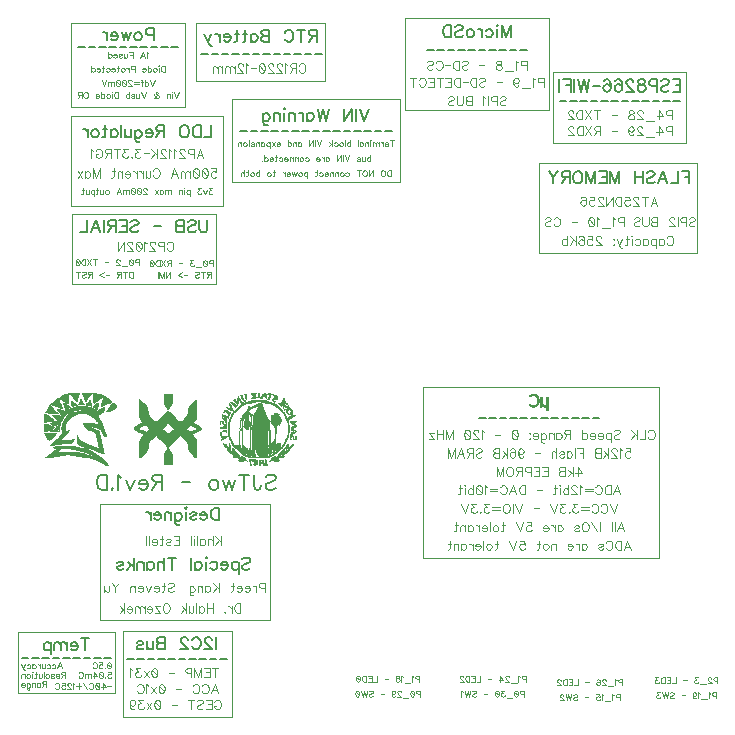
<source format=gbr>
%TF.GenerationSoftware,Novarm,DipTrace,3.2.0.1*%
%TF.CreationDate,2018-09-17T07:16:28-08:00*%
%FSLAX26Y26*%
%MOIN*%
%TF.FileFunction,Legend,Bot*%
%TF.Part,Single*%
%ADD12C,0.003*%
%ADD13C,0.002625*%
%ADD142C,0.003088*%
%ADD143C,0.006176*%
%ADD144C,0.004632*%
%ADD145C,0.00772*%
G75*
G01*
%LPD*%
X1015562Y2834324D2*
D12*
X1446715D1*
Y2643727D1*
X1015562D1*
Y2834324D1*
X599082Y2524950D2*
X1105331D1*
Y2225021D1*
X599082D1*
Y2524950D1*
X598523Y2834324D2*
X979734D1*
Y2556236D1*
X598523D1*
Y2834324D1*
X1712723Y2853080D2*
X2190798D1*
Y2546862D1*
X1712723D1*
Y2853080D1*
X2206120Y2671849D2*
X2649823D1*
Y2434374D1*
X2206120D1*
Y2671849D1*
X601040Y2200024D2*
X1081117D1*
Y1965673D1*
X601040D1*
Y2200024D1*
X2159147Y2368760D2*
X2684092D1*
Y2068672D1*
X2159147D1*
Y2368760D1*
X1771681Y1621960D2*
X2559099D1*
Y1053269D1*
X1771681D1*
Y1621960D1*
X421872Y806419D2*
X743711D1*
Y603315D1*
X421872D1*
Y806419D1*
X772003Y809347D2*
X1134370D1*
Y522049D1*
X772003D1*
Y809347D1*
X1134340Y2581181D2*
X1696840D1*
Y2306181D1*
X1134340D1*
Y2581181D1*
X693670Y1231376D2*
X1262360D1*
Y843916D1*
X693670D1*
Y1231376D1*
X2134390Y1599490D2*
D13*
X2144889D1*
X2131227Y1598177D2*
X2147413D1*
X2128565Y1596865D2*
X2149479D1*
X2127340Y1595553D2*
X2151167D1*
X2126899Y1594240D2*
X2133078D1*
X2144631D2*
X2152598D1*
X2126662Y1592928D2*
X2130453D1*
X2146705D2*
X2153765D1*
X2126516Y1591616D2*
X2127828D1*
X2148406D2*
X2154617D1*
X2149718Y1590303D2*
X2155236D1*
X2150636Y1588991D2*
X2155768D1*
X2163261D2*
X2168511D1*
X2182946D2*
X2188196D1*
X2151283Y1587679D2*
X2156203D1*
X2163261D2*
X2168511D1*
X2182946D2*
X2188196D1*
X2151825Y1586366D2*
X2156515D1*
X2163261D2*
X2168511D1*
X2182946D2*
X2188196D1*
X2152259Y1585054D2*
X2156818D1*
X2163261D2*
X2168511D1*
X2182946D2*
X2188196D1*
X2152526Y1583742D2*
X2157193D1*
X2163261D2*
X2168511D1*
X2182946D2*
X2188196D1*
X2152662Y1582429D2*
X2157554D1*
X2163261D2*
X2168511D1*
X2182946D2*
X2188196D1*
X2152723Y1581117D2*
X2157793D1*
X2163261D2*
X2168511D1*
X2182946D2*
X2188196D1*
X2152748Y1579805D2*
X2157918D1*
X2163261D2*
X2168511D1*
X2182946D2*
X2188196D1*
X2152757Y1578492D2*
X2157975D1*
X2163261D2*
X2168511D1*
X2182946D2*
X2188196D1*
X2152761Y1577180D2*
X2157993D1*
X2163261D2*
X2168511D1*
X2182946D2*
X2188196D1*
X2152762Y1575868D2*
X2157956D1*
X2163261D2*
X2168511D1*
X2182946D2*
X2188196D1*
X2152757Y1574555D2*
X2157792D1*
X2163261D2*
X2168511D1*
X2182946D2*
X2188196D1*
X2152711Y1573243D2*
X2157479D1*
X2163261D2*
X2168511D1*
X2182946D2*
X2188196D1*
X2152539Y1571931D2*
X2157137D1*
X2163261D2*
X2168511D1*
X2182946D2*
X2188196D1*
X2152179Y1570618D2*
X2156863D1*
X2163261D2*
X2168511D1*
X2182946D2*
X2188196D1*
X2151670Y1569306D2*
X2156569D1*
X2163261D2*
X2168516D1*
X2182946D2*
X2188196D1*
X2151070Y1567994D2*
X2156147D1*
X2163261D2*
X2168567D1*
X2182941D2*
X2188196D1*
X2150337Y1566681D2*
X2155574D1*
X2163261D2*
X2168786D1*
X2182890D2*
X2188196D1*
X2149451Y1565369D2*
X2154845D1*
X2163251D2*
X2169195D1*
X2182767D2*
X2188196D1*
X2126516Y1564057D2*
X2129141D1*
X2147266D2*
X2153972D1*
X2163159D2*
X2170426D1*
X2182160D2*
X2188196D1*
X2126576Y1562744D2*
X2132972D1*
X2143651D2*
X2152959D1*
X2162944D2*
X2172566D1*
X2180055D2*
X2188196D1*
X2126716Y1561432D2*
X2137899D1*
X2138226D2*
X2151681D1*
X2162236D2*
X2176032D1*
X2176669D2*
X2188196D1*
X2127421Y1560120D2*
X2150021D1*
X2161569D2*
X2188196D1*
X2129438Y1558807D2*
X2147880D1*
X2161047D2*
X2167198D1*
X2169823D2*
X2188196D1*
X2132317Y1557495D2*
X2145213D1*
X2162050D2*
X2165886D1*
X2172448D2*
X2180322D1*
X2182946D2*
X2188196D1*
X2135702Y1556183D2*
X2142264D1*
X2163261D2*
X2164574D1*
X2175072D2*
X2177697D1*
X2182946D2*
X2188196D1*
X2182946Y1554870D2*
X2188196D1*
X2182946Y1553558D2*
X2188196D1*
X2182946Y1552246D2*
X2188196D1*
X2182946Y1550933D2*
X2188196D1*
X2182946Y1549621D2*
X2188196D1*
X2182946Y1548309D2*
X2188196D1*
X2182946Y1546996D2*
X2188196D1*
X2182946Y1545684D2*
X2188196D1*
X907701Y1600201D2*
D12*
X934701D1*
X907701Y1597201D2*
X934701D1*
X907701Y1594201D2*
X934701D1*
X907701Y1591201D2*
X934701D1*
X907701Y1588201D2*
X934701D1*
X907701Y1585201D2*
X934701D1*
X826701Y1582201D2*
D3*
X907701D2*
X934701D1*
X1015701D2*
D3*
X826701Y1579201D2*
X829701D1*
X907701D2*
X934701D1*
X1012701D2*
X1015701D1*
X826701Y1576201D2*
X832701D1*
X907701D2*
X934701D1*
X1009701D2*
X1015701D1*
X826701Y1573201D2*
X835701D1*
X907713D2*
X934689D1*
X1006701D2*
X1015701D1*
X826701Y1570201D2*
X838701D1*
X907830D2*
X934572D1*
X1003701D2*
X1015701D1*
X826701Y1567201D2*
X841701D1*
X908318D2*
X934073D1*
X1000701D2*
X1015701D1*
X826701Y1564201D2*
X844689D1*
X909430D2*
X932866D1*
X997713D2*
X1015701D1*
X826701Y1561201D2*
X847572D1*
X911035D2*
X930985D1*
X994830D2*
X1015701D1*
X826701Y1558201D2*
X850073D1*
X912826D2*
X928859D1*
X992329D2*
X1015701D1*
X826701Y1555201D2*
X851855D1*
X914838D2*
X926814D1*
X990547D2*
X1015701D1*
X826701Y1552201D2*
X852867D1*
X917183D2*
X924793D1*
X989535D2*
X1015701D1*
X826701Y1549201D2*
X853357D1*
X919701D2*
X922701D1*
X989045D2*
X1015701D1*
X826701Y1546201D2*
X853568D1*
X988834D2*
X1015701D1*
X826701Y1543201D2*
X853652D1*
X919701D2*
X922701D1*
X988750D2*
X1015701D1*
X826701Y1540201D2*
X853696D1*
X916701D2*
X925701D1*
X988706D2*
X1015701D1*
X826701Y1537201D2*
X853824D1*
X913701D2*
X928701D1*
X988578D2*
X1015701D1*
X826701Y1534201D2*
X854328D1*
X910701D2*
X931701D1*
X988074D2*
X1015701D1*
X826701Y1531201D2*
X855547D1*
X907701D2*
X934701D1*
X986855D2*
X1015701D1*
X826701Y1528201D2*
X857534D1*
X904701D2*
X937701D1*
X984868D2*
X1015701D1*
X826713Y1525201D2*
X860045D1*
X901701D2*
X940701D1*
X982357D2*
X1015689D1*
X826830Y1522201D2*
X862834D1*
X898701D2*
X943701D1*
X979568D2*
X1015572D1*
X827329Y1519201D2*
X865750D1*
X895701D2*
X946701D1*
X976652D2*
X1015073D1*
X828547Y1516201D2*
X868718D1*
X892701D2*
X949701D1*
X973684D2*
X1013855D1*
X830535Y1513201D2*
X871707D1*
X889701D2*
X952701D1*
X970695D2*
X1011879D1*
X833044Y1510201D2*
X874701D1*
X886701D2*
X955701D1*
X967701D2*
X1009483D1*
X835825Y1507201D2*
X1007158D1*
X838701Y1504201D2*
X1005270D1*
X832046Y1501201D2*
X1003701D1*
X825239Y1498201D2*
X916701D1*
X925701D2*
X1012345D1*
X819049Y1495201D2*
X913701D1*
X928701D2*
X1019554D1*
X814002Y1492201D2*
X832947D1*
X850701D2*
X910701D1*
X931701D2*
X991701D1*
X1005384D2*
X1025079D1*
X809870Y1489201D2*
X827879D1*
X853701D2*
X907701D1*
X934701D2*
X988701D1*
X1011328D2*
X1029462D1*
X807935Y1486201D2*
X823931D1*
X856701D2*
X904701D1*
X937701D2*
X985701D1*
X1015685D2*
X1031444D1*
X808030Y1483201D2*
X820701D1*
X859701D2*
X901701D1*
X940701D2*
X982701D1*
X1017670D2*
X1031365D1*
X810428Y1480201D2*
X827804D1*
X856701D2*
X904701D1*
X937701D2*
X985701D1*
X1012405D2*
X1028971D1*
X814238Y1477201D2*
X835909D1*
X853701D2*
X907701D1*
X934701D2*
X988701D1*
X1006701D2*
X1025174D1*
X819716Y1474201D2*
X844701D1*
X850701D2*
X910701D1*
X931701D2*
X1019812D1*
X826600Y1471201D2*
X913701D1*
X928701D2*
X1013391D1*
X834124Y1468201D2*
X1006893D1*
X841701Y1465201D2*
X1000701D1*
X838701Y1462201D2*
X1003701D1*
X835713Y1459201D2*
X877701D1*
X883701D2*
X958701D1*
X964701D2*
X1006689D1*
X832830Y1456201D2*
X874701D1*
X886701D2*
X955701D1*
X967701D2*
X1009572D1*
X830329Y1453201D2*
X871701D1*
X889701D2*
X952701D1*
X970701D2*
X1012073D1*
X828547Y1450201D2*
X868701D1*
X892701D2*
X949701D1*
X973701D2*
X1013855D1*
X827535Y1447201D2*
X865701D1*
X895701D2*
X946701D1*
X976701D2*
X1014867D1*
X827045Y1444201D2*
X862713D1*
X898701D2*
X943701D1*
X979689D2*
X1015357D1*
X826834Y1441201D2*
X859830D1*
X901701D2*
X940701D1*
X982572D2*
X1015568D1*
X826750Y1438201D2*
X857329D1*
X904701D2*
X937701D1*
X985073D2*
X1015652D1*
X826718Y1435201D2*
X855547D1*
X907701D2*
X934701D1*
X986855D2*
X1015684D1*
X826707Y1432201D2*
X854535D1*
X910701D2*
X931701D1*
X987867D2*
X1015695D1*
X826703Y1429201D2*
X854045D1*
X913701D2*
X928701D1*
X988357D2*
X1015699D1*
X826702Y1426201D2*
X853834D1*
X916701D2*
X925701D1*
X988568D2*
X1015700D1*
X826701Y1423201D2*
X853750D1*
X919701D2*
X922701D1*
X988652D2*
X1015701D1*
X826701Y1420201D2*
X853706D1*
X988696D2*
X1015701D1*
X826701Y1417201D2*
X853578D1*
X919701D2*
X922701D1*
X988824D2*
X1015701D1*
X826701Y1414201D2*
X853074D1*
X918086D2*
X924316D1*
X989328D2*
X1015701D1*
X826701Y1411201D2*
X851855D1*
X915959D2*
X926443D1*
X990547D2*
X1015701D1*
X826701Y1408201D2*
X849868D1*
X913512D2*
X928890D1*
X992534D2*
X1015701D1*
X826701Y1405201D2*
X847357D1*
X911205D2*
X931197D1*
X995045D2*
X1015701D1*
X826701Y1402201D2*
X844568D1*
X909502D2*
X932900D1*
X997834D2*
X1015701D1*
X826701Y1399201D2*
X841652D1*
X908518D2*
X933884D1*
X1000750D2*
X1015701D1*
X826701Y1396201D2*
X838684D1*
X908040D2*
X934362D1*
X1003718D2*
X1015701D1*
X826701Y1393201D2*
X835695D1*
X907832D2*
X934570D1*
X1006707D2*
X1015701D1*
X826701Y1390201D2*
X832699D1*
X907749D2*
X934653D1*
X1009703D2*
X1015701D1*
X826701Y1387201D2*
X829701D1*
X907718D2*
X934684D1*
X1012701D2*
X1015701D1*
X907707Y1384201D2*
X934695D1*
X907703Y1381201D2*
X934699D1*
X907702Y1378201D2*
X934700D1*
X907701Y1375201D2*
X934701D1*
X907701Y1372201D2*
X934701D1*
X907701Y1369201D2*
X934701D1*
X907701Y1366201D2*
X934701D1*
X593201Y1603201D2*
X626201D1*
X635201D2*
X680201D1*
X584802Y1600201D2*
X625164D1*
X636238D2*
X665315D1*
X671201D2*
X688611D1*
X577177Y1597201D2*
X590201D1*
X596189D2*
X624165D1*
X637237D2*
X662700D1*
X671201D2*
X696354D1*
X570785Y1594201D2*
X590201D1*
X599084D2*
X623214D1*
X638199D2*
X660419D1*
X671201D2*
X703253D1*
X565968Y1591201D2*
X590201D1*
X601701D2*
X622190D1*
X639317D2*
X658200D1*
X671201D2*
X709347D1*
X562694Y1588201D2*
X590201D1*
X603983D2*
X621183D1*
X640601D2*
X655829D1*
X671201D2*
X701676D1*
X707779D2*
X714733D1*
X554201Y1585201D2*
D3*
X560201D2*
X590201D1*
X606214D2*
X620221D1*
X641898D2*
X653491D1*
X671213D2*
X696526D1*
X705919D2*
X719642D1*
X549702Y1582201D2*
X557201D1*
X565164D2*
X590201D1*
X608688D2*
X619178D1*
X629201D2*
X632201D1*
X642974D2*
X651363D1*
X671318D2*
X691696D1*
X704532D2*
X724186D1*
X545456Y1579201D2*
X558238D1*
X570165D2*
X590201D1*
X611394D2*
X618145D1*
X628164D2*
X633341D1*
X643683D2*
X649310D1*
X659201D2*
X662201D1*
X671703D2*
X687055D1*
X703314D2*
X728087D1*
X541312Y1576201D2*
X559237D1*
X575212D2*
X590201D1*
X599201D2*
X602201D1*
X614201D2*
X617201D1*
X627165D2*
X634630D1*
X644201D2*
X647201D1*
X657586D2*
X662315D1*
X672446D2*
X682575D1*
X702229D2*
X730963D1*
X537455Y1573201D2*
X560199D1*
X580174D2*
X590201D1*
X599201D2*
X605653D1*
X626212D2*
X636033D1*
X655447D2*
X662700D1*
X673339D2*
X678302D1*
X701240D2*
X733113D1*
X534236Y1570201D2*
X561317D1*
X585143D2*
X590201D1*
X599201D2*
X609283D1*
X625174D2*
X637568D1*
X652884D2*
X663419D1*
X674201D2*
D3*
X689201D2*
D3*
X700211D2*
X727397D1*
X737201D2*
X740201D1*
X531647Y1567201D2*
X562613D1*
X572201D2*
X575201D1*
X590201D2*
D3*
X599224D2*
X612604D1*
X624143D2*
X639300D1*
X650085D2*
X664188D1*
X683802D2*
X689201D1*
X699304D2*
X720547D1*
X734665D2*
X743075D1*
X529290Y1564201D2*
X564014D1*
X573598D2*
X581078D1*
X599453D2*
X615149D1*
X623201D2*
X641201D1*
X647201D2*
X664711D1*
X679162D2*
X688737D1*
X698722D2*
X713043D1*
X732408D2*
X745573D1*
X526862Y1561201D2*
X530201D1*
X539201D2*
X565467D1*
X574565D2*
X586612D1*
X599998D2*
X617201D1*
X650201D2*
X664990D1*
X675618D2*
X687994D1*
X698406D2*
X705542D1*
X730197D2*
X747637D1*
X524513Y1558201D2*
X532737D1*
X548201D2*
X566871D1*
X575395D2*
X591586D1*
X602336D2*
X605201D1*
X614201D2*
X653201D1*
X665201D2*
X665123D1*
X673133D2*
X687205D1*
X698201D2*
D3*
X727828D2*
X748479D1*
X522456Y1555201D2*
X534994D1*
X557201D2*
X568115D1*
X576412D2*
X596201D1*
X605201D2*
X665201D1*
X671201D2*
X686565D1*
X710201D2*
D3*
X725489D2*
X748103D1*
X520669Y1552201D2*
X537217D1*
X566201D2*
X569201D1*
X577630D2*
X590201D1*
X596201D2*
X671201D1*
X677201D2*
X685822D1*
X702304D2*
X710201D1*
X723335D2*
X745582D1*
X519036Y1549201D2*
X539691D1*
X551201D2*
X560201D1*
X578788D2*
X584201D1*
X590201D2*
X677201D1*
X683201D2*
X684664D1*
X695409D2*
X709061D1*
X721165D2*
X739865D1*
X517475Y1546201D2*
X542413D1*
X552804D2*
X567982D1*
X579715D2*
X623201D1*
X632201D2*
X683201D1*
X689201D2*
X707760D1*
X718754D2*
X732848D1*
X515874Y1543201D2*
X545285D1*
X554837D2*
X575201D1*
X579151D2*
X605201D1*
X617201D2*
X706238D1*
X716201D2*
X725201D1*
X514116Y1540201D2*
X548232D1*
X557019D2*
X572201D1*
X578201D2*
X596676D1*
X605201D2*
X692201D1*
X698201D2*
X704176D1*
X512201Y1537201D2*
X551212D1*
X559107D2*
X591537D1*
X599676D2*
X695201D1*
X701201D2*
X701108D1*
X530201Y1534201D2*
X554201D1*
X561252D2*
X586814D1*
X594549D2*
X697047D1*
X509201Y1531201D2*
X515201D1*
X563652D2*
X563201D1*
X569201D2*
X582557D1*
X589931D2*
X614917D1*
X656087D2*
X693506D1*
X509201Y1528201D2*
X519702D1*
X536201D2*
X560201D1*
X566201D2*
X578835D1*
X586056D2*
X607664D1*
X661679D2*
X689734D1*
X509201Y1525201D2*
X524444D1*
X539201D2*
X557201D1*
X563201D2*
X575578D1*
X583041D2*
X601878D1*
X666737D2*
X688240D1*
X509201Y1522201D2*
X529160D1*
X542213D2*
X572813D1*
X580460D2*
X597378D1*
X671086D2*
X689780D1*
X509201Y1519201D2*
X533584D1*
X545306D2*
X554201D1*
X560201D2*
X570573D1*
X577941D2*
X593689D1*
X674626D2*
X691444D1*
X509201Y1516201D2*
X537309D1*
X548577D2*
X554201D1*
X560201D2*
X568713D1*
X575644D2*
X590499D1*
X677580D2*
X693274D1*
X509201Y1513201D2*
X540041D1*
X551857D2*
X567051D1*
X573859D2*
X587778D1*
X680313D2*
X695145D1*
X509201Y1510201D2*
X542201D1*
X554724D2*
X565490D1*
X572508D2*
X585571D1*
X682810D2*
X696708D1*
X509201Y1507201D2*
X525607D1*
X548201D2*
X551201D1*
X557201D2*
X563975D1*
X571317D2*
X583813D1*
X685002D2*
X697971D1*
X509201Y1504201D2*
D3*
X537420D2*
X562574D1*
X570331D2*
X582443D1*
X687080D2*
X699227D1*
X527201Y1501201D2*
X561463D1*
X569621D2*
X581325D1*
X638201D2*
X674201D1*
X689201D2*
X700567D1*
X509201Y1498201D2*
X518201D1*
X533201D2*
X560788D1*
X568930D2*
X580243D1*
X639712D2*
X701897D1*
X509201Y1495201D2*
X527201D1*
X539201D2*
X548201D1*
X553949D2*
X560437D1*
X568073D2*
X579315D1*
X641075D2*
X703078D1*
X509201Y1492201D2*
X539201D1*
X548201D2*
D3*
X553381D2*
X560181D1*
X567247D2*
X578728D1*
X642741D2*
X657289D1*
X664062D2*
X704121D1*
X509201Y1489201D2*
X542201D1*
X550617D2*
X559737D1*
X566714D2*
X578426D1*
X645039D2*
X662583D1*
X679227D2*
X705186D1*
X509201Y1486201D2*
X537586D1*
X546584D2*
X558996D1*
X566534D2*
X578290D1*
X648139D2*
X669373D1*
X688772D2*
X706209D1*
X509201Y1483201D2*
X532447D1*
X541772D2*
X558218D1*
X566786D2*
X578234D1*
X652293D2*
X676950D1*
X695066D2*
X707175D1*
X509201Y1480201D2*
X526884D1*
X537117D2*
X551201D1*
X557201D2*
X557690D1*
X567451D2*
X578212D1*
X657671D2*
X683609D1*
X697189D2*
X708207D1*
X509201Y1477201D2*
X521085D1*
X533340D2*
X551201D1*
X557201D2*
X557395D1*
X568188D2*
X578201D1*
X587201D2*
X593201D1*
X664032D2*
X688790D1*
X698810D2*
X709217D1*
X509201Y1474201D2*
X515201D1*
X530201D2*
X557201D1*
X568586D2*
X590201D1*
X670404D2*
X690878D1*
X700069D2*
X710190D1*
X568640Y1471201D2*
X587201D1*
X675556D2*
X691707D1*
X701149D2*
X711313D1*
X509201Y1468201D2*
X548201D1*
X567340D2*
X584201D1*
X679559D2*
X692454D1*
X702431D2*
X712602D1*
X511061Y1465201D2*
X546472D1*
X565353D2*
X581201D1*
X681333D2*
X693327D1*
X704282D2*
X713926D1*
X512784Y1462201D2*
X543949D1*
X562850D2*
X578201D1*
X617201D2*
D3*
X682375D2*
X694167D1*
X706963D2*
X715135D1*
X514484Y1459201D2*
X540666D1*
X560066D2*
X575201D1*
X617201D2*
X620201D1*
X682975D2*
X694817D1*
X710201D2*
X716201D1*
X516316Y1456201D2*
X537090D1*
X557151D2*
X572201D1*
X617201D2*
X620676D1*
X683569D2*
X695485D1*
X518275Y1453201D2*
X533645D1*
X554184D2*
X569201D1*
X617201D2*
X621537D1*
X684371D2*
X696334D1*
X520198Y1450201D2*
X530396D1*
X551195D2*
X566201D1*
X605201D2*
X608201D1*
X617201D2*
X622825D1*
X685172D2*
X697156D1*
X522152Y1447201D2*
X527274D1*
X548199D2*
X563201D1*
X602201D2*
X607049D1*
X617201D2*
X624698D1*
X685718D2*
X697712D1*
X524201Y1444201D2*
D3*
X545200D2*
X605655D1*
X617213D2*
X627580D1*
X686105D2*
X698103D1*
X542201Y1441201D2*
X603877D1*
X617330D2*
X631924D1*
X686616D2*
X698615D1*
X539201Y1438201D2*
X601648D1*
X617865D2*
X637865D1*
X687387D2*
X699387D1*
X536201Y1435201D2*
X599201D1*
X618906D2*
X644916D1*
X688177D2*
X700189D1*
X533201Y1432201D2*
X554201D1*
X622662D2*
X652473D1*
X688719D2*
X700825D1*
X530201Y1429201D2*
X533201D1*
X628424D2*
X660399D1*
X689114D2*
X701488D1*
X548201Y1426201D2*
X605201D1*
X635980D2*
X668755D1*
X689706D2*
X702334D1*
X539201Y1423201D2*
X619369D1*
X644434D2*
X677417D1*
X690786D2*
X703157D1*
X542201Y1420201D2*
X631730D1*
X653154D2*
X686201D1*
X692201D2*
X703712D1*
X545201Y1417201D2*
X563665D1*
X588180D2*
X642107D1*
X661708D2*
X704103D1*
X548201Y1414201D2*
X561409D1*
X607429D2*
X650763D1*
X669870D2*
X704615D1*
X544164Y1411201D2*
X559193D1*
X622900D2*
X658143D1*
X677713D2*
X705388D1*
X540165Y1408201D2*
X556764D1*
X635003D2*
X664764D1*
X685443D2*
X706185D1*
X536203Y1405201D2*
X620201D1*
X644873D2*
X670923D1*
X693256D2*
X706761D1*
X532085Y1402201D2*
X635388D1*
X653677D2*
X676632D1*
X701201D2*
X707201D1*
X527801Y1399201D2*
X650201D1*
X662201D2*
X681834D1*
X523504Y1396201D2*
X568091D1*
X606295D2*
X662201D1*
X668201D2*
X686590D1*
X519428Y1393201D2*
X548261D1*
X625939D2*
X690959D1*
X515719Y1390201D2*
X531067D1*
X642235D2*
X695078D1*
X512201Y1387201D2*
X515201D1*
X655480D2*
X699159D1*
X666497Y1384201D2*
X703087D1*
X675950Y1381201D2*
X706674D1*
X684122Y1378201D2*
X709965D1*
X691284Y1375201D2*
X712995D1*
X697828Y1372201D2*
X715666D1*
X704059Y1369201D2*
X717944D1*
X710152Y1366201D2*
X720059D1*
X716201Y1363201D2*
X722201D1*
X1198701Y1603201D2*
X1213701D1*
X1222701D2*
X1225701D1*
X1231701D2*
D3*
X1240701D2*
X1246701D1*
X1255701D2*
X1261701D1*
X1174701Y1600201D2*
X1180701D1*
X1199973D2*
X1198701D1*
X1208804D2*
X1212328D1*
X1222689D2*
X1225701D1*
X1238167D2*
X1246815D1*
X1252701D2*
X1266482D1*
X1175841Y1597201D2*
X1181165D1*
X1204909D2*
X1211581D1*
X1222575D2*
X1225701D1*
X1235936D2*
X1247200D1*
X1261701D2*
X1270701D1*
X1276701D2*
D3*
X1162701Y1594201D2*
X1168701D1*
X1177118D2*
X1181908D1*
X1204473D2*
X1211319D1*
X1222111D2*
X1225701D1*
X1233836D2*
X1247919D1*
X1259841D2*
X1261701D1*
X1270701D2*
X1282701D1*
X1156701Y1591201D2*
D3*
X1163841D2*
X1169167D1*
X1178407D2*
X1182685D1*
X1207701D2*
X1212360D1*
X1221086D2*
X1225701D1*
X1231701D2*
X1238253D1*
X1243358D2*
X1248696D1*
X1258121D2*
X1261235D1*
X1279701D2*
X1284086D1*
X1153931Y1588201D2*
X1156701D1*
X1165130D2*
X1169936D1*
X1179478D2*
X1183187D1*
X1202920D2*
X1213701D1*
X1219701D2*
X1236305D1*
X1246055D2*
X1249265D1*
X1256436D2*
X1260466D1*
X1274521D2*
X1284951D1*
X1151879Y1585201D2*
X1158675D1*
X1166558D2*
X1170836D1*
X1180184D2*
X1183220D1*
X1198701D2*
X1210701D1*
X1234701D2*
D3*
X1249181D2*
X1249701D1*
X1254639D2*
X1259566D1*
X1270442D2*
X1285409D1*
X1306701D2*
X1309701D1*
X1141701Y1582201D2*
X1144701D1*
X1151204D2*
X1160782D1*
X1168349D2*
X1171701D1*
X1180701D2*
X1182780D1*
X1252701D2*
X1258701D1*
X1268862D2*
X1270701D1*
X1303953D2*
X1309824D1*
X1138701Y1579201D2*
X1144701D1*
X1150701D2*
X1153701D1*
X1159701D2*
X1163211D1*
X1170608D2*
X1179733D1*
X1201701D2*
X1243701D1*
X1268882D2*
X1270701D1*
X1303237D2*
X1310290D1*
X1141689Y1576201D2*
X1153701D1*
X1160973D2*
X1165902D1*
X1175328D2*
X1175406D1*
X1191917D2*
X1222672D1*
X1222627D2*
X1253485D1*
X1270995D2*
X1279701D1*
X1303701D2*
X1311316D1*
X1129701Y1573201D2*
X1135701D1*
X1144575D2*
X1153701D1*
X1162805D2*
X1170547D1*
X1183407D2*
X1205123D1*
X1239898D2*
X1261995D1*
X1273701D2*
X1275482D1*
X1299107D2*
X1312701D1*
X1131316Y1570201D2*
X1138200D1*
X1147111D2*
X1153678D1*
X1165473D2*
X1165701D1*
X1176360D2*
X1191981D1*
X1228701D2*
X1231701D1*
X1252691D2*
X1269042D1*
X1288701D2*
D3*
X1294701D2*
X1308857D1*
X1126701Y1567201D2*
D3*
X1133455D2*
X1141233D1*
X1149086D2*
X1153455D1*
X1170515D2*
X1182493D1*
X1224759D2*
X1232841D1*
X1262035D2*
X1274887D1*
X1289146D2*
X1291701D1*
X1300701D2*
X1305982D1*
X1312701D2*
X1318701D1*
X1125535Y1564201D2*
X1129701D1*
X1136019D2*
X1144701D1*
X1150701D2*
X1152928D1*
X1165495D2*
X1175313D1*
X1218788D2*
X1234118D1*
X1269184D2*
X1279907D1*
X1290658D2*
X1303701D1*
X1317295D2*
X1320121D1*
X1125848Y1561201D2*
X1130841D1*
X1138825D2*
X1150709D1*
X1161123D2*
X1169426D1*
X1210752D2*
X1235418D1*
X1274979D2*
X1284279D1*
X1293952D2*
X1312701D1*
X1321701D2*
X1321311D1*
X1127637Y1558201D2*
X1132130D1*
X1141744D2*
X1147831D1*
X1157346D2*
X1164554D1*
X1189701D2*
X1192701D1*
X1201701D2*
X1216387D1*
X1223176D2*
X1236586D1*
X1279952D2*
X1288056D1*
X1297701D2*
D3*
X1303827D2*
X1322618D1*
X1114701Y1555201D2*
X1117701D1*
X1129701D2*
X1133533D1*
X1144701D2*
D3*
X1153969D2*
X1160528D1*
X1188561D2*
X1207367D1*
X1221026D2*
X1237636D1*
X1284298D2*
X1291433D1*
X1304328D2*
X1303701D1*
X1315701D2*
X1325749D1*
X1119546Y1552201D2*
X1135068D1*
X1150805D2*
X1157040D1*
X1187272D2*
X1199692D1*
X1219196D2*
X1238793D1*
X1288063D2*
X1294597D1*
X1305536D2*
X1306701D1*
X1321701D2*
X1329310D1*
X1111701Y1549201D2*
D3*
X1125952D2*
X1136800D1*
X1147739D2*
X1153831D1*
X1185879D2*
X1194100D1*
X1217546D2*
X1240092D1*
X1291436D2*
X1297651D1*
X1307455D2*
X1332415D1*
X1109850Y1546201D2*
X1114701D1*
X1133577D2*
X1138701D1*
X1144726D2*
X1150749D1*
X1184422D2*
X1190104D1*
X1215988D2*
X1241406D1*
X1294598D2*
X1300570D1*
X1309701D2*
D3*
X1315701D2*
X1321701D1*
X1329985D2*
X1334912D1*
X1108217Y1543201D2*
X1120536D1*
X1141823D2*
X1147729D1*
X1182930D2*
X1186701D1*
X1214462D2*
X1242581D1*
X1297651D2*
X1303185D1*
X1315713D2*
X1318701D1*
X1331729D2*
X1335822D1*
X1106858Y1540201D2*
X1108701D1*
X1115253D2*
X1125016D1*
X1139176D2*
X1144824D1*
X1181317D2*
X1192701D1*
X1212947D2*
X1243623D1*
X1300570D2*
X1305364D1*
X1315877D2*
X1315701D1*
X1331513D2*
X1336206D1*
X1105701Y1537201D2*
X1108701D1*
X1116305D2*
X1117701D1*
X1123578D2*
X1128409D1*
X1137026D2*
X1142214D1*
X1179314D2*
X1183701D1*
X1211364D2*
X1244686D1*
X1303185D2*
X1307214D1*
X1316299D2*
X1318701D1*
X1329749D2*
X1335968D1*
X1117701Y1534201D2*
D3*
X1123112D2*
X1127551D1*
X1135196D2*
X1140037D1*
X1176527D2*
X1193076D1*
X1209613D2*
X1245710D1*
X1276701D2*
X1282701D1*
X1305364D2*
X1308961D1*
X1318856D2*
X1321701D1*
X1327701D2*
X1335036D1*
X1102701Y1531201D2*
D3*
X1122086D2*
X1126176D1*
X1133546D2*
X1138188D1*
X1172859D2*
X1201701D1*
X1207701D2*
X1246687D1*
X1273701D2*
X1291701D1*
X1307202D2*
X1310799D1*
X1325656D2*
X1333701D1*
X1342701D2*
D3*
X1101328Y1528201D2*
X1111701D1*
X1120701D2*
X1124616D1*
X1131988D2*
X1136441D1*
X1168701D2*
X1183701D1*
X1189701D2*
D3*
X1195111D2*
X1247812D1*
X1264701D2*
X1270701D1*
X1276701D2*
X1288701D1*
X1308855D2*
X1312683D1*
X1333701D2*
X1345701D1*
X1100337Y1525201D2*
X1123121D1*
X1130462D2*
X1134606D1*
X1170295D2*
X1180701D1*
X1186701D2*
X1189701D1*
X1196866D2*
X1198701D1*
X1204701D2*
X1249123D1*
X1265153D2*
X1292137D1*
X1310414D2*
X1314309D1*
X1327701D2*
X1340094D1*
X1100472Y1522201D2*
X1102701D1*
X1108701D2*
X1121823D1*
X1128957D2*
X1132744D1*
X1171701D2*
X1189237D1*
X1197871D2*
X1198701D1*
X1204701D2*
X1250649D1*
X1265791D2*
X1295168D1*
X1311939D2*
X1315701D1*
X1321701D2*
X1333906D1*
X1102385Y1519201D2*
X1115165D1*
X1120701D2*
D3*
X1127463D2*
X1131187D1*
X1162701D2*
X1180701D1*
X1186701D2*
X1188517D1*
X1198358D2*
X1198701D1*
X1204701D2*
X1252653D1*
X1266184D2*
X1296454D1*
X1313445D2*
X1328582D1*
X1106558Y1516201D2*
X1115897D1*
X1126070D2*
X1129940D1*
X1165111D2*
X1172291D1*
X1177689D2*
X1187969D1*
X1198569D2*
X1198701D1*
X1204701D2*
X1255413D1*
X1265967D2*
X1297163D1*
X1314939D2*
X1324446D1*
X1110792Y1513201D2*
X1116568D1*
X1124961D2*
X1128780D1*
X1162701D2*
D3*
X1166866D2*
X1170536D1*
X1177584D2*
X1180701D1*
X1186701D2*
X1187895D1*
X1198653D2*
X1198701D1*
X1204701D2*
X1258701D1*
X1265369D2*
X1297476D1*
X1316344D2*
X1323018D1*
X1096701Y1510201D2*
X1102701D1*
X1114701D2*
X1116711D1*
X1124276D2*
X1127717D1*
X1162701D2*
D3*
X1167871D2*
X1169531D1*
X1177201D2*
X1180701D1*
X1186701D2*
X1190007D1*
X1198685D2*
X1198701D1*
X1204701D2*
X1255701D1*
X1264701D2*
X1297505D1*
X1317558D2*
X1322256D1*
X1348701D2*
D3*
X1096701Y1507201D2*
X1104097D1*
X1111701D2*
X1116271D1*
X1123831D2*
X1126735D1*
X1162701D2*
D3*
X1168358D2*
X1169044D1*
X1176483D2*
X1192701D1*
X1198701D2*
D3*
X1204701D2*
X1297162D1*
X1318614D2*
X1321928D1*
X1327701D2*
X1348701D1*
X1096701Y1504201D2*
D3*
X1102850D2*
X1105024D1*
X1113295D2*
X1115630D1*
X1123298D2*
X1125710D1*
X1162701D2*
D3*
X1168569D2*
X1168833D1*
X1175714D2*
X1198701D1*
X1204689D2*
X1258701D1*
X1265291D2*
X1296347D1*
X1319672D2*
X1321897D1*
X1330264D2*
X1345514D1*
X1096701Y1501201D2*
D3*
X1103205D2*
X1105701D1*
X1114701D2*
X1115159D1*
X1122519D2*
X1124803D1*
X1162701D2*
D3*
X1168653D2*
X1168749D1*
X1175188D2*
X1198578D1*
X1204575D2*
X1258701D1*
X1266548D2*
X1295113D1*
X1320591D2*
X1322228D1*
X1333598D2*
X1342701D1*
X1096701Y1498201D2*
D3*
X1105059D2*
X1114901D1*
X1121726D2*
X1124224D1*
X1162701D2*
D3*
X1168684D2*
X1168717D1*
X1174894D2*
X1198112D1*
X1204111D2*
X1258701D1*
X1268637D2*
X1293521D1*
X1321176D2*
X1322928D1*
X1337910D2*
X1345493D1*
X1109521Y1495201D2*
X1114781D1*
X1121195D2*
X1123924D1*
X1162701D2*
D3*
X1168672D2*
X1168701D1*
X1174701D2*
X1197086D1*
X1203086D2*
X1258701D1*
X1271415D2*
X1285827D1*
X1291701D2*
D3*
X1321477D2*
X1323691D1*
X1342701D2*
X1347347D1*
X1114701Y1492201D2*
X1114731D1*
X1120914D2*
X1123789D1*
X1162701D2*
D3*
X1168453D2*
X1195701D1*
X1201701D2*
X1258701D1*
X1274423D2*
X1283340D1*
X1321613D2*
X1324212D1*
X1337162D2*
X1348701D1*
X1096701Y1489201D2*
X1114711D1*
X1120786D2*
X1123734D1*
X1162701D2*
D3*
X1167927D2*
X1168701D1*
X1174701D2*
X1189701D1*
X1195701D2*
X1258713D1*
X1276890D2*
X1281312D1*
X1321668D2*
X1324490D1*
X1333059D2*
X1341107D1*
X1096701Y1486201D2*
X1114701D1*
X1120733D2*
X1123713D1*
X1159701D2*
D3*
X1165851D2*
X1168701D1*
X1177701D2*
X1189701D1*
X1195701D2*
X1258818D1*
X1278684D2*
X1280693D1*
X1321689D2*
X1324617D1*
X1331807D2*
X1333701D1*
X1120712Y1483201D2*
X1123705D1*
X1163530D2*
X1168701D1*
X1180701D2*
X1189701D1*
X1195701D2*
X1259201D1*
X1279224D2*
X1281178D1*
X1321697D2*
X1324670D1*
X1331156D2*
X1338626D1*
X1096701Y1480201D2*
D3*
X1120705D2*
X1123702D1*
X1161316D2*
X1168701D1*
X1195701D2*
D3*
X1201701D2*
X1259919D1*
X1279504D2*
X1281788D1*
X1321700D2*
X1324690D1*
X1330864D2*
X1342887D1*
X1105701Y1477201D2*
X1114701D1*
X1120714D2*
X1123701D1*
X1160455D2*
X1168701D1*
X1195701D2*
D3*
X1201701D2*
X1260688D1*
X1279626D2*
X1282137D1*
X1321701D2*
X1324685D1*
X1339701D2*
X1346227D1*
X1101547Y1474201D2*
X1114701D1*
X1120819D2*
X1123713D1*
X1160019D2*
X1159701D1*
X1168701D2*
D3*
X1195701D2*
D3*
X1201701D2*
X1252701D1*
X1258701D2*
X1261211D1*
X1279674D2*
X1282006D1*
X1321689D2*
X1324583D1*
X1338295D2*
X1339701D1*
X1345701D2*
X1347734D1*
X1098470Y1471201D2*
X1096701D1*
X1114701D2*
D3*
X1121201D2*
X1123818D1*
X1159825D2*
X1159701D1*
X1168701D2*
D3*
X1195701D2*
D3*
X1201701D2*
X1252701D1*
X1258701D2*
X1261490D1*
X1279692D2*
X1281404D1*
X1321584D2*
X1324201D1*
X1330701D2*
D3*
X1336701D2*
X1343913D1*
X1097531Y1468201D2*
X1096701D1*
X1121919D2*
X1124201D1*
X1159747D2*
X1159701D1*
X1168701D2*
D3*
X1195701D2*
D3*
X1201701D2*
X1252701D1*
X1258701D2*
X1261617D1*
X1279686D2*
X1280684D1*
X1321201D2*
X1323483D1*
X1330587D2*
X1337951D1*
X1097066Y1465201D2*
X1096701D1*
X1122688D2*
X1124931D1*
X1159717D2*
X1159701D1*
X1168701D2*
D3*
X1195701D2*
D3*
X1201701D2*
X1252701D1*
X1258701D2*
X1261669D1*
X1279583D2*
X1280180D1*
X1320471D2*
X1322702D1*
X1330202D2*
X1330701D1*
X1097083Y1462201D2*
X1096701D1*
X1114701D2*
D3*
X1123223D2*
X1125805D1*
X1159707D2*
X1159701D1*
X1168701D2*
D3*
X1195701D2*
D3*
X1201701D2*
X1252701D1*
X1258701D2*
X1261690D1*
X1279201D2*
X1279909D1*
X1319597D2*
X1322073D1*
X1329483D2*
X1334856D1*
X1097523Y1459201D2*
X1117701D1*
X1123607D2*
X1126711D1*
X1159703D2*
X1159701D1*
X1168701D2*
D3*
X1195701D2*
D3*
X1201701D2*
X1252701D1*
X1258701D2*
X1261697D1*
X1278483D2*
X1279784D1*
X1318679D2*
X1321413D1*
X1328714D2*
X1337934D1*
X1345701D2*
X1348701D1*
X1099846Y1456201D2*
X1114035D1*
X1124128D2*
X1127719D1*
X1159702D2*
X1159701D1*
X1168701D2*
D3*
X1195701D2*
D3*
X1201701D2*
X1252701D1*
X1258701D2*
X1261700D1*
X1277714D2*
X1279732D1*
X1317577D2*
X1320555D1*
X1328188D2*
X1330701D1*
X1337167D2*
X1338946D1*
X1345701D2*
X1348578D1*
X1102701Y1453201D2*
X1110110D1*
X1125005D2*
X1128733D1*
X1159701D2*
D3*
X1168701D2*
D3*
X1195701D2*
D3*
X1201701D2*
X1252701D1*
X1258701D2*
X1261701D1*
X1277191D2*
X1279712D1*
X1316287D2*
X1319628D1*
X1327894D2*
X1327701D1*
X1337936D2*
X1339701D1*
X1345701D2*
X1348112D1*
X1099953Y1450201D2*
X1106405D1*
X1126188D2*
X1129797D1*
X1159701D2*
D3*
X1168701D2*
D3*
X1195701D2*
D3*
X1201701D2*
X1252701D1*
X1258701D2*
X1261701D1*
X1276877D2*
X1279705D1*
X1314887D2*
X1318691D1*
X1327701D2*
X1330701D1*
X1338836D2*
X1347086D1*
X1099237Y1447201D2*
X1102986D1*
X1127543D2*
X1131208D1*
X1159701D2*
D3*
X1168701D2*
D3*
X1195701D2*
D3*
X1201701D2*
X1252701D1*
X1258701D2*
X1261701D1*
X1276407D2*
X1279702D1*
X1313425D2*
X1317581D1*
X1339701D2*
X1345701D1*
X1099701Y1444201D2*
D3*
X1128987D2*
X1132935D1*
X1159701D2*
D3*
X1168701D2*
D3*
X1195701D2*
D3*
X1201701D2*
X1252701D1*
X1258701D2*
X1261701D1*
X1275524D2*
X1279701D1*
X1311943D2*
X1316288D1*
X1130462Y1441201D2*
X1134668D1*
X1159701D2*
D3*
X1168701D2*
D3*
X1195701D2*
D3*
X1201701D2*
X1252701D1*
X1258701D2*
X1261701D1*
X1272006D2*
X1279701D1*
X1310447D2*
X1314876D1*
X1131956Y1438201D2*
X1136237D1*
X1159701D2*
D3*
X1168701D2*
D3*
X1195701D2*
D3*
X1201701D2*
X1252701D1*
X1258701D2*
X1261701D1*
X1267701D2*
X1279701D1*
X1308939D2*
X1313320D1*
X1105701Y1435201D2*
D3*
X1123701D2*
D3*
X1133463D2*
X1137564D1*
X1159701D2*
D3*
X1168701D2*
X1168748D1*
X1195701D2*
D3*
X1201701D2*
X1252701D1*
X1258701D2*
X1279701D1*
X1285701D2*
X1294701D1*
X1307333D2*
X1311549D1*
X1321701D2*
D3*
X1339701D2*
D3*
X1106302Y1432201D2*
X1114701D1*
X1123701D2*
X1126701D1*
X1135070D2*
X1138701D1*
X1150701D2*
D3*
X1159701D2*
D3*
X1168701D2*
X1168888D1*
X1195689D2*
X1195701D1*
X1201701D2*
X1252701D1*
X1258701D2*
X1294701D1*
X1305450D2*
X1309611D1*
X1319165D2*
X1321701D1*
X1334461D2*
X1339701D1*
X1107309Y1429201D2*
X1116295D1*
X1123701D2*
X1128086D1*
X1136961D2*
X1162701D1*
X1168701D2*
X1170248D1*
X1195584D2*
X1195701D1*
X1201701D2*
X1294701D1*
X1303175D2*
X1307671D1*
X1316908D2*
X1321701D1*
X1330659D2*
X1337960D1*
X1110059Y1426201D2*
X1117701D1*
X1123701D2*
X1128947D1*
X1139287D2*
X1162701D1*
X1168701D2*
X1174389D1*
X1195201D2*
X1195701D1*
X1201701D2*
X1294701D1*
X1300701D2*
X1305591D1*
X1314685D2*
X1321701D1*
X1327701D2*
X1335321D1*
X1113742Y1423201D2*
X1129383D1*
X1141948D2*
X1162701D1*
X1168701D2*
X1178919D1*
X1194482D2*
X1195701D1*
X1201701D2*
X1252701D1*
X1258701D2*
X1303175D1*
X1312222D2*
X1331549D1*
X1118068Y1420201D2*
X1129577D1*
X1135701D2*
D3*
X1144798D2*
X1182848D1*
X1193706D2*
X1195701D1*
X1201701D2*
X1288701D1*
X1294701D2*
X1300477D1*
X1309607D2*
X1326832D1*
X1122448Y1417201D2*
X1129655D1*
X1135701D2*
X1138701D1*
X1147737D2*
X1150701D1*
X1156701D2*
X1184633D1*
X1193137D2*
X1195701D1*
X1201701D2*
X1297613D1*
X1307105D2*
X1309701D1*
X1315701D2*
X1321701D1*
X1117701Y1414201D2*
X1120701D1*
X1126701D2*
X1129686D1*
X1135701D2*
X1140790D1*
X1150725D2*
X1153701D1*
X1159701D2*
X1183701D1*
X1192701D2*
X1195701D1*
X1201701D2*
X1294656D1*
X1304770D2*
X1309701D1*
X1315701D2*
D3*
X1321701D2*
X1324431D1*
X1119454Y1411201D2*
X1129701D1*
X1135701D2*
X1143281D1*
X1153823D2*
X1208165D1*
X1214176D2*
X1264701D1*
X1270701D2*
X1291572D1*
X1302177D2*
X1309701D1*
X1315701D2*
X1325685D1*
X1122176Y1408201D2*
X1146432D1*
X1157214D2*
X1208908D1*
X1215026D2*
X1264701D1*
X1270701D2*
X1276701D1*
X1282701D2*
X1288186D1*
X1298990D2*
X1322834D1*
X1126114Y1405201D2*
X1149895D1*
X1161048D2*
X1209685D1*
X1216185D2*
X1284353D1*
X1295513D2*
X1318243D1*
X1130722Y1402201D2*
X1153172D1*
X1165328D2*
X1210222D1*
X1217475D2*
X1264701D1*
X1270701D2*
X1280073D1*
X1292232D2*
X1311549D1*
X1134970Y1399201D2*
X1155933D1*
X1170187D2*
X1177701D1*
X1183701D2*
X1210615D1*
X1218981D2*
X1252701D1*
X1258701D2*
X1261701D1*
X1267701D2*
X1275215D1*
X1289470D2*
X1303701D1*
X1138701Y1396201D2*
X1158018D1*
X1175951D2*
X1211207D1*
X1220845D2*
X1252701D1*
X1258701D2*
X1269451D1*
X1287384D2*
X1294701D1*
X1300701D2*
X1306701D1*
X1137846Y1393201D2*
X1159701D1*
X1165701D2*
X1168701D1*
X1182795D2*
X1195701D1*
X1201701D2*
X1212286D1*
X1225778D2*
X1243701D1*
X1249701D2*
X1262607D1*
X1276701D2*
X1279701D1*
X1285701D2*
X1309701D1*
X1137389Y1390201D2*
X1171958D1*
X1190549D2*
X1213701D1*
X1231701D2*
X1254853D1*
X1272768D2*
X1285701D1*
X1291701D2*
X1303392D1*
X1149523Y1387201D2*
X1174636D1*
X1198701D2*
X1246701D1*
X1269556D2*
X1294076D1*
X1162701Y1384201D2*
X1177054D1*
X1266627D2*
X1282701D1*
X1157920Y1381201D2*
X1179456D1*
X1192701D2*
X1204701D1*
X1243701D2*
X1246701D1*
X1263681D2*
X1287482D1*
X1153701Y1378201D2*
X1181698D1*
X1192815D2*
X1219701D1*
X1225701D2*
X1237701D1*
X1244727D2*
X1248086D1*
X1261028D2*
X1291701D1*
X1159701Y1375201D2*
X1171701D1*
X1183701D2*
D3*
X1193200D2*
X1195815D1*
X1204701D2*
X1210701D1*
X1216701D2*
X1219701D1*
X1225701D2*
X1228701D1*
X1234701D2*
X1239086D1*
X1245619D2*
X1248959D1*
X1258701D2*
X1261701D1*
X1273701D2*
X1285701D1*
X1193919Y1372201D2*
X1196202D1*
X1210701D2*
X1219701D1*
X1225701D2*
X1239947D1*
X1246188D2*
X1249509D1*
X1194696Y1369201D2*
X1196946D1*
X1207701D2*
X1219701D1*
X1225701D2*
X1240384D1*
X1246483D2*
X1250167D1*
X1195265Y1366201D2*
X1197839D1*
X1204701D2*
X1210701D1*
X1225701D2*
X1228701D1*
X1237701D2*
X1240585D1*
X1246620D2*
X1251273D1*
X1195701Y1363201D2*
X1198701D1*
X1207701D2*
X1210701D1*
X1219701D2*
D3*
X1225701D2*
X1228701D1*
X1237701D2*
X1240701D1*
X1246701D2*
X1252701D1*
X2134390Y1599490D2*
D13*
X2131227Y1598177D1*
X2128565Y1596865D1*
X2127340Y1595553D1*
X2126899Y1594240D1*
X2126662Y1592928D1*
X2126516Y1591616D1*
X2144889Y1599490D2*
X2147413Y1598177D1*
X2149479Y1596865D1*
X2151167Y1595553D1*
X2152598Y1594240D1*
X2153765Y1592928D1*
X2154617Y1591616D1*
X2155236Y1590303D1*
X2155768Y1588991D1*
X2156203Y1587679D1*
X2156515Y1586366D1*
X2156818Y1585054D1*
X2157193Y1583742D1*
X2157554Y1582429D1*
X2157793Y1581117D1*
X2157918Y1579805D1*
X2157975Y1578492D1*
X2157993Y1577180D1*
X2157956Y1575868D1*
X2157792Y1574555D1*
X2157479Y1573243D1*
X2157137Y1571931D1*
X2156863Y1570618D1*
X2156569Y1569306D1*
X2156147Y1567994D1*
X2155574Y1566681D1*
X2154845Y1565369D1*
X2153972Y1564057D1*
X2152959Y1562744D1*
X2151681Y1561432D1*
X2150021Y1560120D1*
X2147880Y1558807D1*
X2145213Y1557495D1*
X2142264Y1556183D1*
X2135702Y1595553D2*
X2133078Y1594240D1*
X2130453Y1592928D1*
X2127828Y1591616D1*
X2142264Y1595553D2*
X2144631Y1594240D1*
X2146705Y1592928D1*
X2148406Y1591616D1*
X2149718Y1590303D1*
X2150636Y1588991D1*
X2151283Y1587679D1*
X2151825Y1586366D1*
X2152259Y1585054D1*
X2152526Y1583742D1*
X2152662Y1582429D1*
X2152723Y1581117D1*
X2152748Y1579805D1*
X2152757Y1578492D1*
X2152761Y1577180D1*
X2152762Y1575868D1*
X2152757Y1574555D1*
X2152711Y1573243D1*
X2152539Y1571931D1*
X2152179Y1570618D1*
X2151670Y1569306D1*
X2151070Y1567994D1*
X2150337Y1566681D1*
X2149451Y1565369D1*
X2147266Y1564057D1*
X2143651Y1562744D1*
X2138226Y1561432D1*
X2131765Y1560120D1*
X2163261Y1588991D2*
Y1587679D1*
Y1586366D1*
Y1585054D1*
Y1583742D1*
Y1582429D1*
Y1581117D1*
Y1579805D1*
Y1578492D1*
Y1577180D1*
Y1575868D1*
Y1574555D1*
Y1573243D1*
Y1571931D1*
Y1570618D1*
Y1569306D1*
Y1567994D1*
Y1566681D1*
X2163251Y1565369D1*
X2163159Y1564057D1*
X2162944Y1562744D1*
X2162236Y1561432D1*
X2161569Y1560120D1*
X2161047Y1558807D1*
X2162050Y1557495D1*
X2163261Y1556183D1*
X2168511Y1588991D2*
Y1587679D1*
Y1586366D1*
Y1585054D1*
Y1583742D1*
Y1582429D1*
Y1581117D1*
Y1579805D1*
Y1578492D1*
Y1577180D1*
Y1575868D1*
Y1574555D1*
Y1573243D1*
Y1571931D1*
Y1570618D1*
X2168516Y1569306D1*
X2168567Y1567994D1*
X2168786Y1566681D1*
X2169195Y1565369D1*
X2170426Y1564057D1*
X2172566Y1562744D1*
X2176032Y1561432D1*
X2180322Y1560120D1*
X2182946Y1588991D2*
Y1587679D1*
Y1586366D1*
Y1585054D1*
Y1583742D1*
Y1582429D1*
Y1581117D1*
Y1579805D1*
Y1578492D1*
Y1577180D1*
Y1575868D1*
Y1574555D1*
Y1573243D1*
Y1571931D1*
Y1570618D1*
Y1569306D1*
X2182941Y1567994D1*
X2182890Y1566681D1*
X2182767Y1565369D1*
X2182160Y1564057D1*
X2180055Y1562744D1*
X2176669Y1561432D1*
X2172448Y1560120D1*
X2188196Y1588991D2*
Y1587679D1*
Y1586366D1*
Y1585054D1*
Y1583742D1*
Y1582429D1*
Y1581117D1*
Y1579805D1*
Y1578492D1*
Y1577180D1*
Y1575868D1*
Y1574555D1*
Y1573243D1*
Y1571931D1*
Y1570618D1*
Y1569306D1*
Y1567994D1*
Y1566681D1*
Y1565369D1*
Y1564057D1*
Y1562744D1*
Y1561432D1*
Y1560120D1*
Y1558807D1*
Y1557495D1*
Y1556183D1*
Y1554870D1*
Y1553558D1*
Y1552246D1*
Y1550933D1*
Y1549621D1*
Y1548309D1*
Y1546996D1*
Y1545684D1*
X2126516Y1564057D2*
X2126576Y1562744D1*
X2126716Y1561432D1*
X2127421Y1560120D1*
X2129438Y1558807D1*
X2132317Y1557495D1*
X2135702Y1556183D1*
X2129141Y1564057D2*
X2132972Y1562744D1*
X2137899Y1561432D1*
X2143576Y1560120D1*
X2168511D2*
X2167198Y1558807D1*
X2165886Y1557495D1*
X2164574Y1556183D1*
X2167198Y1560120D2*
X2169823Y1558807D1*
X2172448Y1557495D1*
X2175072Y1556183D1*
X2182946Y1558807D2*
X2180322Y1557495D1*
X2177697Y1556183D1*
X2182946Y1558807D2*
Y1557495D1*
Y1556183D1*
Y1554870D1*
Y1553558D1*
Y1552246D1*
Y1550933D1*
Y1549621D1*
Y1548309D1*
Y1546996D1*
Y1545684D1*
X907701Y1600201D2*
D12*
Y1597201D1*
Y1594201D1*
Y1591201D1*
Y1588201D1*
Y1585201D1*
Y1582201D1*
Y1579201D1*
Y1576201D1*
X907713Y1573201D1*
X907830Y1570201D1*
X908318Y1567201D1*
X909430Y1564201D1*
X911035Y1561201D1*
X912826Y1558201D1*
X914838Y1555201D1*
X917183Y1552201D1*
X919701Y1549201D1*
X934701Y1600201D2*
Y1597201D1*
Y1594201D1*
Y1591201D1*
Y1588201D1*
Y1585201D1*
Y1582201D1*
Y1579201D1*
Y1576201D1*
X934689Y1573201D1*
X934572Y1570201D1*
X934073Y1567201D1*
X932866Y1564201D1*
X930985Y1561201D1*
X928859Y1558201D1*
X926814Y1555201D1*
X924793Y1552201D1*
X922701Y1549201D1*
X826701Y1582201D2*
Y1579201D1*
Y1576201D1*
Y1573201D1*
Y1570201D1*
Y1567201D1*
Y1564201D1*
Y1561201D1*
Y1558201D1*
Y1555201D1*
Y1552201D1*
Y1549201D1*
Y1546201D1*
Y1543201D1*
Y1540201D1*
Y1537201D1*
Y1534201D1*
Y1531201D1*
Y1528201D1*
X826713Y1525201D1*
X826830Y1522201D1*
X827329Y1519201D1*
X828547Y1516201D1*
X830535Y1513201D1*
X833044Y1510201D1*
X835825Y1507201D1*
X838701Y1504201D1*
X832046Y1501201D1*
X825239Y1498201D1*
X819049Y1495201D1*
X814002Y1492201D1*
X809870Y1489201D1*
X807935Y1486201D1*
X808030Y1483201D1*
X810428Y1480201D1*
X814238Y1477201D1*
X819716Y1474201D1*
X826600Y1471201D1*
X834124Y1468201D1*
X841701Y1465201D1*
X838701Y1462201D1*
X835713Y1459201D1*
X832830Y1456201D1*
X830329Y1453201D1*
X828547Y1450201D1*
X827535Y1447201D1*
X827045Y1444201D1*
X826834Y1441201D1*
X826750Y1438201D1*
X826718Y1435201D1*
X826707Y1432201D1*
X826703Y1429201D1*
X826702Y1426201D1*
X826701Y1423201D1*
Y1420201D1*
Y1417201D1*
Y1414201D1*
Y1411201D1*
Y1408201D1*
Y1405201D1*
Y1402201D1*
Y1399201D1*
Y1396201D1*
Y1393201D1*
Y1390201D1*
Y1387201D1*
X1015701Y1582201D2*
X1012701Y1579201D1*
X1009701Y1576201D1*
X1006701Y1573201D1*
X1003701Y1570201D1*
X1000701Y1567201D1*
X997713Y1564201D1*
X994830Y1561201D1*
X992329Y1558201D1*
X990547Y1555201D1*
X989535Y1552201D1*
X989045Y1549201D1*
X988834Y1546201D1*
X988750Y1543201D1*
X988706Y1540201D1*
X988578Y1537201D1*
X988074Y1534201D1*
X986855Y1531201D1*
X984868Y1528201D1*
X982357Y1525201D1*
X979568Y1522201D1*
X976652Y1519201D1*
X973684Y1516201D1*
X970695Y1513201D1*
X967701Y1510201D1*
X829701Y1579201D2*
X832701Y1576201D1*
X835701Y1573201D1*
X838701Y1570201D1*
X841701Y1567201D1*
X844689Y1564201D1*
X847572Y1561201D1*
X850073Y1558201D1*
X851855Y1555201D1*
X852867Y1552201D1*
X853357Y1549201D1*
X853568Y1546201D1*
X853652Y1543201D1*
X853696Y1540201D1*
X853824Y1537201D1*
X854328Y1534201D1*
X855547Y1531201D1*
X857534Y1528201D1*
X860045Y1525201D1*
X862834Y1522201D1*
X865750Y1519201D1*
X868718Y1516201D1*
X871707Y1513201D1*
X874701Y1510201D1*
X1015701Y1579201D2*
Y1576201D1*
Y1573201D1*
Y1570201D1*
Y1567201D1*
Y1564201D1*
Y1561201D1*
Y1558201D1*
Y1555201D1*
Y1552201D1*
Y1549201D1*
Y1546201D1*
Y1543201D1*
Y1540201D1*
Y1537201D1*
Y1534201D1*
Y1531201D1*
Y1528201D1*
X1015689Y1525201D1*
X1015572Y1522201D1*
X1015073Y1519201D1*
X1013855Y1516201D1*
X1011879Y1513201D1*
X1009483Y1510201D1*
X1007158Y1507201D1*
X1005270Y1504201D1*
X1003701Y1501201D1*
X1012345Y1498201D1*
X1019554Y1495201D1*
X1025079Y1492201D1*
X1029462Y1489201D1*
X1031444Y1486201D1*
X1031365Y1483201D1*
X1028971Y1480201D1*
X1025174Y1477201D1*
X1019812Y1474201D1*
X1013391Y1471201D1*
X1006893Y1468201D1*
X1000701Y1465201D1*
X1003701Y1462201D1*
X1006689Y1459201D1*
X1009572Y1456201D1*
X1012073Y1453201D1*
X1013855Y1450201D1*
X1014867Y1447201D1*
X1015357Y1444201D1*
X1015568Y1441201D1*
X1015652Y1438201D1*
X1015684Y1435201D1*
X1015695Y1432201D1*
X1015699Y1429201D1*
X1015700Y1426201D1*
X1015701Y1423201D1*
Y1420201D1*
Y1417201D1*
Y1414201D1*
Y1411201D1*
Y1408201D1*
Y1405201D1*
Y1402201D1*
Y1399201D1*
Y1396201D1*
Y1393201D1*
Y1390201D1*
Y1387201D1*
X919701Y1543201D2*
X916701Y1540201D1*
X913701Y1537201D1*
X910701Y1534201D1*
X907701Y1531201D1*
X904701Y1528201D1*
X901701Y1525201D1*
X898701Y1522201D1*
X895701Y1519201D1*
X892701Y1516201D1*
X889701Y1513201D1*
X886701Y1510201D1*
X922701Y1543201D2*
X925701Y1540201D1*
X928701Y1537201D1*
X931701Y1534201D1*
X934701Y1531201D1*
X937701Y1528201D1*
X940701Y1525201D1*
X943701Y1522201D1*
X946701Y1519201D1*
X949701Y1516201D1*
X952701Y1513201D1*
X955701Y1510201D1*
X919701Y1501201D2*
X916701Y1498201D1*
X913701Y1495201D1*
X910701Y1492201D1*
X907701Y1489201D1*
X904701Y1486201D1*
X901701Y1483201D1*
X904701Y1480201D1*
X907701Y1477201D1*
X910701Y1474201D1*
X913701Y1471201D1*
X922701Y1501201D2*
X925701Y1498201D1*
X928701Y1495201D1*
X931701Y1492201D1*
X934701Y1489201D1*
X937701Y1486201D1*
X940701Y1483201D1*
X937701Y1480201D1*
X934701Y1477201D1*
X931701Y1474201D1*
X928701Y1471201D1*
X838701Y1495201D2*
X832947Y1492201D1*
X827879Y1489201D1*
X823931Y1486201D1*
X820701Y1483201D1*
X827804Y1480201D1*
X835909Y1477201D1*
X844701Y1474201D1*
X847701Y1495201D2*
X850701Y1492201D1*
X853701Y1489201D1*
X856701Y1486201D1*
X859701Y1483201D1*
X856701Y1480201D1*
X853701Y1477201D1*
X850701Y1474201D1*
X994701Y1495201D2*
X991701Y1492201D1*
X988701Y1489201D1*
X985701Y1486201D1*
X982701Y1483201D1*
X985701Y1480201D1*
X988701Y1477201D1*
X997701Y1495201D2*
X1005384Y1492201D1*
X1011328Y1489201D1*
X1015685Y1486201D1*
X1017670Y1483201D1*
X1012405Y1480201D1*
X1006701Y1477201D1*
X880701Y1462201D2*
X877701Y1459201D1*
X874701Y1456201D1*
X871701Y1453201D1*
X868701Y1450201D1*
X865701Y1447201D1*
X862713Y1444201D1*
X859830Y1441201D1*
X857329Y1438201D1*
X855547Y1435201D1*
X854535Y1432201D1*
X854045Y1429201D1*
X853834Y1426201D1*
X853750Y1423201D1*
X853706Y1420201D1*
X853578Y1417201D1*
X853074Y1414201D1*
X851855Y1411201D1*
X849868Y1408201D1*
X847357Y1405201D1*
X844568Y1402201D1*
X841652Y1399201D1*
X838684Y1396201D1*
X835695Y1393201D1*
X832699Y1390201D1*
X829701Y1387201D1*
X880701Y1462201D2*
X883701Y1459201D1*
X886701Y1456201D1*
X889701Y1453201D1*
X892701Y1450201D1*
X895701Y1447201D1*
X898701Y1444201D1*
X901701Y1441201D1*
X904701Y1438201D1*
X907701Y1435201D1*
X910701Y1432201D1*
X913701Y1429201D1*
X916701Y1426201D1*
X919701Y1423201D1*
X961701Y1462201D2*
X958701Y1459201D1*
X955701Y1456201D1*
X952701Y1453201D1*
X949701Y1450201D1*
X946701Y1447201D1*
X943701Y1444201D1*
X940701Y1441201D1*
X937701Y1438201D1*
X934701Y1435201D1*
X931701Y1432201D1*
X928701Y1429201D1*
X925701Y1426201D1*
X922701Y1423201D1*
X961701Y1462201D2*
X964701Y1459201D1*
X967701Y1456201D1*
X970701Y1453201D1*
X973701Y1450201D1*
X976701Y1447201D1*
X979689Y1444201D1*
X982572Y1441201D1*
X985073Y1438201D1*
X986855Y1435201D1*
X987867Y1432201D1*
X988357Y1429201D1*
X988568Y1426201D1*
X988652Y1423201D1*
X988696Y1420201D1*
X988824Y1417201D1*
X989328Y1414201D1*
X990547Y1411201D1*
X992534Y1408201D1*
X995045Y1405201D1*
X997834Y1402201D1*
X1000750Y1399201D1*
X1003718Y1396201D1*
X1006707Y1393201D1*
X1009703Y1390201D1*
X1012701Y1387201D1*
X919701Y1417201D2*
X918086Y1414201D1*
X915959Y1411201D1*
X913512Y1408201D1*
X911205Y1405201D1*
X909502Y1402201D1*
X908518Y1399201D1*
X908040Y1396201D1*
X907832Y1393201D1*
X907749Y1390201D1*
X907718Y1387201D1*
X907707Y1384201D1*
X907703Y1381201D1*
X907702Y1378201D1*
X907701Y1375201D1*
Y1372201D1*
Y1369201D1*
Y1366201D1*
X922701Y1417201D2*
X924316Y1414201D1*
X926443Y1411201D1*
X928890Y1408201D1*
X931197Y1405201D1*
X932900Y1402201D1*
X933884Y1399201D1*
X934362Y1396201D1*
X934570Y1393201D1*
X934653Y1390201D1*
X934684Y1387201D1*
X934695Y1384201D1*
X934699Y1381201D1*
X934700Y1378201D1*
X934701Y1375201D1*
Y1372201D1*
Y1369201D1*
Y1366201D1*
X593201Y1603201D2*
X584802Y1600201D1*
X577177Y1597201D1*
X570785Y1594201D1*
X565968Y1591201D1*
X562694Y1588201D1*
X560201Y1585201D1*
X565164Y1582201D1*
X570165Y1579201D1*
X575212Y1576201D1*
X580174Y1573201D1*
X585143Y1570201D1*
X590201Y1567201D1*
X626201Y1603201D2*
X625164Y1600201D1*
X624165Y1597201D1*
X623214Y1594201D1*
X622190Y1591201D1*
X621183Y1588201D1*
X620221Y1585201D1*
X619178Y1582201D1*
X618145Y1579201D1*
X617201Y1576201D1*
X635201Y1603201D2*
X636238Y1600201D1*
X637237Y1597201D1*
X638199Y1594201D1*
X639317Y1591201D1*
X640601Y1588201D1*
X641898Y1585201D1*
X642974Y1582201D1*
X643683Y1579201D1*
X644201Y1576201D1*
X680201Y1603201D2*
X688611Y1600201D1*
X696354Y1597201D1*
X703253Y1594201D1*
X709347Y1591201D1*
X714733Y1588201D1*
X719642Y1585201D1*
X724186Y1582201D1*
X728087Y1579201D1*
X730963Y1576201D1*
X733113Y1573201D1*
X727397Y1570201D1*
X720547Y1567201D1*
X713043Y1564201D1*
X705542Y1561201D1*
X698201Y1558201D1*
X668201Y1603201D2*
X665315Y1600201D1*
X662700Y1597201D1*
X660419Y1594201D1*
X658200Y1591201D1*
X655829Y1588201D1*
X653491Y1585201D1*
X651363Y1582201D1*
X649310Y1579201D1*
X647201Y1576201D1*
X671201Y1603201D2*
Y1600201D1*
Y1597201D1*
Y1594201D1*
Y1591201D1*
Y1588201D1*
X671213Y1585201D1*
X671318Y1582201D1*
X671703Y1579201D1*
X672446Y1576201D1*
X673339Y1573201D1*
X674201Y1570201D1*
X590201Y1600201D2*
Y1597201D1*
Y1594201D1*
Y1591201D1*
Y1588201D1*
Y1585201D1*
Y1582201D1*
Y1579201D1*
Y1576201D1*
Y1573201D1*
Y1570201D1*
Y1567201D1*
X593201Y1600201D2*
X596189Y1597201D1*
X599084Y1594201D1*
X601701Y1591201D1*
X603983Y1588201D1*
X606214Y1585201D1*
X608688Y1582201D1*
X611394Y1579201D1*
X614201Y1576201D1*
X707201Y1591201D2*
X701676Y1588201D1*
X696526Y1585201D1*
X691696Y1582201D1*
X687055Y1579201D1*
X682575Y1576201D1*
X678302Y1573201D1*
X674201Y1570201D1*
X710201Y1591201D2*
X707779Y1588201D1*
X705919Y1585201D1*
X704532Y1582201D1*
X703314Y1579201D1*
X702229Y1576201D1*
X701240Y1573201D1*
X700211Y1570201D1*
X699304Y1567201D1*
X698722Y1564201D1*
X698406Y1561201D1*
X698201Y1558201D1*
X554201Y1585201D2*
X549702Y1582201D1*
X545456Y1579201D1*
X541312Y1576201D1*
X537455Y1573201D1*
X534236Y1570201D1*
X531647Y1567201D1*
X529290Y1564201D1*
X526862Y1561201D1*
X524513Y1558201D1*
X522456Y1555201D1*
X520669Y1552201D1*
X519036Y1549201D1*
X517475Y1546201D1*
X515874Y1543201D1*
X514116Y1540201D1*
X512201Y1537201D1*
X530201Y1534201D1*
X557201Y1582201D2*
X558238Y1579201D1*
X559237Y1576201D1*
X560199Y1573201D1*
X561317Y1570201D1*
X562613Y1567201D1*
X564014Y1564201D1*
X565467Y1561201D1*
X566871Y1558201D1*
X568115Y1555201D1*
X569201Y1552201D1*
X629201Y1582201D2*
X628164Y1579201D1*
X627165Y1576201D1*
X626212Y1573201D1*
X625174Y1570201D1*
X624143Y1567201D1*
X623201Y1564201D1*
X632201Y1582201D2*
X633341Y1579201D1*
X634630Y1576201D1*
X636033Y1573201D1*
X637568Y1570201D1*
X639300Y1567201D1*
X641201Y1564201D1*
X659201Y1579201D2*
X657586Y1576201D1*
X655447Y1573201D1*
X652884Y1570201D1*
X650085Y1567201D1*
X647201Y1564201D1*
X650201Y1561201D1*
X662201Y1579201D2*
X662315Y1576201D1*
X662700Y1573201D1*
X663419Y1570201D1*
X664188Y1567201D1*
X664711Y1564201D1*
X664990Y1561201D1*
X665123Y1558201D1*
X665201Y1555201D1*
X599201Y1576201D2*
Y1573201D1*
Y1570201D1*
X599224Y1567201D1*
X599453Y1564201D1*
X599998Y1561201D1*
X602336Y1558201D1*
X605201Y1555201D1*
X602201Y1576201D2*
X605653Y1573201D1*
X609283Y1570201D1*
X612604Y1567201D1*
X615149Y1564201D1*
X617201Y1561201D1*
X689201Y1570201D2*
X683802Y1567201D1*
X679162Y1564201D1*
X675618Y1561201D1*
X673133Y1558201D1*
X671201Y1555201D1*
X737201Y1570201D2*
X734665Y1567201D1*
X732408Y1564201D1*
X730197Y1561201D1*
X727828Y1558201D1*
X725489Y1555201D1*
X723335Y1552201D1*
X721165Y1549201D1*
X718754Y1546201D1*
X716201Y1543201D1*
X740201Y1570201D2*
X743075Y1567201D1*
X745573Y1564201D1*
X747637Y1561201D1*
X748479Y1558201D1*
X748103Y1555201D1*
X745582Y1552201D1*
X739865Y1549201D1*
X732848Y1546201D1*
X725201Y1543201D1*
X572201Y1567201D2*
X573598Y1564201D1*
X574565Y1561201D1*
X575395Y1558201D1*
X576412Y1555201D1*
X577630Y1552201D1*
X578788Y1549201D1*
X579715Y1546201D1*
X579151Y1543201D1*
X578201Y1540201D1*
X575201Y1567201D2*
X581078Y1564201D1*
X586612Y1561201D1*
X591586Y1558201D1*
X596201Y1555201D1*
X689201Y1567201D2*
X688737Y1564201D1*
X687994Y1561201D1*
X687205Y1558201D1*
X686565Y1555201D1*
X685822Y1552201D1*
X684664Y1549201D1*
X683201Y1546201D1*
X530201Y1561201D2*
X532737Y1558201D1*
X534994Y1555201D1*
X537217Y1552201D1*
X539691Y1549201D1*
X542413Y1546201D1*
X545285Y1543201D1*
X548232Y1540201D1*
X551212Y1537201D1*
X554201Y1534201D1*
X530201Y1564201D2*
X539201Y1561201D1*
X548201Y1558201D1*
X557201Y1555201D1*
X566201Y1552201D1*
X608201Y1561201D2*
X605201Y1558201D1*
X611201Y1561201D2*
X614201Y1558201D1*
X656201Y1561201D2*
X653201Y1558201D1*
X710201Y1555201D2*
X702304Y1552201D1*
X695409Y1549201D1*
X689201Y1546201D1*
X593201Y1555201D2*
X590201Y1552201D1*
X596201D2*
X671201D2*
X674201Y1555201D2*
X677201Y1552201D1*
X710201D2*
X709061Y1549201D1*
X707760Y1546201D1*
X706238Y1543201D1*
X704176Y1540201D1*
X701108Y1537201D1*
X697047Y1534201D1*
X692994Y1531201D1*
X689600Y1528201D1*
X688220Y1525201D1*
X689770Y1522201D1*
X691440Y1519201D1*
X693272Y1516201D1*
X695144Y1513201D1*
X696708Y1510201D1*
X697971Y1507201D1*
X699227Y1504201D1*
X700567Y1501201D1*
X701897Y1498201D1*
X703078Y1495201D1*
X704121Y1492201D1*
X705186Y1489201D1*
X706209Y1486201D1*
X707175Y1483201D1*
X708207Y1480201D1*
X709217Y1477201D1*
X710190Y1474201D1*
X711313Y1471201D1*
X712602Y1468201D1*
X713926Y1465201D1*
X715135Y1462201D1*
X716201Y1459201D1*
X551201Y1549201D2*
X552804Y1546201D1*
X554837Y1543201D1*
X557019Y1540201D1*
X559107Y1537201D1*
X561252Y1534201D1*
X563652Y1531201D1*
X566201Y1528201D1*
X563201Y1525201D1*
X560201Y1549201D2*
X567982Y1546201D1*
X575201Y1543201D1*
X572201Y1540201D1*
X587201Y1552201D2*
X584201Y1549201D1*
X590201D2*
X677201D2*
X680201Y1552201D2*
X683201Y1549201D1*
X626201D2*
X623201Y1546201D1*
X629201Y1549201D2*
X632201Y1546201D1*
X608201D2*
X605201Y1543201D1*
X614201Y1546201D2*
X617201Y1543201D1*
X602201D2*
X596676Y1540201D1*
X591537Y1537201D1*
X586814Y1534201D1*
X582557Y1531201D1*
X578835Y1528201D1*
X575578Y1525201D1*
X572813Y1522201D1*
X570573Y1519201D1*
X568713Y1516201D1*
X567051Y1513201D1*
X565490Y1510201D1*
X563975Y1507201D1*
X562574Y1504201D1*
X561463Y1501201D1*
X560788Y1498201D1*
X560437Y1495201D1*
X560181Y1492201D1*
X559737Y1489201D1*
X558996Y1486201D1*
X558218Y1483201D1*
X557690Y1480201D1*
X557395Y1477201D1*
X557201Y1474201D1*
X605201Y1540201D2*
X599676Y1537201D1*
X594549Y1534201D1*
X589931Y1531201D1*
X586056Y1528201D1*
X583041Y1525201D1*
X580460Y1522201D1*
X577941Y1519201D1*
X575644Y1516201D1*
X573859Y1513201D1*
X572508Y1510201D1*
X571317Y1507201D1*
X570331Y1504201D1*
X569621Y1501201D1*
X568930Y1498201D1*
X568073Y1495201D1*
X567247Y1492201D1*
X566714Y1489201D1*
X566534Y1486201D1*
X566786Y1483201D1*
X567451Y1480201D1*
X568188Y1477201D1*
X568586Y1474201D1*
X568640Y1471201D1*
X567340Y1468201D1*
X565353Y1465201D1*
X562850Y1462201D1*
X560066Y1459201D1*
X557151Y1456201D1*
X554184Y1453201D1*
X551195Y1450201D1*
X548199Y1447201D1*
X545200Y1444201D1*
X542201Y1441201D1*
X539201Y1438201D1*
X536201Y1435201D1*
X533201Y1432201D1*
X530201Y1429201D1*
X689201Y1543201D2*
X692201Y1540201D1*
X695201Y1537201D1*
X698201Y1534201D1*
X693506Y1531201D1*
X689734Y1528201D1*
X688240Y1525201D1*
X689780Y1522201D1*
X691444Y1519201D1*
X693274Y1516201D1*
X695145Y1513201D1*
X696708Y1510201D1*
X697971Y1507201D1*
X699227Y1504201D1*
X700567Y1501201D1*
X701897Y1498201D1*
X703078Y1495201D1*
X704121Y1492201D1*
X705186Y1489201D1*
X706209Y1486201D1*
X707175Y1483201D1*
X708207Y1480201D1*
X709217Y1477201D1*
X710190Y1474201D1*
X711313Y1471201D1*
X712602Y1468201D1*
X713926Y1465201D1*
X715135Y1462201D1*
X716201Y1459201D1*
X695201Y1543201D2*
X698201Y1540201D1*
X701201Y1537201D1*
X509201Y1531201D2*
Y1528201D1*
Y1525201D1*
Y1522201D1*
Y1519201D1*
Y1516201D1*
Y1513201D1*
Y1510201D1*
Y1507201D1*
Y1504201D1*
X515201Y1531201D2*
X519702Y1528201D1*
X524444Y1525201D1*
X529160Y1522201D1*
X533584Y1519201D1*
X537309Y1516201D1*
X540041Y1513201D1*
X542201Y1510201D1*
X525607Y1507201D1*
X509201Y1504201D1*
X572201Y1534201D2*
X569201Y1531201D1*
X566201Y1528201D1*
X563201Y1525201D1*
X623201Y1534201D2*
X614917Y1531201D1*
X607664Y1528201D1*
X601878Y1525201D1*
X597378Y1522201D1*
X593689Y1519201D1*
X590499Y1516201D1*
X587778Y1513201D1*
X585571Y1510201D1*
X583813Y1507201D1*
X582443Y1504201D1*
X581325Y1501201D1*
X580243Y1498201D1*
X579315Y1495201D1*
X578728Y1492201D1*
X578426Y1489201D1*
X578290Y1486201D1*
X578234Y1483201D1*
X578212Y1480201D1*
X578201Y1477201D1*
X650201Y1534201D2*
X656087Y1531201D1*
X661679Y1528201D1*
X666737Y1525201D1*
X671086Y1522201D1*
X674626Y1519201D1*
X677580Y1516201D1*
X680313Y1513201D1*
X682810Y1510201D1*
X685002Y1507201D1*
X687080Y1504201D1*
X689201Y1501201D1*
X536201Y1528201D2*
X539201Y1525201D1*
X542213Y1522201D1*
X545306Y1519201D1*
X548577Y1516201D1*
X551857Y1513201D1*
X554724Y1510201D1*
X557201Y1507201D1*
X560201Y1528201D2*
X557201Y1525201D1*
X554201Y1522201D2*
Y1519201D1*
Y1516201D1*
X560201Y1522201D2*
Y1519201D1*
Y1516201D1*
X548201Y1507201D2*
X537420Y1504201D1*
X527201Y1501201D1*
X533201Y1498201D1*
X539201Y1495201D1*
X551201Y1507201D2*
X638201Y1501201D2*
X639712Y1498201D1*
X641075Y1495201D1*
X642741Y1492201D1*
X645039Y1489201D1*
X648139Y1486201D1*
X652293Y1483201D1*
X657671Y1480201D1*
X664032Y1477201D1*
X670404Y1474201D1*
X675556Y1471201D1*
X679559Y1468201D1*
X681333Y1465201D1*
X682375Y1462201D1*
X682975Y1459201D1*
X683569Y1456201D1*
X684371Y1453201D1*
X685172Y1450201D1*
X685718Y1447201D1*
X686105Y1444201D1*
X686616Y1441201D1*
X687387Y1438201D1*
X688177Y1435201D1*
X688719Y1432201D1*
X689114Y1429201D1*
X689706Y1426201D1*
X690786Y1423201D1*
X692201Y1420201D1*
X674201Y1501201D2*
X509201Y1498201D2*
Y1495201D1*
Y1492201D1*
Y1489201D1*
Y1486201D1*
Y1483201D1*
Y1480201D1*
Y1477201D1*
Y1474201D1*
X518201Y1498201D2*
X527201Y1495201D1*
X548201Y1498201D2*
Y1495201D1*
Y1492201D1*
X554201Y1498201D2*
X553949Y1495201D1*
X553381Y1492201D1*
X550617Y1489201D1*
X546584Y1486201D1*
X541772Y1483201D1*
X537117Y1480201D1*
X533340Y1477201D1*
X530201Y1474201D1*
X539201Y1492201D2*
X542201Y1489201D1*
X537586Y1486201D1*
X532447Y1483201D1*
X526884Y1480201D1*
X521085Y1477201D1*
X515201Y1474201D1*
X653201Y1495201D2*
X657289Y1492201D1*
X662583Y1489201D1*
X669373Y1486201D1*
X676950Y1483201D1*
X683609Y1480201D1*
X688790Y1477201D1*
X690878Y1474201D1*
X691707Y1471201D1*
X692454Y1468201D1*
X693327Y1465201D1*
X694167Y1462201D1*
X694817Y1459201D1*
X695485Y1456201D1*
X696334Y1453201D1*
X697156Y1450201D1*
X697712Y1447201D1*
X698103Y1444201D1*
X698615Y1441201D1*
X699387Y1438201D1*
X700189Y1435201D1*
X700825Y1432201D1*
X701488Y1429201D1*
X702334Y1426201D1*
X703157Y1423201D1*
X703712Y1420201D1*
X704103Y1417201D1*
X704615Y1414201D1*
X705388Y1411201D1*
X706185Y1408201D1*
X706761Y1405201D1*
X707201Y1402201D1*
X644201Y1495201D2*
X664062Y1492201D1*
X679227Y1489201D1*
X688772Y1486201D1*
X695066Y1483201D1*
X697189Y1480201D1*
X698810Y1477201D1*
X700069Y1474201D1*
X701149Y1471201D1*
X702431Y1468201D1*
X704282Y1465201D1*
X706963Y1462201D1*
X710201Y1459201D1*
X551201Y1483201D2*
Y1480201D1*
Y1477201D1*
X587201D2*
X593201D2*
X590201Y1474201D1*
X587201Y1471201D1*
X584201Y1468201D1*
X581201Y1465201D1*
X578201Y1462201D1*
X575201Y1459201D1*
X572201Y1456201D1*
X569201Y1453201D1*
X566201Y1450201D1*
X563201Y1447201D1*
X560201Y1444201D1*
X509201Y1468201D2*
X511061Y1465201D1*
X512784Y1462201D1*
X514484Y1459201D1*
X516316Y1456201D1*
X518275Y1453201D1*
X520198Y1450201D1*
X522152Y1447201D1*
X524201Y1444201D1*
X548201Y1468201D2*
X546472Y1465201D1*
X543949Y1462201D1*
X540666Y1459201D1*
X537090Y1456201D1*
X533645Y1453201D1*
X530396Y1450201D1*
X527274Y1447201D1*
X524201Y1444201D1*
X617201Y1462201D2*
Y1459201D1*
Y1456201D1*
Y1453201D1*
Y1450201D1*
Y1447201D1*
X617213Y1444201D1*
X617330Y1441201D1*
X617865Y1438201D1*
X618906Y1435201D1*
X622662Y1432201D1*
X628424Y1429201D1*
X635980Y1426201D1*
X644434Y1423201D1*
X653154Y1420201D1*
X661708Y1417201D1*
X669870Y1414201D1*
X677713Y1411201D1*
X685443Y1408201D1*
X693256Y1405201D1*
X701201Y1402201D1*
X620201Y1459201D2*
X620676Y1456201D1*
X621537Y1453201D1*
X622825Y1450201D1*
X624698Y1447201D1*
X627580Y1444201D1*
X631924Y1441201D1*
X637865Y1438201D1*
X644916Y1435201D1*
X652473Y1432201D1*
X660399Y1429201D1*
X668755Y1426201D1*
X677417Y1423201D1*
X686201Y1420201D1*
X605201Y1450201D2*
X602201Y1447201D1*
X599201Y1444201D1*
X608201Y1450201D2*
X607049Y1447201D1*
X605655Y1444201D1*
X603877Y1441201D1*
X601648Y1438201D1*
X599201Y1435201D1*
X575201D2*
X554201Y1432201D1*
X533201Y1429201D1*
X548201Y1426201D2*
X539201Y1423201D1*
X542201Y1420201D1*
X545201Y1417201D1*
X548201Y1414201D1*
X544164Y1411201D1*
X540165Y1408201D1*
X536203Y1405201D1*
X532085Y1402201D1*
X527801Y1399201D1*
X523504Y1396201D1*
X519428Y1393201D1*
X515719Y1390201D1*
X512201Y1387201D1*
X605201Y1426201D2*
X619369Y1423201D1*
X631730Y1420201D1*
X642107Y1417201D1*
X650763Y1414201D1*
X658143Y1411201D1*
X664764Y1408201D1*
X670923Y1405201D1*
X676632Y1402201D1*
X681834Y1399201D1*
X686590Y1396201D1*
X690959Y1393201D1*
X695078Y1390201D1*
X699159Y1387201D1*
X703087Y1384201D1*
X706674Y1381201D1*
X709965Y1378201D1*
X712995Y1375201D1*
X715666Y1372201D1*
X717944Y1369201D1*
X720059Y1366201D1*
X722201Y1363201D1*
X566201Y1420201D2*
X563665Y1417201D1*
X561409Y1414201D1*
X559193Y1411201D1*
X556764Y1408201D1*
X554201Y1405201D1*
X566201Y1420201D2*
X588180Y1417201D1*
X607429Y1414201D1*
X622900Y1411201D1*
X635003Y1408201D1*
X644873Y1405201D1*
X653677Y1402201D1*
X662201Y1399201D1*
X620201Y1405201D2*
X635388Y1402201D1*
X650201Y1399201D1*
X590201D2*
X568091Y1396201D1*
X548261Y1393201D1*
X531067Y1390201D1*
X515201Y1387201D1*
X584201Y1399201D2*
X606295Y1396201D1*
X625939Y1393201D1*
X642235Y1390201D1*
X655480Y1387201D1*
X666497Y1384201D1*
X675950Y1381201D1*
X684122Y1378201D1*
X691284Y1375201D1*
X697828Y1372201D1*
X704059Y1369201D1*
X710152Y1366201D1*
X716201Y1363201D1*
X662201Y1396201D2*
X665201Y1399201D2*
X668201Y1396201D1*
X1198701Y1603201D2*
X1199973Y1600201D1*
X1201805Y1597201D1*
X1204473Y1594201D1*
X1207701Y1591201D1*
X1202920Y1588201D1*
X1198701Y1585201D1*
X1213701Y1603201D2*
X1212328Y1600201D1*
X1211581Y1597201D1*
X1211319Y1594201D1*
X1212360Y1591201D1*
X1213701Y1588201D1*
X1210701Y1585201D1*
X1222701Y1603201D2*
X1222689Y1600201D1*
X1222575Y1597201D1*
X1222111Y1594201D1*
X1221086Y1591201D1*
X1219701Y1588201D1*
X1234701Y1585201D1*
X1225701Y1603201D2*
Y1600201D1*
Y1597201D1*
Y1594201D1*
Y1591201D1*
X1231701Y1603201D2*
X1240701D2*
X1238167Y1600201D1*
X1235936Y1597201D1*
X1233836Y1594201D1*
X1231701Y1591201D1*
X1246701Y1603201D2*
X1246815Y1600201D1*
X1247200Y1597201D1*
X1247919Y1594201D1*
X1248696Y1591201D1*
X1249265Y1588201D1*
X1249701Y1585201D1*
X1255701Y1603201D2*
X1252701Y1600201D1*
X1261701Y1597201D1*
X1259841Y1594201D1*
X1258121Y1591201D1*
X1256436Y1588201D1*
X1254639Y1585201D1*
X1252701Y1582201D1*
X1261701Y1603201D2*
X1266482Y1600201D1*
X1270701Y1597201D1*
X1174701Y1600201D2*
X1175841Y1597201D1*
X1177118Y1594201D1*
X1178407Y1591201D1*
X1179478Y1588201D1*
X1180184Y1585201D1*
X1180701Y1582201D1*
Y1600201D2*
X1181165Y1597201D1*
X1181908Y1594201D1*
X1182685Y1591201D1*
X1183187Y1588201D1*
X1183220Y1585201D1*
X1182780Y1582201D1*
X1179733Y1579201D1*
X1175406Y1576201D1*
X1170547Y1573201D1*
X1165701Y1570201D1*
X1213701Y1603201D2*
X1208804Y1600201D1*
X1204909Y1597201D1*
X1201701Y1594201D1*
X1207701Y1591201D1*
X1202920Y1588201D1*
X1198701Y1585201D1*
X1276701Y1597201D2*
X1162701Y1594201D2*
X1163841Y1591201D1*
X1165130Y1588201D1*
X1166558Y1585201D1*
X1168349Y1582201D1*
X1170608Y1579201D1*
X1175328Y1576201D1*
X1180701Y1573201D1*
X1175176Y1570201D1*
X1170037Y1567201D1*
X1165314Y1564201D1*
X1161057Y1561201D1*
X1157323Y1558201D1*
X1153961Y1555201D1*
X1150802Y1552201D1*
X1147738Y1549201D1*
X1144726Y1546201D1*
X1141823Y1543201D1*
X1139214Y1540201D1*
X1137037Y1537201D1*
X1135200Y1534201D1*
X1133547Y1531201D1*
X1131988Y1528201D1*
X1130463Y1525201D1*
X1128957Y1522201D1*
X1127463Y1519201D1*
X1126070Y1516201D1*
X1124961Y1513201D1*
X1124276Y1510201D1*
X1123831Y1507201D1*
X1123298Y1504201D1*
X1122519Y1501201D1*
X1121726Y1498201D1*
X1121195Y1495201D1*
X1120914Y1492201D1*
X1120786Y1489201D1*
X1120733Y1486201D1*
X1120712Y1483201D1*
X1120705Y1480201D1*
X1120714Y1477201D1*
X1120819Y1474201D1*
X1121201Y1471201D1*
X1121919Y1468201D1*
X1122688Y1465201D1*
X1123223Y1462201D1*
X1123607Y1459201D1*
X1124128Y1456201D1*
X1125005Y1453201D1*
X1126188Y1450201D1*
X1127543Y1447201D1*
X1128987Y1444201D1*
X1130462Y1441201D1*
X1131956Y1438201D1*
X1133463Y1435201D1*
X1135070Y1432201D1*
X1136961Y1429201D1*
X1139287Y1426201D1*
X1141948Y1423201D1*
X1144798Y1420201D1*
X1147737Y1417201D1*
X1150725Y1414201D1*
X1153823Y1411201D1*
X1157214Y1408201D1*
X1161048Y1405201D1*
X1165328Y1402201D1*
X1170187Y1399201D1*
X1175951Y1396201D1*
X1182795Y1393201D1*
X1190549Y1390201D1*
X1198701Y1387201D1*
X1168701Y1594201D2*
X1169167Y1591201D1*
X1169936Y1588201D1*
X1170836Y1585201D1*
X1171701Y1582201D1*
X1261701Y1594201D2*
X1261235Y1591201D1*
X1260466Y1588201D1*
X1259566Y1585201D1*
X1258701Y1582201D1*
X1270701Y1594201D2*
X1279701Y1591201D1*
X1274521Y1588201D1*
X1270442Y1585201D1*
X1268862Y1582201D1*
X1268882Y1579201D1*
X1270995Y1576201D1*
X1273701Y1573201D1*
X1282701Y1594201D2*
X1284086Y1591201D1*
X1284951Y1588201D1*
X1285409Y1585201D1*
X1285701Y1582201D1*
X1270701D1*
Y1579201D1*
Y1576201D1*
X1279701D1*
X1275482Y1573201D1*
X1270701Y1570201D1*
X1275549Y1567201D1*
X1280155Y1564201D1*
X1284368Y1561201D1*
X1288086Y1558201D1*
X1291443Y1555201D1*
X1294601Y1552201D1*
X1297652Y1549201D1*
X1300571Y1546201D1*
X1303185Y1543201D1*
X1305364Y1540201D1*
X1307214Y1537201D1*
X1308961Y1534201D1*
X1310799Y1531201D1*
X1312683Y1528201D1*
X1314309Y1525201D1*
X1315701Y1522201D1*
X1156701Y1591201D2*
X1153931Y1588201D1*
X1151879Y1585201D1*
X1151204Y1582201D1*
X1150701Y1579201D1*
X1240701Y1594201D2*
X1238253Y1591201D1*
X1236305Y1588201D1*
X1234701Y1585201D1*
X1240701Y1594201D2*
X1243358Y1591201D1*
X1246055Y1588201D1*
X1249181Y1585201D1*
X1252701Y1582201D1*
X1156701Y1588201D2*
X1158675Y1585201D1*
X1160782Y1582201D1*
X1163211Y1579201D1*
X1165902Y1576201D1*
X1168701Y1573201D1*
X1165701Y1570201D1*
X1306701Y1585201D2*
X1303953Y1582201D1*
X1303237Y1579201D1*
X1303701Y1576201D1*
X1299107Y1573201D1*
X1294701Y1570201D1*
X1300701Y1567201D1*
X1309701Y1585201D2*
X1309824Y1582201D1*
X1310290Y1579201D1*
X1311316Y1576201D1*
X1312701Y1573201D1*
X1308857Y1570201D1*
X1305982Y1567201D1*
X1303701Y1564201D1*
X1312701Y1561201D1*
X1141701Y1582201D2*
X1138701Y1579201D1*
X1141689Y1576201D1*
X1144575Y1573201D1*
X1147111Y1570201D1*
X1149086Y1567201D1*
X1150701Y1564201D1*
X1144701Y1582201D2*
Y1579201D1*
X1153701Y1582201D2*
Y1579201D1*
Y1576201D1*
Y1573201D1*
X1153678Y1570201D1*
X1153455Y1567201D1*
X1152928Y1564201D1*
X1150709Y1561201D1*
X1147831Y1558201D1*
X1144701Y1555201D1*
X1159701Y1579201D2*
X1160973Y1576201D1*
X1162805Y1573201D1*
X1165473Y1570201D1*
X1168701Y1567201D1*
X1164675Y1564201D1*
X1160783Y1561201D1*
X1157214Y1558201D1*
X1153920Y1555201D1*
X1150788Y1552201D1*
X1147733Y1549201D1*
X1144724Y1546201D1*
X1141822Y1543201D1*
X1139214Y1540201D1*
X1137037Y1537201D1*
X1135200Y1534201D1*
X1133547Y1531201D1*
X1131988Y1528201D1*
X1130462Y1525201D1*
X1128957Y1522201D1*
X1127463Y1519201D1*
X1126070Y1516201D1*
X1124961Y1513201D1*
X1124276Y1510201D1*
X1123831Y1507201D1*
X1123298Y1504201D1*
X1122519Y1501201D1*
X1121726Y1498201D1*
X1121195Y1495201D1*
X1120914Y1492201D1*
X1120786Y1489201D1*
X1120733Y1486201D1*
X1120712Y1483201D1*
X1120705Y1480201D1*
X1120714Y1477201D1*
X1120819Y1474201D1*
X1121201Y1471201D1*
X1121919Y1468201D1*
X1122688Y1465201D1*
X1123223Y1462201D1*
X1123607Y1459201D1*
X1124128Y1456201D1*
X1125005Y1453201D1*
X1126188Y1450201D1*
X1127543Y1447201D1*
X1128987Y1444201D1*
X1130462Y1441201D1*
X1131956Y1438201D1*
X1133463Y1435201D1*
X1135070Y1432201D1*
X1136961Y1429201D1*
X1139287Y1426201D1*
X1141948Y1423201D1*
X1144798Y1420201D1*
X1147737Y1417201D1*
X1150725Y1414201D1*
X1153823Y1411201D1*
X1157214Y1408201D1*
X1161048Y1405201D1*
X1165328Y1402201D1*
X1170187Y1399201D1*
X1175951Y1396201D1*
X1182795Y1393201D1*
X1190549Y1390201D1*
X1198701Y1387201D1*
X1201701Y1579201D2*
X1191917Y1576201D1*
X1183407Y1573201D1*
X1176360Y1570201D1*
X1170515Y1567201D1*
X1165495Y1564201D1*
X1161123Y1561201D1*
X1157346Y1558201D1*
X1153969Y1555201D1*
X1150805Y1552201D1*
X1147739Y1549201D1*
X1144726Y1546201D1*
X1141823Y1543201D1*
X1139214Y1540201D1*
X1137037Y1537201D1*
X1135200Y1534201D1*
X1133547Y1531201D1*
X1131988Y1528201D1*
X1130463Y1525201D1*
X1128957Y1522201D1*
X1127463Y1519201D1*
X1126070Y1516201D1*
X1124961Y1513201D1*
X1124276Y1510201D1*
X1123831Y1507201D1*
X1123298Y1504201D1*
X1122519Y1501201D1*
X1121726Y1498201D1*
X1121195Y1495201D1*
X1120914Y1492201D1*
X1120786Y1489201D1*
X1120733Y1486201D1*
X1120712Y1483201D1*
X1120705Y1480201D1*
X1120714Y1477201D1*
X1120819Y1474201D1*
X1121201Y1471201D1*
X1121919Y1468201D1*
X1122688Y1465201D1*
X1123223Y1462201D1*
X1123607Y1459201D1*
X1124128Y1456201D1*
X1125005Y1453201D1*
X1126188Y1450201D1*
X1127543Y1447201D1*
X1128987Y1444201D1*
X1130462Y1441201D1*
X1131956Y1438201D1*
X1133463Y1435201D1*
X1135070Y1432201D1*
X1136961Y1429201D1*
X1139287Y1426201D1*
X1141948Y1423201D1*
X1144798Y1420201D1*
X1147737Y1417201D1*
X1150725Y1414201D1*
X1153823Y1411201D1*
X1157214Y1408201D1*
X1161048Y1405201D1*
X1165328Y1402201D1*
X1170187Y1399201D1*
X1175951Y1396201D1*
X1182795Y1393201D1*
X1190549Y1390201D1*
X1198701Y1387201D1*
X1243701Y1579201D2*
X1253485Y1576201D1*
X1261995Y1573201D1*
X1269042Y1570201D1*
X1274887Y1567201D1*
X1279907Y1564201D1*
X1284279Y1561201D1*
X1288056Y1558201D1*
X1291433Y1555201D1*
X1294597Y1552201D1*
X1297651Y1549201D1*
X1300570Y1546201D1*
X1303185Y1543201D1*
X1305364Y1540201D1*
X1307214Y1537201D1*
X1308961Y1534201D1*
X1310799Y1531201D1*
X1312683Y1528201D1*
X1314309Y1525201D1*
X1315701Y1522201D1*
X1243701Y1579201D2*
X1222672Y1576201D1*
X1205123Y1573201D1*
X1191981Y1570201D1*
X1182493Y1567201D1*
X1175313Y1564201D1*
X1169426Y1561201D1*
X1164554Y1558201D1*
X1160528Y1555201D1*
X1157040Y1552201D1*
X1153831Y1549201D1*
X1150749Y1546201D1*
X1147729Y1543201D1*
X1144824Y1540201D1*
X1142214Y1537201D1*
X1140037Y1534201D1*
X1138188Y1531201D1*
X1136441Y1528201D1*
X1134606Y1525201D1*
X1132744Y1522201D1*
X1131187Y1519201D1*
X1129940Y1516201D1*
X1128780Y1513201D1*
X1127717Y1510201D1*
X1126735Y1507201D1*
X1125710Y1504201D1*
X1124803Y1501201D1*
X1124224Y1498201D1*
X1123924Y1495201D1*
X1123789Y1492201D1*
X1123734Y1489201D1*
X1123713Y1486201D1*
X1123705Y1483201D1*
X1123702Y1480201D1*
X1123701Y1477201D1*
X1123713Y1474201D1*
X1123818Y1471201D1*
X1124201Y1468201D1*
X1124931Y1465201D1*
X1125805Y1462201D1*
X1126711Y1459201D1*
X1127719Y1456201D1*
X1128733Y1453201D1*
X1129797Y1450201D1*
X1131208Y1447201D1*
X1132935Y1444201D1*
X1134668Y1441201D1*
X1136237Y1438201D1*
X1137564Y1435201D1*
X1138701Y1432201D1*
X1201701Y1579201D2*
X1222627Y1576201D1*
X1239898Y1573201D1*
X1252691Y1570201D1*
X1262035Y1567201D1*
X1269184Y1564201D1*
X1274979Y1561201D1*
X1279952Y1558201D1*
X1284298Y1555201D1*
X1288063Y1552201D1*
X1291436Y1549201D1*
X1294598Y1546201D1*
X1297651Y1543201D1*
X1300570Y1540201D1*
X1303185Y1537201D1*
X1305364Y1534201D1*
X1307202Y1531201D1*
X1308855Y1528201D1*
X1310414Y1525201D1*
X1311939Y1522201D1*
X1313445Y1519201D1*
X1314939Y1516201D1*
X1316344Y1513201D1*
X1317558Y1510201D1*
X1318614Y1507201D1*
X1319672Y1504201D1*
X1320591Y1501201D1*
X1321176Y1498201D1*
X1321477Y1495201D1*
X1321613Y1492201D1*
X1321668Y1489201D1*
X1321689Y1486201D1*
X1321697Y1483201D1*
X1321700Y1480201D1*
X1321701Y1477201D1*
X1321689Y1474201D1*
X1321584Y1471201D1*
X1321201Y1468201D1*
X1320471Y1465201D1*
X1319597Y1462201D1*
X1318679Y1459201D1*
X1317577Y1456201D1*
X1316287Y1453201D1*
X1314887Y1450201D1*
X1313425Y1447201D1*
X1311943Y1444201D1*
X1310447Y1441201D1*
X1308939Y1438201D1*
X1307333Y1435201D1*
X1305450Y1432201D1*
X1303175Y1429201D1*
X1300701Y1426201D1*
X1129701Y1573201D2*
X1131316Y1570201D1*
X1133455Y1567201D1*
X1136019Y1564201D1*
X1138825Y1561201D1*
X1141744Y1558201D1*
X1144701Y1555201D1*
X1135701Y1573201D2*
X1138200Y1570201D1*
X1141233Y1567201D1*
X1144701Y1564201D1*
X1228701Y1570201D2*
X1224759Y1567201D1*
X1218788Y1564201D1*
X1210752Y1561201D1*
X1201701Y1558201D1*
X1231701Y1570201D2*
X1232841Y1567201D1*
X1234118Y1564201D1*
X1235418Y1561201D1*
X1236586Y1558201D1*
X1237636Y1555201D1*
X1238793Y1552201D1*
X1240092Y1549201D1*
X1241406Y1546201D1*
X1242581Y1543201D1*
X1243623Y1540201D1*
X1244686Y1537201D1*
X1245710Y1534201D1*
X1246687Y1531201D1*
X1247812Y1528201D1*
X1249123Y1525201D1*
X1250649Y1522201D1*
X1252653Y1519201D1*
X1255413Y1516201D1*
X1258701Y1513201D1*
X1255701Y1510201D1*
X1288701Y1570201D2*
X1289146Y1567201D1*
X1290658Y1564201D1*
X1293952Y1561201D1*
X1297701Y1558201D1*
X1126701Y1567201D2*
X1125535Y1564201D1*
X1125848Y1561201D1*
X1127637Y1558201D1*
X1129701Y1555201D1*
X1291701Y1567201D2*
X1312701D2*
X1317295Y1564201D1*
X1321701Y1561201D1*
X1318701Y1567201D2*
X1320121Y1564201D1*
X1321311Y1561201D1*
X1322618Y1558201D1*
X1325749Y1555201D1*
X1329310Y1552201D1*
X1332415Y1549201D1*
X1334912Y1546201D1*
X1335822Y1543201D1*
X1336206Y1540201D1*
X1335968Y1537201D1*
X1335036Y1534201D1*
X1333701Y1531201D1*
X1129701Y1564201D2*
X1130841Y1561201D1*
X1132130Y1558201D1*
X1133533Y1555201D1*
X1135068Y1552201D1*
X1136800Y1549201D1*
X1138701Y1546201D1*
X1189701Y1558201D2*
X1188561Y1555201D1*
X1187272Y1552201D1*
X1185879Y1549201D1*
X1184422Y1546201D1*
X1182930Y1543201D1*
X1181317Y1540201D1*
X1179314Y1537201D1*
X1176527Y1534201D1*
X1172859Y1531201D1*
X1168701Y1528201D1*
X1170295Y1525201D1*
X1171701Y1522201D1*
X1162701Y1519201D1*
X1165111Y1516201D1*
X1166866Y1513201D1*
X1167871Y1510201D1*
X1168358Y1507201D1*
X1168569Y1504201D1*
X1168653Y1501201D1*
X1168684Y1498201D1*
X1168672Y1495201D1*
X1168453Y1492201D1*
X1167927Y1489201D1*
X1165851Y1486201D1*
X1163530Y1483201D1*
X1161698Y1480201D1*
X1160615Y1477201D1*
X1160081Y1474201D1*
X1159848Y1471201D1*
X1159755Y1468201D1*
X1159720Y1465201D1*
X1159707Y1462201D1*
X1159703Y1459201D1*
X1159702Y1456201D1*
X1159701Y1453201D1*
Y1450201D1*
Y1447201D1*
Y1444201D1*
Y1441201D1*
Y1438201D1*
Y1435201D1*
Y1432201D1*
X1192701Y1558201D2*
X1225701Y1561201D2*
X1216387Y1558201D1*
X1207367Y1555201D1*
X1199692Y1552201D1*
X1194100Y1549201D1*
X1190104Y1546201D1*
X1186701Y1543201D1*
X1192701Y1540201D1*
X1183701Y1537201D1*
X1193076Y1534201D1*
X1201701Y1531201D1*
X1225701Y1561201D2*
X1223176Y1558201D1*
X1221026Y1555201D1*
X1219196Y1552201D1*
X1217546Y1549201D1*
X1215988Y1546201D1*
X1214462Y1543201D1*
X1212947Y1540201D1*
X1211364Y1537201D1*
X1209613Y1534201D1*
X1207701Y1531201D1*
X1303701Y1561201D2*
X1303827Y1558201D1*
X1304328Y1555201D1*
X1305536Y1552201D1*
X1307455Y1549201D1*
X1309701Y1546201D1*
X1114701Y1555201D2*
X1119546Y1552201D1*
X1125952Y1549201D1*
X1133577Y1546201D1*
X1141701Y1543201D1*
X1139176Y1540201D1*
X1137026Y1537201D1*
X1135196Y1534201D1*
X1133546Y1531201D1*
X1131988Y1528201D1*
X1130462Y1525201D1*
X1128957Y1522201D1*
X1127463Y1519201D1*
X1126070Y1516201D1*
X1124961Y1513201D1*
X1124276Y1510201D1*
X1123831Y1507201D1*
X1123298Y1504201D1*
X1122519Y1501201D1*
X1121726Y1498201D1*
X1121195Y1495201D1*
X1120914Y1492201D1*
X1120786Y1489201D1*
X1120733Y1486201D1*
X1120712Y1483201D1*
X1120705Y1480201D1*
X1120714Y1477201D1*
X1120819Y1474201D1*
X1121201Y1471201D1*
X1121919Y1468201D1*
X1122688Y1465201D1*
X1123223Y1462201D1*
X1123607Y1459201D1*
X1124128Y1456201D1*
X1125005Y1453201D1*
X1126188Y1450201D1*
X1127543Y1447201D1*
X1128987Y1444201D1*
X1130462Y1441201D1*
X1131956Y1438201D1*
X1133463Y1435201D1*
X1135070Y1432201D1*
X1136961Y1429201D1*
X1139287Y1426201D1*
X1141948Y1423201D1*
X1144798Y1420201D1*
X1147737Y1417201D1*
X1150725Y1414201D1*
X1153823Y1411201D1*
X1157214Y1408201D1*
X1161048Y1405201D1*
X1165328Y1402201D1*
X1170187Y1399201D1*
X1175951Y1396201D1*
X1182795Y1393201D1*
X1190549Y1390201D1*
X1198701Y1387201D1*
X1117701Y1555201D2*
X1309701Y1558201D2*
X1315701Y1555201D1*
X1321701Y1552201D1*
X1306701D2*
X1111701Y1549201D2*
X1109850Y1546201D1*
X1108217Y1543201D1*
X1106858Y1540201D1*
X1105701Y1537201D1*
X1114701Y1546201D2*
X1120536Y1543201D1*
X1125016Y1540201D1*
X1128409Y1537201D1*
X1127551Y1534201D1*
X1126176Y1531201D1*
X1124616Y1528201D1*
X1123121Y1525201D1*
X1121823Y1522201D1*
X1120701Y1519201D1*
X1315701Y1549201D2*
Y1546201D1*
X1315713Y1543201D1*
X1315877Y1540201D1*
X1316299Y1537201D1*
X1318856Y1534201D1*
X1325656Y1531201D1*
X1333701Y1528201D1*
X1327701Y1525201D1*
X1321701Y1522201D1*
X1324701Y1549201D2*
X1321701Y1546201D1*
X1318701Y1543201D1*
X1315701Y1540201D1*
X1318701Y1537201D1*
X1321701Y1534201D1*
X1327701Y1549201D2*
X1329985Y1546201D1*
X1331729Y1543201D1*
X1331513Y1540201D1*
X1329749Y1537201D1*
X1327701Y1534201D1*
X1108701Y1540201D2*
Y1537201D1*
X1114701Y1543201D2*
X1115253Y1540201D1*
X1116305Y1537201D1*
X1117701Y1534201D1*
Y1540201D2*
Y1537201D1*
Y1534201D1*
X1123701Y1540201D2*
X1123578Y1537201D1*
X1123112Y1534201D1*
X1122086Y1531201D1*
X1120701Y1528201D1*
X1276701Y1534201D2*
X1273701Y1531201D1*
X1276701Y1528201D1*
X1282701Y1534201D2*
X1291701Y1531201D1*
X1288701Y1528201D1*
X1292137Y1525201D1*
X1295168Y1522201D1*
X1296454Y1519201D1*
X1297163Y1516201D1*
X1297476Y1513201D1*
X1297505Y1510201D1*
X1297162Y1507201D1*
X1296347Y1504201D1*
X1295113Y1501201D1*
X1293521Y1498201D1*
X1291701Y1495201D1*
X1102701Y1531201D2*
X1101328Y1528201D1*
X1100337Y1525201D1*
X1100472Y1522201D1*
X1102385Y1519201D1*
X1106558Y1516201D1*
X1110792Y1513201D1*
X1114701Y1510201D1*
X1111701Y1507201D1*
X1113295Y1504201D1*
X1114701Y1501201D1*
X1342701Y1531201D2*
X1111701Y1528201D2*
X1186701Y1531201D2*
X1183701Y1528201D1*
X1180701Y1525201D1*
X1192701Y1531201D2*
X1189701Y1528201D1*
X1186701Y1525201D1*
X1192701Y1531201D2*
X1195111Y1528201D1*
X1196866Y1525201D1*
X1197871Y1522201D1*
X1198358Y1519201D1*
X1198569Y1516201D1*
X1198653Y1513201D1*
X1198685Y1510201D1*
X1198701Y1507201D1*
X1264701Y1528201D2*
X1265153Y1525201D1*
X1265791Y1522201D1*
X1266184Y1519201D1*
X1265967Y1516201D1*
X1265369Y1513201D1*
X1264701Y1510201D1*
X1270701Y1528201D2*
X1345701D2*
X1340094Y1525201D1*
X1333906Y1522201D1*
X1328582Y1519201D1*
X1324446Y1516201D1*
X1323018Y1513201D1*
X1322256Y1510201D1*
X1321928Y1507201D1*
X1321897Y1504201D1*
X1322228Y1501201D1*
X1322928Y1498201D1*
X1323691Y1495201D1*
X1324212Y1492201D1*
X1324490Y1489201D1*
X1324617Y1486201D1*
X1324670Y1483201D1*
X1324690Y1480201D1*
X1324685Y1477201D1*
X1324583Y1474201D1*
X1324201Y1471201D1*
X1323483Y1468201D1*
X1322702Y1465201D1*
X1322073Y1462201D1*
X1321413Y1459201D1*
X1320555Y1456201D1*
X1319628Y1453201D1*
X1318691Y1450201D1*
X1317581Y1447201D1*
X1316288Y1444201D1*
X1314876Y1441201D1*
X1313320Y1438201D1*
X1311549Y1435201D1*
X1309611Y1432201D1*
X1307671Y1429201D1*
X1305591Y1426201D1*
X1303175Y1423201D1*
X1300477Y1420201D1*
X1297613Y1417201D1*
X1294656Y1414201D1*
X1291572Y1411201D1*
X1288186Y1408201D1*
X1284353Y1405201D1*
X1280073Y1402201D1*
X1275215Y1399201D1*
X1269451Y1396201D1*
X1262607Y1393201D1*
X1254853Y1390201D1*
X1246701Y1387201D1*
X1189701Y1525201D2*
X1189237Y1522201D1*
X1188517Y1519201D1*
X1187969Y1516201D1*
X1187895Y1513201D1*
X1190007Y1510201D1*
X1192701Y1507201D1*
X1204701Y1528201D2*
Y1525201D1*
Y1522201D1*
Y1519201D1*
Y1516201D1*
Y1513201D1*
Y1510201D1*
Y1507201D1*
X1204689Y1504201D1*
X1204575Y1501201D1*
X1204111Y1498201D1*
X1203086Y1495201D1*
X1201701Y1492201D1*
X1105701Y1525201D2*
X1102701Y1522201D1*
X1105701Y1525201D2*
X1108701Y1522201D1*
X1114701D2*
X1115165Y1519201D1*
X1115897Y1516201D1*
X1116568Y1513201D1*
X1116711Y1510201D1*
X1116271Y1507201D1*
X1115630Y1504201D1*
X1115159Y1501201D1*
X1114901Y1498201D1*
X1114781Y1495201D1*
X1114731Y1492201D1*
X1114711Y1489201D1*
X1114701Y1486201D1*
X1183701Y1522201D2*
X1180701Y1519201D1*
X1183701Y1522201D2*
X1186701Y1519201D1*
X1174701D2*
X1172291Y1516201D1*
X1170536Y1513201D1*
X1169531Y1510201D1*
X1169044Y1507201D1*
X1168833Y1504201D1*
X1168749Y1501201D1*
X1168717Y1498201D1*
X1168701Y1495201D1*
X1177701Y1519201D2*
X1177689Y1516201D1*
X1177584Y1513201D1*
X1177201Y1510201D1*
X1176483Y1507201D1*
X1175714Y1504201D1*
X1175188Y1501201D1*
X1174894Y1498201D1*
X1174701Y1495201D1*
X1162701Y1513201D2*
Y1510201D1*
Y1507201D1*
Y1504201D1*
Y1501201D1*
Y1498201D1*
Y1495201D1*
Y1492201D1*
Y1489201D1*
X1180701Y1516201D2*
Y1513201D1*
Y1510201D1*
X1096701D2*
Y1507201D1*
Y1504201D1*
Y1501201D1*
Y1498201D1*
X1102701Y1510201D2*
X1104097Y1507201D1*
X1105024Y1504201D1*
X1105701Y1501201D1*
X1348701Y1510201D2*
X1327701Y1507201D1*
X1330264Y1504201D1*
X1333598Y1501201D1*
X1337910Y1498201D1*
X1342701Y1495201D1*
X1337162Y1492201D1*
X1333059Y1489201D1*
X1331807Y1486201D1*
X1331156Y1483201D1*
X1330864Y1480201D1*
X1330701Y1477201D1*
X1339701D1*
X1338295Y1474201D1*
X1336701Y1471201D1*
X1348701Y1507201D2*
X1345514Y1504201D1*
X1342701Y1501201D1*
X1345493Y1498201D1*
X1347347Y1495201D1*
X1348701Y1492201D1*
X1341107Y1489201D1*
X1333701Y1486201D1*
X1338626Y1483201D1*
X1342887Y1480201D1*
X1346227Y1477201D1*
X1347734Y1474201D1*
X1343913Y1471201D1*
X1337951Y1468201D1*
X1330701Y1465201D1*
X1334856Y1462201D1*
X1337934Y1459201D1*
X1338946Y1456201D1*
X1339701Y1453201D1*
X1102701Y1507201D2*
X1102850Y1504201D1*
X1103205Y1501201D1*
X1105059Y1498201D1*
X1109521Y1495201D1*
X1114701Y1492201D1*
X1096701Y1489201D1*
Y1486201D1*
X1198701Y1504201D2*
X1198578Y1501201D1*
X1198112Y1498201D1*
X1197086Y1495201D1*
X1195701Y1492201D1*
X1258701Y1507201D2*
Y1504201D1*
Y1501201D1*
Y1498201D1*
Y1495201D1*
Y1492201D1*
X1258713Y1489201D1*
X1258818Y1486201D1*
X1259201Y1483201D1*
X1259919Y1480201D1*
X1260688Y1477201D1*
X1261211Y1474201D1*
X1261490Y1471201D1*
X1261617Y1468201D1*
X1261669Y1465201D1*
X1261690Y1462201D1*
X1261697Y1459201D1*
X1261700Y1456201D1*
X1261701Y1453201D1*
Y1450201D1*
Y1447201D1*
Y1444201D1*
Y1441201D1*
Y1438201D1*
X1264701Y1507201D2*
X1265291Y1504201D1*
X1266548Y1501201D1*
X1268637Y1498201D1*
X1271415Y1495201D1*
X1274423Y1492201D1*
X1276890Y1489201D1*
X1278684Y1486201D1*
X1279224Y1483201D1*
X1279504Y1480201D1*
X1279626Y1477201D1*
X1279674Y1474201D1*
X1279692Y1471201D1*
X1279686Y1468201D1*
X1279583Y1465201D1*
X1279201Y1462201D1*
X1278483Y1459201D1*
X1277714Y1456201D1*
X1277191Y1453201D1*
X1276877Y1450201D1*
X1276407Y1447201D1*
X1275524Y1444201D1*
X1272006Y1441201D1*
X1267701Y1438201D1*
X1288701Y1498201D2*
X1285827Y1495201D1*
X1283340Y1492201D1*
X1281312Y1489201D1*
X1280693Y1486201D1*
X1281178Y1483201D1*
X1281788Y1480201D1*
X1282137Y1477201D1*
X1282006Y1474201D1*
X1281404Y1471201D1*
X1280684Y1468201D1*
X1280180Y1465201D1*
X1279909Y1462201D1*
X1279784Y1459201D1*
X1279732Y1456201D1*
X1279712Y1453201D1*
X1279705Y1450201D1*
X1279702Y1447201D1*
X1279701Y1444201D1*
Y1441201D1*
Y1438201D1*
Y1435201D1*
X1171701Y1492201D2*
X1174701Y1489201D1*
X1177701Y1486201D1*
X1180701Y1483201D1*
X1189701Y1492201D2*
Y1489201D1*
Y1486201D1*
Y1483201D1*
X1195701Y1489201D2*
Y1486201D1*
Y1483201D1*
Y1480201D1*
Y1477201D1*
Y1474201D1*
Y1471201D1*
Y1468201D1*
Y1465201D1*
Y1462201D1*
Y1459201D1*
Y1456201D1*
Y1453201D1*
Y1450201D1*
Y1447201D1*
Y1444201D1*
Y1441201D1*
Y1438201D1*
Y1435201D1*
X1195689Y1432201D1*
X1195584Y1429201D1*
X1195201Y1426201D1*
X1194482Y1423201D1*
X1193706Y1420201D1*
X1193137Y1417201D1*
X1192701Y1414201D1*
X1159701Y1486201D2*
X1162701Y1483201D1*
X1161316Y1480201D1*
X1160455Y1477201D1*
X1160019Y1474201D1*
X1159825Y1471201D1*
X1159747Y1468201D1*
X1159717Y1465201D1*
X1159707Y1462201D1*
X1159703Y1459201D1*
X1159702Y1456201D1*
X1159701Y1453201D1*
Y1450201D1*
Y1447201D1*
Y1444201D1*
Y1441201D1*
Y1438201D1*
Y1435201D1*
Y1432201D1*
X1168701Y1483201D2*
Y1480201D1*
Y1477201D1*
Y1474201D1*
Y1471201D1*
Y1468201D1*
Y1465201D1*
Y1462201D1*
Y1459201D1*
Y1456201D1*
Y1453201D1*
Y1450201D1*
Y1447201D1*
Y1444201D1*
Y1441201D1*
Y1438201D1*
X1168748Y1435201D1*
X1168888Y1432201D1*
X1170248Y1429201D1*
X1174389Y1426201D1*
X1178919Y1423201D1*
X1182848Y1420201D1*
X1184633Y1417201D1*
X1183701Y1414201D1*
X1096701Y1480201D2*
X1201701Y1483201D2*
Y1480201D1*
Y1477201D1*
Y1474201D1*
Y1471201D1*
Y1468201D1*
Y1465201D1*
Y1462201D1*
Y1459201D1*
Y1456201D1*
Y1453201D1*
Y1450201D1*
Y1447201D1*
Y1444201D1*
Y1441201D1*
Y1438201D1*
Y1435201D1*
Y1432201D1*
Y1429201D1*
Y1426201D1*
Y1423201D1*
Y1420201D1*
Y1417201D1*
Y1414201D1*
X1105701Y1477201D2*
X1101547Y1474201D1*
X1098470Y1471201D1*
X1097531Y1468201D1*
X1097066Y1465201D1*
X1097083Y1462201D1*
X1097523Y1459201D1*
X1099846Y1456201D1*
X1102701Y1453201D1*
X1099953Y1450201D1*
X1099237Y1447201D1*
X1099701Y1444201D1*
X1114701Y1477201D2*
Y1474201D1*
Y1471201D1*
X1252701Y1477201D2*
Y1474201D1*
Y1471201D1*
Y1468201D1*
Y1465201D1*
Y1462201D1*
Y1459201D1*
Y1456201D1*
Y1453201D1*
Y1450201D1*
Y1447201D1*
Y1444201D1*
Y1441201D1*
Y1438201D1*
Y1435201D1*
Y1432201D1*
X1258701Y1477201D2*
Y1474201D1*
Y1471201D1*
Y1468201D1*
Y1465201D1*
Y1462201D1*
Y1459201D1*
Y1456201D1*
Y1453201D1*
Y1450201D1*
Y1447201D1*
Y1444201D1*
Y1441201D1*
Y1438201D1*
Y1435201D1*
Y1432201D1*
X1342701Y1477201D2*
X1345701Y1474201D1*
X1330701Y1471201D2*
X1330587Y1468201D1*
X1330202Y1465201D1*
X1329483Y1462201D1*
X1328714Y1459201D1*
X1328188Y1456201D1*
X1327894Y1453201D1*
X1327701Y1450201D1*
X1114701Y1462201D2*
X1117701Y1459201D2*
X1114035Y1456201D1*
X1110110Y1453201D1*
X1106405Y1450201D1*
X1102986Y1447201D1*
X1099701Y1444201D1*
X1345701Y1459201D2*
Y1456201D1*
Y1453201D1*
X1348701Y1459201D2*
X1348578Y1456201D1*
X1348112Y1453201D1*
X1347086Y1450201D1*
X1345701Y1447201D1*
X1333701Y1459201D2*
X1330701Y1456201D1*
X1327701Y1453201D1*
X1330701Y1450201D1*
X1336701Y1459201D2*
X1337167Y1456201D1*
X1337936Y1453201D1*
X1338836Y1450201D1*
X1339701Y1447201D1*
X1105701Y1435201D2*
X1106302Y1432201D1*
X1107309Y1429201D1*
X1110059Y1426201D1*
X1113742Y1423201D1*
X1118068Y1420201D1*
X1122448Y1417201D1*
X1126701Y1414201D1*
X1123701Y1435201D2*
Y1432201D1*
Y1429201D1*
Y1426201D1*
X1285701Y1435201D2*
X1294701D2*
Y1432201D1*
Y1429201D1*
Y1426201D1*
X1321701Y1435201D2*
X1319165Y1432201D1*
X1316908Y1429201D1*
X1314685Y1426201D1*
X1312222Y1423201D1*
X1309607Y1420201D1*
X1307105Y1417201D1*
X1304770Y1414201D1*
X1302177Y1411201D1*
X1298990Y1408201D1*
X1295513Y1405201D1*
X1292232Y1402201D1*
X1289470Y1399201D1*
X1287384Y1396201D1*
X1285701Y1393201D1*
X1339701Y1435201D2*
X1334461Y1432201D1*
X1330659Y1429201D1*
X1327701Y1426201D1*
X1114701Y1432201D2*
X1116295Y1429201D1*
X1117701Y1426201D1*
X1126701Y1432201D2*
X1128086Y1429201D1*
X1128947Y1426201D1*
X1129383Y1423201D1*
X1129577Y1420201D1*
X1129655Y1417201D1*
X1129686Y1414201D1*
X1129701Y1411201D1*
X1150701Y1432201D2*
X1321701D2*
Y1429201D1*
Y1426201D1*
X1339701Y1432201D2*
X1337960Y1429201D1*
X1335321Y1426201D1*
X1331549Y1423201D1*
X1326832Y1420201D1*
X1321701Y1417201D1*
X1324431Y1414201D1*
X1325685Y1411201D1*
X1322834Y1408201D1*
X1318243Y1405201D1*
X1311549Y1402201D1*
X1303701Y1399201D1*
X1306701Y1396201D1*
X1309701Y1393201D1*
X1303392Y1390201D1*
X1294076Y1387201D1*
X1282701Y1384201D1*
X1287482Y1381201D1*
X1291701Y1378201D1*
X1285701Y1375201D1*
X1162701Y1429201D2*
Y1426201D1*
Y1423201D1*
X1168701D2*
X1255701Y1426201D2*
X1252701Y1423201D1*
X1255701Y1426201D2*
X1258701Y1423201D1*
X1135701Y1420201D2*
Y1417201D1*
Y1414201D1*
Y1411201D1*
X1195701Y1420201D2*
Y1417201D1*
Y1414201D1*
X1291701Y1423201D2*
X1288701Y1420201D1*
X1291701Y1423201D2*
X1294701Y1420201D1*
X1138701Y1417201D2*
X1140790Y1414201D1*
X1143281Y1411201D1*
X1146432Y1408201D1*
X1149895Y1405201D1*
X1153172Y1402201D1*
X1155933Y1399201D1*
X1158018Y1396201D1*
X1159701Y1393201D1*
X1147701Y1420201D2*
X1150701Y1417201D1*
X1153701Y1414201D1*
Y1420201D2*
X1156701Y1417201D1*
X1159701Y1414201D1*
X1309701Y1417201D2*
Y1414201D1*
Y1411201D1*
X1315701Y1420201D2*
Y1417201D1*
Y1414201D1*
Y1411201D1*
X1117701Y1414201D2*
X1119454Y1411201D1*
X1122176Y1408201D1*
X1126114Y1405201D1*
X1130722Y1402201D1*
X1134970Y1399201D1*
X1138701Y1396201D1*
X1137846Y1393201D1*
X1137389Y1390201D1*
X1149523Y1387201D1*
X1162701Y1384201D1*
X1157920Y1381201D1*
X1153701Y1378201D1*
X1159701Y1375201D1*
X1120701Y1414201D2*
X1321701D2*
X1207701D2*
X1208165Y1411201D1*
X1208908Y1408201D1*
X1209685Y1405201D1*
X1210222Y1402201D1*
X1210615Y1399201D1*
X1211207Y1396201D1*
X1212286Y1393201D1*
X1213701Y1390201D1*
Y1414201D2*
X1214176Y1411201D1*
X1215026Y1408201D1*
X1216185Y1405201D1*
X1217475Y1402201D1*
X1218981Y1399201D1*
X1220845Y1396201D1*
X1225778Y1393201D1*
X1231701Y1390201D1*
X1264701Y1414201D2*
Y1411201D1*
Y1408201D1*
X1270701Y1414201D2*
Y1411201D1*
Y1408201D1*
X1279701Y1411201D2*
X1276701Y1408201D1*
X1279701Y1411201D2*
X1282701Y1408201D1*
X1267701Y1405201D2*
X1264701Y1402201D1*
X1261701Y1399201D1*
X1273701Y1405201D2*
X1270701Y1402201D1*
X1267701Y1399201D1*
X1180701Y1402201D2*
X1177701Y1399201D1*
X1180701Y1402201D2*
X1183701Y1399201D1*
X1252701Y1402201D2*
Y1399201D1*
Y1396201D1*
X1258701Y1402201D2*
Y1399201D1*
Y1396201D1*
X1297701Y1399201D2*
X1294701Y1396201D1*
X1297701Y1399201D2*
X1300701Y1396201D1*
X1165701Y1393201D2*
X1168701D2*
X1171958Y1390201D1*
X1174636Y1387201D1*
X1177054Y1384201D1*
X1179456Y1381201D1*
X1181698Y1378201D1*
X1183701Y1375201D1*
X1198701Y1396201D2*
X1195701Y1393201D1*
X1198701Y1396201D2*
X1201701Y1393201D1*
X1246701Y1396201D2*
X1243701Y1393201D1*
X1246701Y1396201D2*
X1249701Y1393201D1*
X1276701D2*
X1272768Y1390201D1*
X1269556Y1387201D1*
X1266627Y1384201D1*
X1263681Y1381201D1*
X1261028Y1378201D1*
X1258701Y1375201D1*
X1279701Y1393201D2*
X1285701Y1390201D2*
X1288701Y1393201D2*
X1291701Y1390201D1*
X1192701Y1381201D2*
X1192815Y1378201D1*
X1193200Y1375201D1*
X1193919Y1372201D1*
X1194696Y1369201D1*
X1195265Y1366201D1*
X1195701Y1363201D1*
X1204701Y1381201D2*
X1219701Y1378201D1*
Y1375201D1*
Y1372201D1*
Y1369201D1*
Y1366201D1*
X1210701D1*
Y1363201D1*
X1243701Y1381201D2*
X1244727Y1378201D1*
X1245619Y1375201D1*
X1246188Y1372201D1*
X1246483Y1369201D1*
X1246620Y1366201D1*
X1246701Y1363201D1*
Y1381201D2*
X1248086Y1378201D1*
X1248959Y1375201D1*
X1249509Y1372201D1*
X1250167Y1369201D1*
X1251273Y1366201D1*
X1252701Y1363201D1*
X1225701Y1378201D2*
Y1375201D1*
Y1372201D1*
Y1369201D1*
Y1366201D1*
Y1363201D1*
X1237701Y1378201D2*
X1239086Y1375201D1*
X1239947Y1372201D1*
X1240384Y1369201D1*
X1240585Y1366201D1*
X1240701Y1363201D1*
X1174701Y1378201D2*
X1171701Y1375201D1*
X1195701Y1378201D2*
X1195815Y1375201D1*
X1196202Y1372201D1*
X1196946Y1369201D1*
X1197839Y1366201D1*
X1198701Y1363201D1*
Y1378201D2*
X1204701Y1375201D1*
X1210701Y1372201D1*
X1207701Y1369201D1*
X1204701Y1366201D1*
X1207701Y1363201D1*
X1213701Y1378201D2*
X1210701Y1375201D1*
X1213701Y1378201D2*
X1216701Y1375201D1*
X1231701Y1378201D2*
X1228701Y1375201D1*
X1231701Y1378201D2*
X1234701Y1375201D1*
X1264701Y1378201D2*
X1261701Y1375201D1*
X1270701Y1378201D2*
X1273701Y1375201D1*
X1228701Y1369201D2*
Y1366201D1*
Y1363201D1*
X1237701Y1369201D2*
Y1366201D1*
Y1363201D1*
X1219701D2*
X1247646Y1322845D2*
D145*
X1252399Y1327653D1*
X1259584Y1330030D1*
X1269146D1*
X1276331Y1327653D1*
X1281139Y1322845D1*
Y1318091D1*
X1278707Y1313283D1*
X1276331Y1310906D1*
X1271577Y1308530D1*
X1257207Y1303721D1*
X1252399Y1301345D1*
X1250022Y1298913D1*
X1247646Y1294160D1*
Y1286975D1*
X1252399Y1282222D1*
X1259584Y1279790D1*
X1269146D1*
X1276331Y1282222D1*
X1281139Y1286975D1*
X1208275Y1330030D2*
Y1291783D1*
X1210651Y1284598D1*
X1213083Y1282222D1*
X1217836Y1279790D1*
X1222645D1*
X1227398Y1282222D1*
X1229775Y1284598D1*
X1232206Y1291783D1*
Y1296536D1*
X1176089Y1330030D2*
Y1279790D1*
X1192836Y1330030D2*
X1159342D1*
X1143903Y1313283D2*
X1134341Y1279790D1*
X1124780Y1313283D1*
X1115218Y1279790D1*
X1105656Y1313283D1*
X1078279D2*
X1083032Y1310906D1*
X1087841Y1306098D1*
X1090217Y1298913D1*
Y1294160D1*
X1087841Y1286975D1*
X1083032Y1282222D1*
X1078279Y1279790D1*
X1071094D1*
X1066285Y1282222D1*
X1061532Y1286975D1*
X1059100Y1294160D1*
Y1298913D1*
X1061532Y1306098D1*
X1066285Y1310906D1*
X1071094Y1313283D1*
X1078279D1*
X995060Y1304882D2*
X967425D1*
X903385Y1306098D2*
X881885D1*
X874700Y1308530D1*
X872269Y1310906D1*
X869892Y1315660D1*
Y1320468D1*
X872269Y1325221D1*
X874700Y1327653D1*
X881885Y1330030D1*
X903385D1*
Y1279790D1*
X886639Y1306098D2*
X869892Y1279790D1*
X854453Y1298913D2*
X825768D1*
Y1303721D1*
X828144Y1308530D1*
X830521Y1310906D1*
X835329Y1313283D1*
X842514D1*
X847268Y1310906D1*
X852076Y1306098D1*
X854453Y1298913D1*
Y1294160D1*
X852076Y1286975D1*
X847268Y1282222D1*
X842514Y1279790D1*
X835329D1*
X830521Y1282222D1*
X825768Y1286975D1*
X810329Y1313283D2*
X795958Y1279790D1*
X781644Y1313283D1*
X766204Y1320413D2*
X761396Y1322845D1*
X754211Y1329974D1*
Y1279790D1*
X736395Y1284598D2*
X738772Y1282166D1*
X736395Y1279790D1*
X733963Y1282166D1*
X736395Y1284598D1*
X718524Y1330030D2*
Y1279790D1*
X701777D1*
X694592Y1282222D1*
X689784Y1286975D1*
X687407Y1291783D1*
X685031Y1298913D1*
Y1310906D1*
X687407Y1318091D1*
X689784Y1322845D1*
X694592Y1327653D1*
X701777Y1330030D1*
X718524D1*
X1358705Y2693449D2*
D144*
X1360131Y2696301D1*
X1363016Y2699186D1*
X1365868Y2700612D1*
X1371605D1*
X1374490Y2699186D1*
X1377342Y2696301D1*
X1378801Y2693449D1*
X1380227Y2689138D1*
Y2681942D1*
X1378801Y2677664D1*
X1377342Y2674779D1*
X1374490Y2671928D1*
X1371605Y2670468D1*
X1365868D1*
X1363016Y2671928D1*
X1360131Y2674779D1*
X1358705Y2677664D1*
X1349442Y2686253D2*
X1336542D1*
X1332231Y2687712D1*
X1330772Y2689138D1*
X1329346Y2691990D1*
Y2694875D1*
X1330772Y2697727D1*
X1332231Y2699186D1*
X1336542Y2700612D1*
X1349442D1*
Y2670468D1*
X1339394Y2686253D2*
X1329346Y2670468D1*
X1320082Y2694842D2*
X1317197Y2696301D1*
X1312886Y2700579D1*
Y2670468D1*
X1302164Y2693416D2*
Y2694842D1*
X1300738Y2697727D1*
X1299312Y2699153D1*
X1296427Y2700579D1*
X1290690D1*
X1287838Y2699153D1*
X1286412Y2697727D1*
X1284953Y2694842D1*
Y2691990D1*
X1286412Y2689105D1*
X1289264Y2684827D1*
X1303623Y2670468D1*
X1283527D1*
X1272804Y2693416D2*
Y2694842D1*
X1271378Y2697727D1*
X1269952Y2699153D1*
X1267067Y2700579D1*
X1261330D1*
X1258478Y2699153D1*
X1257052Y2697727D1*
X1255593Y2694842D1*
Y2691990D1*
X1257052Y2689105D1*
X1259904Y2684827D1*
X1274263Y2670468D1*
X1254167D1*
X1236281Y2700579D2*
X1240593Y2699153D1*
X1243478Y2694842D1*
X1244904Y2687679D1*
Y2683368D1*
X1243478Y2676205D1*
X1240593Y2671894D1*
X1236281Y2670468D1*
X1233430D1*
X1229119Y2671894D1*
X1226267Y2676205D1*
X1224808Y2683368D1*
Y2687679D1*
X1226267Y2694842D1*
X1229119Y2699153D1*
X1233430Y2700579D1*
X1236281D1*
X1226267Y2694842D2*
X1243478Y2676205D1*
X1215544Y2685524D2*
X1198963D1*
X1189700Y2694842D2*
X1186814Y2696301D1*
X1182503Y2700579D1*
Y2670468D1*
X1171781Y2693416D2*
Y2694842D1*
X1170355Y2697727D1*
X1168929Y2699153D1*
X1166044Y2700579D1*
X1160307D1*
X1157455Y2699153D1*
X1156029Y2697727D1*
X1154570Y2694842D1*
Y2691990D1*
X1156029Y2689105D1*
X1158881Y2684827D1*
X1173240Y2670468D1*
X1153144D1*
X1143880Y2690564D2*
Y2670468D1*
Y2684827D2*
X1139569Y2689138D1*
X1136684Y2690564D1*
X1132406D1*
X1129521Y2689138D1*
X1128095Y2684827D1*
Y2670468D1*
Y2684827D2*
X1123784Y2689138D1*
X1120899Y2690564D1*
X1116621D1*
X1113736Y2689138D1*
X1112277Y2684827D1*
Y2670468D1*
X1103014Y2690564D2*
Y2670468D1*
Y2684827D2*
X1098703Y2689138D1*
X1095818Y2690564D1*
X1091540D1*
X1088655Y2689138D1*
X1087229Y2684827D1*
Y2670468D1*
Y2684827D2*
X1082918Y2689138D1*
X1080033Y2690564D1*
X1075755D1*
X1072870Y2689138D1*
X1071411Y2684827D1*
Y2670468D1*
X1418393Y2793704D2*
D143*
X1401193D1*
X1395445Y2795649D1*
X1393500Y2797551D1*
X1391599Y2801353D1*
Y2805200D1*
X1393500Y2809003D1*
X1395445Y2810948D1*
X1401193Y2812849D1*
X1418393D1*
Y2772657D1*
X1404996Y2793704D2*
X1391599Y2772657D1*
X1365850Y2812849D2*
Y2772657D1*
X1379247Y2812849D2*
X1352453D1*
X1311405Y2803299D2*
X1313307Y2807101D1*
X1317153Y2810948D1*
X1320956Y2812849D1*
X1328605D1*
X1332452Y2810948D1*
X1336254Y2807101D1*
X1338200Y2803299D1*
X1340101Y2797551D1*
Y2787956D1*
X1338200Y2782252D1*
X1336254Y2778405D1*
X1332452Y2774603D1*
X1328605Y2772657D1*
X1320956D1*
X1317153Y2774603D1*
X1313307Y2778405D1*
X1311405Y2782252D1*
X1260173Y2812849D2*
Y2772657D1*
X1242929D1*
X1237181Y2774603D1*
X1235280Y2776504D1*
X1233378Y2780307D1*
Y2786055D1*
X1235280Y2789901D1*
X1237181Y2791803D1*
X1242929Y2793704D1*
X1237181Y2795649D1*
X1235280Y2797551D1*
X1233378Y2801353D1*
Y2805200D1*
X1235280Y2809003D1*
X1237181Y2810948D1*
X1242929Y2812849D1*
X1260173D1*
Y2793704D2*
X1242929D1*
X1198079Y2799452D2*
Y2772657D1*
Y2793704D2*
X1201882Y2797551D1*
X1205728Y2799452D1*
X1211432D1*
X1215279Y2797551D1*
X1219082Y2793704D1*
X1221027Y2787956D1*
Y2784153D1*
X1219082Y2778405D1*
X1215279Y2774603D1*
X1211432Y2772657D1*
X1205728D1*
X1201882Y2774603D1*
X1198079Y2778405D1*
X1179980Y2812849D2*
Y2780307D1*
X1178078Y2774603D1*
X1174232Y2772657D1*
X1170429D1*
X1185728Y2799452D2*
X1172330D1*
X1152330Y2812849D2*
Y2780307D1*
X1150428Y2774603D1*
X1146582Y2772657D1*
X1142779D1*
X1158078Y2799452D2*
X1144680D1*
X1130428Y2787956D2*
X1107480D1*
Y2791803D1*
X1109381Y2795649D1*
X1111282Y2797551D1*
X1115129Y2799452D1*
X1120877D1*
X1124680Y2797551D1*
X1128526Y2793704D1*
X1130428Y2787956D1*
Y2784153D1*
X1128526Y2778405D1*
X1124680Y2774603D1*
X1120877Y2772657D1*
X1115129D1*
X1111282Y2774603D1*
X1107480Y2778405D1*
X1095128Y2799452D2*
Y2772657D1*
Y2787956D2*
X1093183Y2793704D1*
X1089380Y2797551D1*
X1085534Y2799452D1*
X1079786D1*
X1065489D2*
X1054037Y2772657D1*
X1057839Y2765008D1*
X1061686Y2761161D1*
X1065489Y2759260D1*
X1067434D1*
X1042541Y2799452D2*
X1054037Y2772657D1*
X2406461Y1264231D2*
D144*
X2417969Y1294375D1*
X2429442Y1264231D1*
X2425131Y1274279D2*
X2410772D1*
X2397198Y1294375D2*
Y1264231D1*
X2387150D1*
X2382839Y1265690D1*
X2379954Y1268542D1*
X2378528Y1271427D1*
X2377102Y1275705D1*
Y1282901D1*
X2378528Y1287212D1*
X2379954Y1290064D1*
X2382839Y1292949D1*
X2387150Y1294375D1*
X2397198D1*
X2346316Y1287212D2*
X2347742Y1290064D1*
X2350627Y1292949D1*
X2353479Y1294375D1*
X2359216D1*
X2362101Y1292949D1*
X2364953Y1290064D1*
X2366412Y1287212D1*
X2367838Y1282901D1*
Y1275705D1*
X2366412Y1271427D1*
X2364953Y1268542D1*
X2362101Y1265690D1*
X2359216Y1264231D1*
X2353479D1*
X2350627Y1265690D1*
X2347742Y1268542D1*
X2346316Y1271427D1*
X2337053Y1283597D2*
X2311220D1*
X2337053Y1274975D2*
X2311220D1*
X2301956Y1288605D2*
X2299071Y1290064D1*
X2294760Y1294342D1*
Y1264231D1*
X2284038Y1287179D2*
Y1288605D1*
X2282612Y1291490D1*
X2281186Y1292916D1*
X2278301Y1294342D1*
X2272564D1*
X2269712Y1292916D1*
X2268286Y1291490D1*
X2266827Y1288605D1*
Y1285753D1*
X2268286Y1282868D1*
X2271138Y1278590D1*
X2285497Y1264231D1*
X2265401D1*
X2256137Y1294375D2*
Y1264231D1*
Y1280016D2*
X2253252Y1282901D1*
X2250400Y1284327D1*
X2246089D1*
X2243237Y1282901D1*
X2240352Y1280016D1*
X2238926Y1275705D1*
Y1272853D1*
X2240352Y1268542D1*
X2243237Y1265690D1*
X2246089Y1264231D1*
X2250400D1*
X2253252Y1265690D1*
X2256137Y1268542D1*
X2229663Y1294375D2*
X2228237Y1292949D1*
X2226778Y1294375D1*
X2228237Y1295834D1*
X2229663Y1294375D1*
X2228237Y1284327D2*
Y1264231D1*
X2213203Y1294375D2*
Y1269968D1*
X2211777Y1265690D1*
X2208892Y1264231D1*
X2206040D1*
X2217514Y1284327D2*
X2207466D1*
X2167616Y1279286D2*
X2151035D1*
X2112611Y1294375D2*
Y1264231D1*
X2102563D1*
X2098252Y1265690D1*
X2095367Y1268542D1*
X2093941Y1271427D1*
X2092515Y1275705D1*
Y1282901D1*
X2093941Y1287212D1*
X2095367Y1290064D1*
X2098252Y1292949D1*
X2102563Y1294375D1*
X2112611D1*
X2060270Y1264231D2*
X2071777Y1294375D1*
X2083251Y1264231D1*
X2078940Y1274279D2*
X2064581D1*
X2029485Y1287212D2*
X2030911Y1290064D1*
X2033796Y1292949D1*
X2036648Y1294375D1*
X2042385D1*
X2045270Y1292949D1*
X2048122Y1290064D1*
X2049581Y1287212D1*
X2051007Y1282901D1*
Y1275705D1*
X2049581Y1271427D1*
X2048122Y1268542D1*
X2045270Y1265690D1*
X2042385Y1264231D1*
X2036648D1*
X2033796Y1265690D1*
X2030911Y1268542D1*
X2029485Y1271427D1*
X2020221Y1283597D2*
X1994388D1*
X2020221Y1274975D2*
X1994388D1*
X1985125Y1288605D2*
X1982240Y1290064D1*
X1977929Y1294342D1*
Y1264231D1*
X1960043Y1294342D2*
X1964354Y1292916D1*
X1967239Y1288605D1*
X1968665Y1281442D1*
Y1277131D1*
X1967239Y1269968D1*
X1964354Y1265657D1*
X1960043Y1264231D1*
X1957191D1*
X1952880Y1265657D1*
X1950028Y1269968D1*
X1948569Y1277131D1*
Y1281442D1*
X1950028Y1288605D1*
X1952880Y1292916D1*
X1957191Y1294342D1*
X1960043D1*
X1950028Y1288605D2*
X1967239Y1269968D1*
X1939306Y1294375D2*
Y1264231D1*
Y1280016D2*
X1936420Y1282901D1*
X1933569Y1284327D1*
X1929258D1*
X1926406Y1282901D1*
X1923521Y1280016D1*
X1922095Y1275705D1*
Y1272853D1*
X1923521Y1268542D1*
X1926406Y1265690D1*
X1929258Y1264231D1*
X1933569D1*
X1936420Y1265690D1*
X1939306Y1268542D1*
X1912831Y1294375D2*
X1911405Y1292949D1*
X1909946Y1294375D1*
X1911405Y1295834D1*
X1912831Y1294375D1*
X1911405Y1284327D2*
Y1264231D1*
X1896371Y1294375D2*
Y1269968D1*
X1894945Y1265690D1*
X1892060Y1264231D1*
X1889208D1*
X1900682Y1284327D2*
X1890634D1*
X1066804Y2350586D2*
X1081130D1*
X1082556Y2337686D1*
X1081130Y2339112D1*
X1076819Y2340571D1*
X1072541D1*
X1068230Y2339112D1*
X1065345Y2336260D1*
X1063919Y2331949D1*
Y2329097D1*
X1065345Y2324786D1*
X1068230Y2321901D1*
X1072541Y2320475D1*
X1076819D1*
X1081130Y2321901D1*
X1082556Y2323360D1*
X1084015Y2326212D1*
X1046034Y2350586D2*
X1050345Y2349160D1*
X1053230Y2344849D1*
X1054656Y2337686D1*
Y2333375D1*
X1053230Y2326212D1*
X1050345Y2321901D1*
X1046034Y2320475D1*
X1043182D1*
X1038871Y2321901D1*
X1036019Y2326212D1*
X1034560Y2333375D1*
Y2337686D1*
X1036019Y2344849D1*
X1038871Y2349160D1*
X1043182Y2350586D1*
X1046034D1*
X1036019Y2344849D2*
X1053230Y2326212D1*
X1016674Y2350586D2*
X1020985Y2349160D1*
X1023870Y2344849D1*
X1025296Y2337686D1*
Y2333375D1*
X1023870Y2326212D1*
X1020985Y2321901D1*
X1016674Y2320475D1*
X1013822D1*
X1009511Y2321901D1*
X1006659Y2326212D1*
X1005200Y2333375D1*
Y2337686D1*
X1006659Y2344849D1*
X1009511Y2349160D1*
X1013822Y2350586D1*
X1016674D1*
X1006659Y2344849D2*
X1023870Y2326212D1*
X995937Y2340571D2*
Y2320475D1*
Y2334834D2*
X991626Y2339145D1*
X988741Y2340571D1*
X984463D1*
X981578Y2339145D1*
X980152Y2334834D1*
Y2320475D1*
Y2334834D2*
X975841Y2339145D1*
X972956Y2340571D1*
X968678D1*
X965793Y2339145D1*
X964334Y2334834D1*
Y2320475D1*
X932089D2*
X943596Y2350619D1*
X955070Y2320475D1*
X950759Y2330523D2*
X936400D1*
X872143Y2343456D2*
X873569Y2346308D1*
X876454Y2349193D1*
X879306Y2350619D1*
X885043D1*
X887928Y2349193D1*
X890780Y2346308D1*
X892239Y2343456D1*
X893665Y2339145D1*
Y2331949D1*
X892239Y2327671D1*
X890780Y2324786D1*
X887928Y2321934D1*
X885043Y2320475D1*
X879306D1*
X876454Y2321934D1*
X873569Y2324786D1*
X872143Y2327671D1*
X862879Y2340571D2*
Y2326212D1*
X861453Y2321934D1*
X858568Y2320475D1*
X854257D1*
X851405Y2321934D1*
X847094Y2326212D1*
Y2340571D2*
Y2320475D1*
X837831Y2340571D2*
Y2320475D1*
Y2331949D2*
X836372Y2336260D1*
X833520Y2339145D1*
X830635Y2340571D1*
X826324D1*
X817060D2*
Y2320475D1*
Y2331949D2*
X815601Y2336260D1*
X812749Y2339145D1*
X809864Y2340571D1*
X805553D1*
X796289Y2331949D2*
X779079D1*
Y2334834D1*
X780504Y2337719D1*
X781930Y2339145D1*
X784816Y2340571D1*
X789127D1*
X791978Y2339145D1*
X794864Y2336260D1*
X796289Y2331949D1*
Y2329097D1*
X794864Y2324786D1*
X791978Y2321934D1*
X789127Y2320475D1*
X784816D1*
X781930Y2321934D1*
X779079Y2324786D1*
X769815Y2340571D2*
Y2320475D1*
Y2334834D2*
X765504Y2339145D1*
X762619Y2340571D1*
X758341D1*
X755456Y2339145D1*
X754030Y2334834D1*
Y2320475D1*
X740455Y2350619D2*
Y2326212D1*
X739029Y2321934D1*
X736144Y2320475D1*
X733293D1*
X744766Y2340571D2*
X734718D1*
X671920Y2320475D2*
Y2350619D1*
X683394Y2320475D1*
X694868Y2350619D1*
Y2320475D1*
X645446Y2340571D2*
Y2320475D1*
Y2336260D2*
X648298Y2339145D1*
X651183Y2340571D1*
X655461D1*
X658346Y2339145D1*
X661198Y2336260D1*
X662657Y2331949D1*
Y2329097D1*
X661198Y2324786D1*
X658346Y2321934D1*
X655461Y2320475D1*
X651183D1*
X648298Y2321934D1*
X645446Y2324786D1*
X636182Y2340571D2*
X620397Y2320475D1*
Y2340571D2*
X636182Y2320475D1*
X855656Y2736052D2*
D142*
X853732Y2737025D1*
X850858Y2739877D1*
Y2719803D1*
X829362D2*
X837033Y2739899D1*
X844683Y2719803D1*
X841809Y2726502D2*
X832236D1*
X791299Y2739899D2*
X803746D1*
Y2719803D1*
Y2730326D2*
X796097D1*
X785124Y2733200D2*
Y2723628D1*
X784173Y2720776D1*
X782250Y2719803D1*
X779375D1*
X777474Y2720776D1*
X774600Y2723628D1*
Y2733200D2*
Y2719803D1*
X757901Y2730326D2*
X758852Y2732250D1*
X761726Y2733200D1*
X764600D1*
X767474Y2732250D1*
X768425Y2730326D1*
X767474Y2728425D1*
X765550Y2727452D1*
X760775Y2726502D1*
X758852Y2725551D1*
X757901Y2723628D1*
Y2722677D1*
X758852Y2720776D1*
X761726Y2719803D1*
X764600D1*
X767474Y2720776D1*
X768425Y2722677D1*
X751725Y2727452D2*
X740252D1*
Y2729376D1*
X741202Y2731299D1*
X742153Y2732250D1*
X744076Y2733200D1*
X746950D1*
X748851Y2732250D1*
X750775Y2730326D1*
X751725Y2727452D1*
Y2725551D1*
X750775Y2722677D1*
X748851Y2720776D1*
X746950Y2719803D1*
X744076D1*
X742153Y2720776D1*
X740252Y2722677D1*
X722602Y2739899D2*
Y2719803D1*
Y2730326D2*
X724503Y2732250D1*
X726427Y2733200D1*
X729301D1*
X731202Y2732250D1*
X733125Y2730326D1*
X734076Y2727452D1*
Y2725551D1*
X733125Y2722677D1*
X731202Y2720776D1*
X729301Y2719803D1*
X726427D1*
X724503Y2720776D1*
X722602Y2722677D1*
X1017232Y2386100D2*
D144*
X1028739Y2416244D1*
X1040213Y2386100D1*
X1035902Y2396148D2*
X1021543D1*
X1007968Y2400459D2*
X995035D1*
X990757Y2401885D1*
X989298Y2403344D1*
X987872Y2406196D1*
Y2410507D1*
X989298Y2413359D1*
X990757Y2414818D1*
X995035Y2416244D1*
X1007968D1*
Y2386100D1*
X977150Y2409048D2*
Y2410473D1*
X975724Y2413359D1*
X974298Y2414785D1*
X971413Y2416210D1*
X965676D1*
X962824Y2414785D1*
X961398Y2413359D1*
X959939Y2410473D1*
Y2407622D1*
X961398Y2404737D1*
X964250Y2400459D1*
X978609Y2386100D1*
X958513D1*
X949249Y2410473D2*
X946364Y2411933D1*
X942053Y2416210D1*
Y2386100D1*
X932790Y2410473D2*
X929904Y2411933D1*
X925593Y2416210D1*
Y2386100D1*
X914871Y2409048D2*
Y2410473D1*
X913445Y2413359D1*
X912019Y2414785D1*
X909134Y2416210D1*
X903397D1*
X900545Y2414785D1*
X899119Y2413359D1*
X897660Y2410473D1*
Y2407622D1*
X899119Y2404737D1*
X901971Y2400459D1*
X916330Y2386100D1*
X896234D1*
X886970Y2416244D2*
Y2386100D1*
X866874Y2416244D2*
X886970Y2396148D1*
X879807Y2403344D2*
X866874Y2386100D1*
X857611Y2401155D2*
X841030D1*
X828881Y2416210D2*
X813130D1*
X821718Y2404737D1*
X817407D1*
X814555Y2403311D1*
X813130Y2401885D1*
X811670Y2397574D1*
Y2394722D1*
X813130Y2390411D1*
X815981Y2387526D1*
X820292Y2386100D1*
X824603D1*
X828881Y2387526D1*
X830307Y2388985D1*
X831766Y2391837D1*
X800981Y2388985D2*
X802407Y2387526D1*
X800981Y2386100D1*
X799522Y2387526D1*
X800981Y2388985D1*
X787373Y2416210D2*
X771621D1*
X780210Y2404737D1*
X775899D1*
X773047Y2403311D1*
X771621Y2401885D1*
X770162Y2397574D1*
Y2394722D1*
X771621Y2390411D1*
X774473Y2387526D1*
X778784Y2386100D1*
X783095D1*
X787373Y2387526D1*
X788799Y2388985D1*
X790258Y2391837D1*
X750851Y2416244D2*
Y2386100D1*
X760899Y2416244D2*
X740803D1*
X731539Y2401885D2*
X718639D1*
X714328Y2403344D1*
X712869Y2404770D1*
X711443Y2407622D1*
Y2410507D1*
X712869Y2413359D1*
X714328Y2414818D1*
X718639Y2416244D1*
X731539D1*
Y2386100D1*
X721491Y2401885D2*
X711443Y2386100D1*
X680658Y2409081D2*
X682084Y2411933D1*
X684969Y2414818D1*
X687821Y2416244D1*
X693558D1*
X696443Y2414818D1*
X699295Y2411933D1*
X700754Y2409081D1*
X702180Y2404770D1*
Y2397574D1*
X700754Y2393296D1*
X699295Y2390411D1*
X696443Y2387559D1*
X693558Y2386100D1*
X687821D1*
X684969Y2387559D1*
X682084Y2390411D1*
X680658Y2393296D1*
Y2397574D1*
X687821D1*
X671394Y2410473D2*
X668509Y2411933D1*
X664198Y2416210D1*
Y2386100D1*
X911715Y2693095D2*
D142*
Y2672999D1*
X905016D1*
X902142Y2673971D1*
X900219Y2675873D1*
X899268Y2677796D1*
X898317Y2680648D1*
Y2685445D1*
X899268Y2688319D1*
X900219Y2690221D1*
X902142Y2692144D1*
X905016Y2693095D1*
X911715D1*
X892142D2*
X891191Y2692144D1*
X890218Y2693095D1*
X891191Y2694067D1*
X892142Y2693095D1*
X891191Y2686396D2*
Y2672999D1*
X879267Y2686396D2*
X881168Y2685445D1*
X883092Y2683522D1*
X884042Y2680648D1*
Y2678747D1*
X883092Y2675873D1*
X881168Y2673971D1*
X879267Y2672999D1*
X876393D1*
X874470Y2673971D1*
X872569Y2675873D1*
X871596Y2678747D1*
Y2680648D1*
X872569Y2683522D1*
X874470Y2685445D1*
X876393Y2686396D1*
X879267D1*
X853946Y2693095D2*
Y2672999D1*
Y2683522D2*
X855847Y2685445D1*
X857771Y2686396D1*
X860645D1*
X862546Y2685445D1*
X864469Y2683522D1*
X865420Y2680648D1*
Y2678747D1*
X864469Y2675873D1*
X862546Y2673971D1*
X860645Y2672999D1*
X857771D1*
X855847Y2673971D1*
X853946Y2675873D1*
X847770Y2680648D2*
X836296D1*
Y2682571D1*
X837247Y2684495D1*
X838198Y2685445D1*
X840121Y2686396D1*
X842995D1*
X844896Y2685445D1*
X846820Y2683522D1*
X847770Y2680648D1*
Y2678747D1*
X846820Y2675873D1*
X844896Y2673971D1*
X842995Y2672999D1*
X840121D1*
X838198Y2673971D1*
X836296Y2675873D1*
X810680Y2682571D2*
X802058D1*
X799206Y2683522D1*
X798234Y2684495D1*
X797283Y2686396D1*
Y2689270D1*
X798234Y2691171D1*
X799206Y2692144D1*
X802058Y2693095D1*
X810680D1*
Y2672999D1*
X791107Y2686396D2*
Y2672999D1*
Y2680648D2*
X790135Y2683522D1*
X788233Y2685445D1*
X786310Y2686396D1*
X783436D1*
X772485D2*
X774386Y2685445D1*
X776310Y2683522D1*
X777260Y2680648D1*
Y2678747D1*
X776310Y2675873D1*
X774386Y2673971D1*
X772485Y2672999D1*
X769611D1*
X767688Y2673971D1*
X765786Y2675873D1*
X764814Y2678747D1*
Y2680648D1*
X765786Y2683522D1*
X767688Y2685445D1*
X769611Y2686396D1*
X772485D1*
X755764Y2693095D2*
Y2676823D1*
X754813Y2673971D1*
X752890Y2672999D1*
X750989D1*
X758638Y2686396D2*
X751939D1*
X744813Y2680648D2*
X733339D1*
Y2682571D1*
X734290Y2684495D1*
X735240Y2685445D1*
X737164Y2686396D1*
X740038D1*
X741939Y2685445D1*
X743862Y2683522D1*
X744813Y2680648D1*
Y2678747D1*
X743862Y2675873D1*
X741939Y2673971D1*
X740038Y2672999D1*
X737164D1*
X735240Y2673971D1*
X733339Y2675873D1*
X715667Y2683522D2*
X717591Y2685445D1*
X719514Y2686396D1*
X722366D1*
X724289Y2685445D1*
X726190Y2683522D1*
X727163Y2680648D1*
Y2678747D1*
X726190Y2675873D1*
X724289Y2673971D1*
X722366Y2672999D1*
X719514D1*
X717591Y2673971D1*
X715667Y2675873D1*
X706617Y2693095D2*
Y2676823D1*
X705667Y2673971D1*
X703743Y2672999D1*
X701842D1*
X709491Y2686396D2*
X702793D1*
X695666Y2680648D2*
X684192D1*
Y2682571D1*
X685143Y2684495D1*
X686094Y2685445D1*
X688017Y2686396D1*
X690891D1*
X692792Y2685445D1*
X694716Y2683522D1*
X695666Y2680648D1*
Y2678747D1*
X694716Y2675873D1*
X692792Y2673971D1*
X690891Y2672999D1*
X688017D1*
X686094Y2673971D1*
X684192Y2675873D1*
X666543Y2693095D2*
Y2672999D1*
Y2683522D2*
X668444Y2685445D1*
X670367Y2686396D1*
X673241D1*
X675143Y2685445D1*
X677066Y2683522D1*
X678017Y2680648D1*
Y2678747D1*
X677066Y2675873D1*
X675143Y2673971D1*
X673241Y2672999D1*
X670367D1*
X668444Y2673971D1*
X666543Y2675873D1*
X874120Y2796585D2*
D143*
X856875D1*
X851172Y2798486D1*
X849226Y2800432D1*
X847325Y2804234D1*
Y2809982D1*
X849226Y2813785D1*
X851172Y2815730D1*
X856875Y2817631D1*
X874120D1*
Y2777439D1*
X825423Y2804234D2*
X829225Y2802333D1*
X833072Y2798486D1*
X834973Y2792738D1*
Y2788935D1*
X833072Y2783187D1*
X829225Y2779385D1*
X825423Y2777439D1*
X819675D1*
X815828Y2779385D1*
X812026Y2783187D1*
X810080Y2788935D1*
Y2792738D1*
X812026Y2798486D1*
X815828Y2802333D1*
X819675Y2804234D1*
X825423D1*
X797729D2*
X790079Y2777439D1*
X782430Y2804234D1*
X774781Y2777439D1*
X767131Y2804234D1*
X754780Y2792738D2*
X731832D1*
Y2796585D1*
X733733Y2800432D1*
X735635Y2802333D1*
X739481Y2804234D1*
X745229D1*
X749032Y2802333D1*
X752879Y2798486D1*
X754780Y2792738D1*
Y2788935D1*
X752879Y2783187D1*
X749032Y2779385D1*
X745229Y2777439D1*
X739481D1*
X735635Y2779385D1*
X731832Y2783187D1*
X719481Y2804234D2*
Y2777439D1*
Y2792738D2*
X717535Y2798486D1*
X713733Y2802333D1*
X709886Y2804234D1*
X704138D1*
X2173963Y2637955D2*
D144*
X2161030D1*
X2156752Y2639381D1*
X2155293Y2640840D1*
X2153867Y2643692D1*
Y2648003D1*
X2155293Y2650855D1*
X2156752Y2652314D1*
X2161030Y2653740D1*
X2173963D1*
Y2623596D1*
X2144604Y2647970D2*
X2141719Y2649429D1*
X2137408Y2653707D1*
Y2623596D1*
X2128144Y2618621D2*
X2100885D1*
X2072952Y2643692D2*
X2074411Y2639381D1*
X2077263Y2636496D1*
X2081574Y2635070D1*
X2083000D1*
X2087311Y2636496D1*
X2090163Y2639381D1*
X2091622Y2643692D1*
Y2645118D1*
X2090163Y2649429D1*
X2087311Y2652281D1*
X2083000Y2653707D1*
X2081574D1*
X2077263Y2652281D1*
X2074411Y2649429D1*
X2072952Y2643692D1*
Y2636496D1*
X2074411Y2629333D1*
X2077263Y2625022D1*
X2081574Y2623596D1*
X2084426D1*
X2088737Y2625022D1*
X2090163Y2627907D1*
X2034528Y2638651D2*
X2017947D1*
X1959427Y2649429D2*
X1962278Y2652314D1*
X1966589Y2653740D1*
X1972326D1*
X1976637Y2652314D1*
X1979523Y2649429D1*
Y2646577D1*
X1978063Y2643692D1*
X1976637Y2642266D1*
X1973786Y2640840D1*
X1965164Y2637955D1*
X1962278Y2636529D1*
X1960853Y2635070D1*
X1959427Y2632218D1*
Y2627907D1*
X1962278Y2625055D1*
X1966589Y2623596D1*
X1972326D1*
X1976637Y2625055D1*
X1979523Y2627907D1*
X1950163Y2653740D2*
Y2623596D1*
X1940115D1*
X1935804Y2625055D1*
X1932919Y2627907D1*
X1931493Y2630792D1*
X1930067Y2635070D1*
Y2642266D1*
X1931493Y2646577D1*
X1932919Y2649429D1*
X1935804Y2652314D1*
X1940115Y2653740D1*
X1950163D1*
X1920803Y2638651D2*
X1904223D1*
X1894959Y2653740D2*
Y2623596D1*
X1884911D1*
X1880600Y2625055D1*
X1877715Y2627907D1*
X1876289Y2630792D1*
X1874863Y2635070D1*
Y2642266D1*
X1876289Y2646577D1*
X1877715Y2649429D1*
X1880600Y2652314D1*
X1884911Y2653740D1*
X1894959D1*
X1846963D2*
X1865599D1*
Y2623596D1*
X1846963D1*
X1865599Y2639381D2*
X1854126D1*
X1827651Y2653740D2*
Y2623596D1*
X1837699Y2653740D2*
X1817603D1*
X1789703D2*
X1808340D1*
Y2623596D1*
X1789703D1*
X1808340Y2639381D2*
X1796866D1*
X1758917Y2646577D2*
X1760343Y2649429D1*
X1763228Y2652314D1*
X1766080Y2653740D1*
X1771817D1*
X1774702Y2652314D1*
X1777554Y2649429D1*
X1779013Y2646577D1*
X1780439Y2642266D1*
Y2635070D1*
X1779013Y2630792D1*
X1777554Y2627907D1*
X1774702Y2625055D1*
X1771817Y2623596D1*
X1766080D1*
X1763228Y2625055D1*
X1760343Y2627907D1*
X1758917Y2630792D1*
X1739606Y2653740D2*
Y2623596D1*
X1749654Y2653740D2*
X1729558D1*
X2033848Y2788283D2*
D143*
Y2828475D1*
X2049146Y2788283D1*
X2064445Y2828475D1*
Y2788283D1*
X2021496Y2828475D2*
X2019595Y2826574D1*
X2017650Y2828475D1*
X2019595Y2830421D1*
X2021496Y2828475D1*
X2019595Y2815078D2*
Y2788283D1*
X1982306Y2809330D2*
X1986153Y2813177D1*
X1990000Y2815078D1*
X1995703D1*
X1999550Y2813177D1*
X2003353Y2809330D1*
X2005298Y2803582D1*
Y2799779D1*
X2003353Y2794031D1*
X1999550Y2790229D1*
X1995703Y2788283D1*
X1990000D1*
X1986153Y2790229D1*
X1982306Y2794031D1*
X1969955Y2815078D2*
Y2788283D1*
Y2803582D2*
X1968009Y2809330D1*
X1964207Y2813177D1*
X1960360Y2815078D1*
X1954612D1*
X1932710D2*
X1936512Y2813177D1*
X1940359Y2809330D1*
X1942260Y2803582D1*
Y2799779D1*
X1940359Y2794031D1*
X1936512Y2790229D1*
X1932710Y2788283D1*
X1926962D1*
X1923115Y2790229D1*
X1919313Y2794031D1*
X1917367Y2799779D1*
Y2803582D1*
X1919313Y2809330D1*
X1923115Y2813177D1*
X1926962Y2815078D1*
X1932710D1*
X1878221Y2822727D2*
X1882024Y2826574D1*
X1887772Y2828475D1*
X1895421D1*
X1901169Y2826574D1*
X1905016Y2822727D1*
Y2818925D1*
X1903070Y2815078D1*
X1901169Y2813177D1*
X1897366Y2811275D1*
X1885870Y2807429D1*
X1882024Y2805527D1*
X1880122Y2803582D1*
X1878221Y2799779D1*
Y2794031D1*
X1882024Y2790229D1*
X1887772Y2788283D1*
X1895421D1*
X1901169Y2790229D1*
X1905016Y2794031D1*
X1865870Y2828475D2*
Y2788283D1*
X1852472D1*
X1846724Y2790229D1*
X1842877Y2794031D1*
X1840976Y2797878D1*
X1839075Y2803582D1*
Y2813177D1*
X1840976Y2818925D1*
X1842877Y2822727D1*
X1846724Y2826574D1*
X1852472Y2828475D1*
X1865870D1*
X2117399Y2694207D2*
D144*
X2104466D1*
X2100188Y2695633D1*
X2098729Y2697092D1*
X2097303Y2699944D1*
Y2704255D1*
X2098729Y2707107D1*
X2100188Y2708566D1*
X2104466Y2709992D1*
X2117399D1*
Y2679848D1*
X2088040Y2704222D2*
X2085155Y2705681D1*
X2080844Y2709959D1*
Y2679848D1*
X2071580Y2674873D2*
X2044321D1*
X2027895Y2709959D2*
X2032172Y2708533D1*
X2033632Y2705681D1*
Y2702796D1*
X2032172Y2699944D1*
X2029321Y2698485D1*
X2023584Y2697059D1*
X2019273Y2695633D1*
X2016421Y2692748D1*
X2014995Y2689896D1*
Y2685585D1*
X2016421Y2682733D1*
X2017847Y2681274D1*
X2022158Y2679848D1*
X2027895D1*
X2032172Y2681274D1*
X2033632Y2682733D1*
X2035058Y2685585D1*
Y2689896D1*
X2033632Y2692748D1*
X2030747Y2695633D1*
X2026469Y2697059D1*
X2020732Y2698485D1*
X2017847Y2699944D1*
X2016421Y2702796D1*
Y2705681D1*
X2017847Y2708533D1*
X2022158Y2709959D1*
X2027895D1*
X1976571Y2694903D2*
X1959990D1*
X1901470Y2705681D2*
X1904321Y2708566D1*
X1908633Y2709992D1*
X1914369D1*
X1918681Y2708566D1*
X1921566Y2705681D1*
Y2702829D1*
X1920106Y2699944D1*
X1918681Y2698518D1*
X1915829Y2697092D1*
X1907207Y2694207D1*
X1904321Y2692781D1*
X1902896Y2691322D1*
X1901470Y2688470D1*
Y2684159D1*
X1904321Y2681307D1*
X1908633Y2679848D1*
X1914369D1*
X1918681Y2681307D1*
X1921566Y2684159D1*
X1892206Y2709992D2*
Y2679848D1*
X1882158D1*
X1877847Y2681307D1*
X1874962Y2684159D1*
X1873536Y2687044D1*
X1872110Y2691322D1*
Y2698518D1*
X1873536Y2702829D1*
X1874962Y2705681D1*
X1877847Y2708566D1*
X1882158Y2709992D1*
X1892206D1*
X1862846Y2694903D2*
X1846266D1*
X1815480Y2702829D2*
X1816906Y2705681D1*
X1819791Y2708566D1*
X1822643Y2709992D1*
X1828380D1*
X1831265Y2708566D1*
X1834117Y2705681D1*
X1835576Y2702829D1*
X1837002Y2698518D1*
Y2691322D1*
X1835576Y2687044D1*
X1834117Y2684159D1*
X1831265Y2681307D1*
X1828380Y2679848D1*
X1822643D1*
X1819791Y2681307D1*
X1816906Y2684159D1*
X1815480Y2687044D1*
X1786121Y2705681D2*
X1788972Y2708566D1*
X1793283Y2709992D1*
X1799020D1*
X1803331Y2708566D1*
X1806217Y2705681D1*
Y2702829D1*
X1804757Y2699944D1*
X1803331Y2698518D1*
X1800480Y2697092D1*
X1791858Y2694207D1*
X1788972Y2692781D1*
X1787547Y2691322D1*
X1786121Y2688470D1*
Y2684159D1*
X1788972Y2681307D1*
X1793283Y2679848D1*
X1799020D1*
X1803331Y2681307D1*
X1806217Y2684159D1*
X2027873Y2586927D2*
X2030725Y2589812D1*
X2035036Y2591238D1*
X2040773D1*
X2045084Y2589812D1*
X2047969Y2586927D1*
Y2584075D1*
X2046510Y2581190D1*
X2045084Y2579764D1*
X2042232Y2578338D1*
X2033610Y2575453D1*
X2030725Y2574027D1*
X2029299Y2572568D1*
X2027873Y2569716D1*
Y2565405D1*
X2030725Y2562553D1*
X2035036Y2561094D1*
X2040773D1*
X2045084Y2562553D1*
X2047969Y2565405D1*
X2018609Y2575453D2*
X2005676D1*
X2001398Y2576879D1*
X1999939Y2578338D1*
X1998513Y2581190D1*
Y2585501D1*
X1999939Y2588353D1*
X2001398Y2589812D1*
X2005676Y2591238D1*
X2018609D1*
Y2561094D1*
X1989250Y2591238D2*
Y2561094D1*
X1979986Y2585468D2*
X1977101Y2586927D1*
X1972790Y2591205D1*
Y2561094D1*
X1934366Y2591238D2*
Y2561094D1*
X1921433D1*
X1917122Y2562553D1*
X1915696Y2563979D1*
X1914270Y2566831D1*
Y2571142D1*
X1915696Y2574027D1*
X1917122Y2575453D1*
X1921433Y2576879D1*
X1917122Y2578338D1*
X1915696Y2579764D1*
X1914270Y2582616D1*
Y2585501D1*
X1915696Y2588353D1*
X1917122Y2589812D1*
X1921433Y2591238D1*
X1934366D1*
Y2576879D2*
X1921433D1*
X1905007Y2591238D2*
Y2569716D1*
X1903581Y2565405D1*
X1900696Y2562553D1*
X1896385Y2561094D1*
X1893533D1*
X1889222Y2562553D1*
X1886337Y2565405D1*
X1884911Y2569716D1*
Y2591238D1*
X1855551Y2586927D2*
X1858403Y2589812D1*
X1862714Y2591238D1*
X1868451D1*
X1872762Y2589812D1*
X1875647Y2586927D1*
Y2584075D1*
X1874188Y2581190D1*
X1872762Y2579764D1*
X1869910Y2578338D1*
X1861288Y2575453D1*
X1858403Y2574027D1*
X1856977Y2572568D1*
X1855551Y2569716D1*
Y2565405D1*
X1858403Y2562553D1*
X1862714Y2561094D1*
X1868451D1*
X1872762Y2562553D1*
X1875647Y2565405D1*
X2601121Y2475456D2*
X2588188D1*
X2583910Y2476882D1*
X2582451Y2478341D1*
X2581025Y2481193D1*
Y2485504D1*
X2582451Y2488356D1*
X2583910Y2489815D1*
X2588188Y2491241D1*
X2601121D1*
Y2461097D1*
X2557402D2*
Y2491208D1*
X2571761Y2471145D1*
X2550239D1*
X2540976Y2456123D2*
X2513717D1*
X2502994Y2484045D2*
Y2485471D1*
X2501568Y2488356D1*
X2500142Y2489782D1*
X2497257Y2491208D1*
X2491520D1*
X2488668Y2489782D1*
X2487242Y2488356D1*
X2485783Y2485471D1*
Y2482619D1*
X2487242Y2479734D1*
X2490094Y2475456D1*
X2504453Y2461097D1*
X2484357D1*
X2456424Y2481193D2*
X2457883Y2476882D1*
X2460735Y2473997D1*
X2465046Y2472571D1*
X2466472D1*
X2470783Y2473997D1*
X2473635Y2476882D1*
X2475094Y2481193D1*
Y2482619D1*
X2473635Y2486930D1*
X2470783Y2489782D1*
X2466472Y2491208D1*
X2465046D1*
X2460735Y2489782D1*
X2457883Y2486930D1*
X2456424Y2481193D1*
Y2473997D1*
X2457883Y2466834D1*
X2460735Y2462523D1*
X2465046Y2461097D1*
X2467898D1*
X2472209Y2462523D1*
X2473635Y2465408D1*
X2418000Y2476152D2*
X2401419D1*
X2362995Y2476882D2*
X2350095D1*
X2345784Y2478341D1*
X2344325Y2479767D1*
X2342899Y2482619D1*
Y2485504D1*
X2344325Y2488356D1*
X2345784Y2489815D1*
X2350095Y2491241D1*
X2362995D1*
Y2461097D1*
X2352947Y2476882D2*
X2342899Y2461097D1*
X2333635Y2491241D2*
X2313539Y2461097D1*
Y2491241D2*
X2333635Y2461097D1*
X2304276Y2491241D2*
Y2461097D1*
X2294228D1*
X2289917Y2462556D1*
X2287031Y2465408D1*
X2285606Y2468293D1*
X2284180Y2472571D1*
Y2479767D1*
X2285606Y2484078D1*
X2287031Y2486930D1*
X2289917Y2489815D1*
X2294228Y2491241D1*
X2304276D1*
X2273457Y2484045D2*
Y2485471D1*
X2272031Y2488356D1*
X2270605Y2489782D1*
X2267720Y2491208D1*
X2261983D1*
X2259131Y2489782D1*
X2257705Y2488356D1*
X2256246Y2485471D1*
Y2482619D1*
X2257705Y2479734D1*
X2260557Y2475456D1*
X2274916Y2461097D1*
X2254820D1*
X2604541Y2647229D2*
D143*
X2629391D1*
Y2607037D1*
X2604541D1*
X2629391Y2628083D2*
X2614092D1*
X2565395Y2641481D2*
X2569198Y2645327D1*
X2574946Y2647229D1*
X2582595D1*
X2588343Y2645327D1*
X2592190Y2641481D1*
Y2637678D1*
X2590245Y2633831D1*
X2588343Y2631930D1*
X2584541Y2630029D1*
X2573045Y2626182D1*
X2569198Y2624281D1*
X2567297Y2622335D1*
X2565395Y2618533D1*
Y2612785D1*
X2569198Y2608982D1*
X2574946Y2607037D1*
X2582595D1*
X2588343Y2608982D1*
X2592190Y2612785D1*
X2553044Y2626182D2*
X2535800D1*
X2530096Y2628083D1*
X2528151Y2630029D1*
X2526249Y2633831D1*
Y2639579D1*
X2528151Y2643382D1*
X2530096Y2645327D1*
X2535800Y2647229D1*
X2553044D1*
Y2607037D1*
X2504347Y2647184D2*
X2510051Y2645283D1*
X2511997Y2641481D1*
Y2637634D1*
X2510051Y2633831D1*
X2506249Y2631886D1*
X2498599Y2629984D1*
X2492851Y2628083D1*
X2489049Y2624236D1*
X2487147Y2620434D1*
Y2614686D1*
X2489049Y2610883D1*
X2490950Y2608938D1*
X2496698Y2607037D1*
X2504347D1*
X2510051Y2608938D1*
X2511997Y2610883D1*
X2513898Y2614686D1*
Y2620434D1*
X2511997Y2624236D1*
X2508150Y2628083D1*
X2502446Y2629984D1*
X2494797Y2631886D1*
X2490950Y2633831D1*
X2489049Y2637634D1*
Y2641481D1*
X2490950Y2645283D1*
X2496698Y2647184D1*
X2504347D1*
X2472851Y2637634D2*
Y2639535D1*
X2470949Y2643382D1*
X2469048Y2645283D1*
X2465201Y2647184D1*
X2457552D1*
X2453749Y2645283D1*
X2451848Y2643382D1*
X2449903Y2639535D1*
Y2635732D1*
X2451848Y2631886D1*
X2455651Y2626182D1*
X2474796Y2607037D1*
X2448001D1*
X2412702Y2641481D2*
X2414603Y2645283D1*
X2420351Y2647184D1*
X2424154D1*
X2429902Y2645283D1*
X2433749Y2639535D1*
X2435650Y2629984D1*
Y2620434D1*
X2433749Y2612785D1*
X2429902Y2608938D1*
X2424154Y2607037D1*
X2422253D1*
X2416549Y2608938D1*
X2412702Y2612785D1*
X2410801Y2618533D1*
Y2620434D1*
X2412702Y2626182D1*
X2416549Y2629984D1*
X2422253Y2631886D1*
X2424154D1*
X2429902Y2629984D1*
X2433749Y2626182D1*
X2435650Y2620434D1*
X2375502Y2641481D2*
X2377403Y2645283D1*
X2383151Y2647184D1*
X2386953D1*
X2392701Y2645283D1*
X2396548Y2639535D1*
X2398449Y2629984D1*
Y2620434D1*
X2396548Y2612785D1*
X2392701Y2608938D1*
X2386953Y2607037D1*
X2385052D1*
X2379348Y2608938D1*
X2375502Y2612785D1*
X2373600Y2618533D1*
Y2620434D1*
X2375502Y2626182D1*
X2379348Y2629984D1*
X2385052Y2631886D1*
X2386953D1*
X2392701Y2629984D1*
X2396548Y2626182D1*
X2398449Y2620434D1*
X2361249Y2627110D2*
X2339141D1*
X2326790Y2647229D2*
X2317195Y2607037D1*
X2307644Y2647229D1*
X2298094Y2607037D1*
X2288499Y2647229D1*
X2276148D2*
Y2607037D1*
X2238903Y2647229D2*
X2263796D1*
Y2607037D1*
Y2628083D2*
X2248498D1*
X2226551Y2647229D2*
Y2607037D1*
X2601818Y2528583D2*
D144*
X2588885D1*
X2584607Y2530009D1*
X2583148Y2531468D1*
X2581722Y2534320D1*
Y2538631D1*
X2583148Y2541483D1*
X2584607Y2542942D1*
X2588885Y2544368D1*
X2601818D1*
Y2514224D1*
X2558100D2*
Y2544335D1*
X2572459Y2524272D1*
X2550937D1*
X2541673Y2509250D2*
X2514414D1*
X2503692Y2537172D2*
Y2538598D1*
X2502266Y2541483D1*
X2500840Y2542909D1*
X2497955Y2544335D1*
X2492218D1*
X2489366Y2542909D1*
X2487940Y2541483D1*
X2486481Y2538598D1*
Y2535746D1*
X2487940Y2532861D1*
X2490792Y2528583D1*
X2505151Y2514224D1*
X2485055D1*
X2468628Y2544335D2*
X2472906Y2542909D1*
X2474365Y2540057D1*
Y2537172D1*
X2472906Y2534320D1*
X2470054Y2532861D1*
X2464317Y2531435D1*
X2460006Y2530009D1*
X2457154Y2527124D1*
X2455728Y2524272D1*
Y2519961D1*
X2457154Y2517109D1*
X2458580Y2515650D1*
X2462891Y2514224D1*
X2468628D1*
X2472906Y2515650D1*
X2474365Y2517109D1*
X2475791Y2519961D1*
Y2524272D1*
X2474365Y2527124D1*
X2471480Y2530009D1*
X2467202Y2531435D1*
X2461465Y2532861D1*
X2458580Y2534320D1*
X2457154Y2537172D1*
Y2540057D1*
X2458580Y2542909D1*
X2462891Y2544335D1*
X2468628D1*
X2417304Y2529280D2*
X2400723D1*
X2352251Y2544368D2*
Y2514224D1*
X2362299Y2544368D2*
X2342203D1*
X2332940D2*
X2312844Y2514224D1*
Y2544368D2*
X2332940Y2514224D1*
X2303580Y2544368D2*
Y2514224D1*
X2293532D1*
X2289221Y2515683D1*
X2286336Y2518535D1*
X2284910Y2521420D1*
X2283484Y2525698D1*
Y2532894D1*
X2284910Y2537205D1*
X2286336Y2540057D1*
X2289221Y2542942D1*
X2293532Y2544368D1*
X2303580D1*
X2272761Y2537172D2*
Y2538598D1*
X2271335Y2541483D1*
X2269909Y2542909D1*
X2267024Y2544335D1*
X2261287D1*
X2258436Y2542909D1*
X2257010Y2541483D1*
X2255550Y2538598D1*
Y2535746D1*
X2257010Y2532861D1*
X2259861Y2528583D1*
X2274221Y2514224D1*
X2254124D1*
X1071977Y2034119D2*
D142*
X1063355D1*
X1060504Y2035069D1*
X1059531Y2036042D1*
X1058580Y2037943D1*
Y2040817D1*
X1059531Y2042719D1*
X1060504Y2043691D1*
X1063355Y2044642D1*
X1071977D1*
Y2024546D1*
X1046656Y2044620D2*
X1049530Y2043669D1*
X1051454Y2040795D1*
X1052404Y2036020D1*
Y2033146D1*
X1051454Y2028371D1*
X1049530Y2025497D1*
X1046656Y2024546D1*
X1044755D1*
X1041881Y2025497D1*
X1039980Y2028371D1*
X1039007Y2033146D1*
Y2036020D1*
X1039980Y2040795D1*
X1041881Y2043669D1*
X1044755Y2044620D1*
X1046656D1*
X1039980Y2040795D2*
X1051454Y2028371D1*
X1032831Y2021230D2*
X1014659D1*
X1006560Y2044620D2*
X996059D1*
X1001784Y2036971D1*
X998910D1*
X997009Y2036020D1*
X996059Y2035069D1*
X995086Y2032195D1*
Y2030294D1*
X996059Y2027420D1*
X997960Y2025497D1*
X1000834Y2024546D1*
X1003708D1*
X1006560Y2025497D1*
X1007510Y2026469D1*
X1008483Y2028371D1*
X969470Y2034583D2*
X958416D1*
X932800Y2035069D2*
X924200D1*
X921326Y2036042D1*
X920353Y2036993D1*
X919402Y2038894D1*
Y2040817D1*
X920353Y2042719D1*
X921326Y2043691D1*
X924200Y2044642D1*
X932800D1*
Y2024546D1*
X926101Y2035069D2*
X919402Y2024546D1*
X913227Y2044642D2*
X899829Y2024546D1*
Y2044642D2*
X913227Y2024546D1*
X893654Y2044642D2*
Y2024546D1*
X886955D1*
X884081Y2025519D1*
X882158Y2027420D1*
X881207Y2029343D1*
X880256Y2032195D1*
Y2036993D1*
X881207Y2039867D1*
X882158Y2041768D1*
X884081Y2043691D1*
X886955Y2044642D1*
X893654D1*
X868333Y2044620D2*
X871207Y2043669D1*
X873130Y2040795D1*
X874081Y2036020D1*
Y2033146D1*
X873130Y2028371D1*
X871207Y2025497D1*
X868333Y2024546D1*
X866431D1*
X863557Y2025497D1*
X861656Y2028371D1*
X860683Y2033146D1*
Y2036020D1*
X861656Y2040795D1*
X863557Y2043669D1*
X866431Y2044620D1*
X868333D1*
X861656Y2040795D2*
X873130Y2028371D1*
X1053386Y2178487D2*
D143*
Y2149791D1*
X1051485Y2144043D1*
X1047638Y2140241D1*
X1041890Y2138295D1*
X1038088D1*
X1032340Y2140241D1*
X1028493Y2144043D1*
X1026592Y2149791D1*
Y2178487D1*
X987445Y2172739D2*
X991248Y2176586D1*
X996996Y2178487D1*
X1004645D1*
X1010393Y2176586D1*
X1014240Y2172739D1*
Y2168936D1*
X1012295Y2165090D1*
X1010393Y2163188D1*
X1006591Y2161287D1*
X995095Y2157440D1*
X991248Y2155539D1*
X989347Y2153594D1*
X987445Y2149791D1*
Y2144043D1*
X991248Y2140241D1*
X996996Y2138295D1*
X1004645D1*
X1010393Y2140241D1*
X1014240Y2144043D1*
X975094Y2178487D2*
Y2138295D1*
X957850D1*
X952102Y2140241D1*
X950201Y2142142D1*
X948299Y2145944D1*
Y2151692D1*
X950201Y2155539D1*
X952102Y2157440D1*
X957850Y2159342D1*
X952102Y2161287D1*
X950201Y2163188D1*
X948299Y2166991D1*
Y2170838D1*
X950201Y2174640D1*
X952102Y2176586D1*
X957850Y2178487D1*
X975094D1*
Y2159342D2*
X957850D1*
X897067Y2158369D2*
X874959D1*
X796933Y2172739D2*
X800735Y2176586D1*
X806483Y2178487D1*
X814132D1*
X819880Y2176586D1*
X823727Y2172739D1*
Y2168936D1*
X821782Y2165090D1*
X819880Y2163188D1*
X816078Y2161287D1*
X804582Y2157440D1*
X800735Y2155539D1*
X798834Y2153594D1*
X796933Y2149791D1*
Y2144043D1*
X800735Y2140241D1*
X806483Y2138295D1*
X814132D1*
X819880Y2140241D1*
X823727Y2144043D1*
X759732Y2178487D2*
X784581D1*
Y2138295D1*
X759732D1*
X784581Y2159342D2*
X769283D1*
X747381D2*
X730181D1*
X724433Y2161287D1*
X722487Y2163188D1*
X720586Y2166991D1*
Y2170838D1*
X722487Y2174640D1*
X724433Y2176586D1*
X730181Y2178487D1*
X747381D1*
Y2138295D1*
X733983Y2159342D2*
X720586Y2138295D1*
X708235Y2178487D2*
Y2138295D1*
X665242D2*
X680585Y2178487D1*
X695883Y2138295D1*
X690135Y2151692D2*
X670990D1*
X652890Y2178487D2*
Y2138295D1*
X629942D1*
X825128Y2037249D2*
D142*
X816506D1*
X813654Y2038199D1*
X812682Y2039172D1*
X811731Y2041073D1*
Y2043947D1*
X812682Y2045848D1*
X813654Y2046821D1*
X816506Y2047772D1*
X825128D1*
Y2027676D1*
X799807Y2047750D2*
X802681Y2046799D1*
X804605Y2043925D1*
X805555Y2039150D1*
Y2036276D1*
X804605Y2031501D1*
X802681Y2028626D1*
X799807Y2027676D1*
X797906D1*
X795032Y2028626D1*
X793131Y2031501D1*
X792158Y2036276D1*
Y2039150D1*
X793131Y2043925D1*
X795032Y2046799D1*
X797906Y2047750D1*
X799807D1*
X793131Y2043925D2*
X804605Y2031501D1*
X785982Y2024360D2*
X767810D1*
X760661Y2042974D2*
Y2043925D1*
X759711Y2045848D1*
X758760Y2046799D1*
X756837Y2047750D1*
X753012D1*
X751111Y2046799D1*
X750160Y2045848D1*
X749187Y2043925D1*
Y2042024D1*
X750160Y2040100D1*
X752061Y2037249D1*
X761634Y2027676D1*
X748237D1*
X722621Y2037713D2*
X711567D1*
X679252Y2047772D2*
Y2027676D1*
X685951Y2047772D2*
X672553D1*
X666378D2*
X652980Y2027676D1*
Y2047772D2*
X666378Y2027676D1*
X646805Y2047772D2*
Y2027676D1*
X640106D1*
X637232Y2028649D1*
X635308Y2030550D1*
X634358Y2032473D1*
X633407Y2035325D1*
Y2040123D1*
X634358Y2042997D1*
X635308Y2044898D1*
X637232Y2046821D1*
X640106Y2047772D1*
X646805D1*
X621483Y2047750D2*
X624357Y2046799D1*
X626281Y2043925D1*
X627231Y2039150D1*
Y2036276D1*
X626281Y2031501D1*
X624357Y2028626D1*
X621483Y2027676D1*
X619582D1*
X616708Y2028626D1*
X614807Y2031501D1*
X613834Y2036276D1*
Y2039150D1*
X614807Y2043925D1*
X616708Y2046799D1*
X619582Y2047750D1*
X621483D1*
X614807Y2043925D2*
X626281Y2031501D1*
X918566Y2099716D2*
D144*
X919992Y2102568D1*
X922877Y2105453D1*
X925729Y2106879D1*
X931466D1*
X934351Y2105453D1*
X937203Y2102568D1*
X938662Y2099716D1*
X940088Y2095405D1*
Y2088209D1*
X938662Y2083931D1*
X937203Y2081046D1*
X934351Y2078194D1*
X931466Y2076735D1*
X925729D1*
X922877Y2078194D1*
X919992Y2081046D1*
X918566Y2083931D1*
X909302Y2091094D2*
X896369D1*
X892091Y2092520D1*
X890632Y2093979D1*
X889206Y2096831D1*
Y2101142D1*
X890632Y2103994D1*
X892091Y2105453D1*
X896369Y2106879D1*
X909302D1*
Y2076735D1*
X878483Y2099683D2*
Y2101109D1*
X877057Y2103994D1*
X875631Y2105420D1*
X872746Y2106846D1*
X867009D1*
X864158Y2105420D1*
X862732Y2103994D1*
X861272Y2101109D1*
Y2098257D1*
X862732Y2095372D1*
X865583Y2091094D1*
X879943Y2076735D1*
X859847D1*
X850583Y2101109D2*
X847698Y2102568D1*
X843387Y2106846D1*
Y2076735D1*
X825501Y2106846D2*
X829812Y2105420D1*
X832697Y2101109D1*
X834123Y2093946D1*
Y2089635D1*
X832697Y2082472D1*
X829812Y2078161D1*
X825501Y2076735D1*
X822649D1*
X818338Y2078161D1*
X815486Y2082472D1*
X814027Y2089635D1*
Y2093946D1*
X815486Y2101109D1*
X818338Y2105420D1*
X822649Y2106846D1*
X825501D1*
X815486Y2101109D2*
X832697Y2082472D1*
X803305Y2099683D2*
Y2101109D1*
X801879Y2103994D1*
X800453Y2105420D1*
X797568Y2106846D1*
X791831D1*
X788979Y2105420D1*
X787553Y2103994D1*
X786094Y2101109D1*
Y2098257D1*
X787553Y2095372D1*
X790405Y2091094D1*
X804764Y2076735D1*
X784668D1*
X755308Y2106879D2*
Y2076735D1*
X775404Y2106879D1*
Y2076735D1*
X804206Y2007141D2*
D142*
Y1987045D1*
X797508D1*
X794634Y1988017D1*
X792710Y1989919D1*
X791760Y1991842D1*
X790809Y1994694D1*
Y1999491D1*
X791760Y2002365D1*
X792710Y2004267D1*
X794634Y2006190D1*
X797508Y2007141D1*
X804206D1*
X777935D2*
Y1987045D1*
X784633Y2007141D2*
X771236D1*
X765060Y1997568D2*
X756460D1*
X753586Y1998541D1*
X752614Y1999491D1*
X751663Y2001393D1*
Y2003316D1*
X752614Y2005217D1*
X753586Y2006190D1*
X756460Y2007141D1*
X765060D1*
Y1987045D1*
X758362Y1997568D2*
X751663Y1987045D1*
X726047Y1997082D2*
X714993D1*
X708817Y2005693D2*
X693519Y1997071D1*
X708817Y1988471D1*
X667902Y1997568D2*
X659303D1*
X656429Y1998541D1*
X655456Y1999491D1*
X654505Y2001393D1*
Y2003316D1*
X655456Y2005217D1*
X656429Y2006190D1*
X659303Y2007141D1*
X667902D1*
Y1987045D1*
X661204Y1997568D2*
X654505Y1987045D1*
X634932Y2004267D2*
X636833Y2006190D1*
X639707Y2007141D1*
X643532D1*
X646406Y2006190D1*
X648329Y2004267D1*
Y2002365D1*
X647357Y2000442D1*
X646406Y1999491D1*
X644505Y1998541D1*
X638757Y1996617D1*
X636833Y1995667D1*
X635883Y1994694D1*
X634932Y1992793D1*
Y1989919D1*
X636833Y1988017D1*
X639707Y1987045D1*
X643532D1*
X646406Y1988017D1*
X648329Y1989919D1*
X622058Y2007141D2*
Y1987045D1*
X628756Y2007141D2*
X615359D1*
X1065858Y2494103D2*
D143*
Y2453911D1*
X1042911D1*
X1030559Y2494103D2*
Y2453911D1*
X1017162D1*
X1011414Y2455856D1*
X1007567Y2459659D1*
X1005666Y2463505D1*
X1003764Y2469209D1*
Y2478804D1*
X1005666Y2484552D1*
X1007567Y2488355D1*
X1011414Y2492201D1*
X1017162Y2494103D1*
X1030559D1*
X979917D2*
X983764Y2492201D1*
X987566Y2488355D1*
X989512Y2484552D1*
X991413Y2478804D1*
Y2469209D1*
X989512Y2463505D1*
X987566Y2459659D1*
X983764Y2455856D1*
X979917Y2453911D1*
X972268D1*
X968465Y2455856D1*
X964618Y2459659D1*
X962717Y2463505D1*
X960816Y2469209D1*
Y2478804D1*
X962717Y2484552D1*
X964618Y2488355D1*
X968465Y2492201D1*
X972268Y2494103D1*
X979917D1*
X909584Y2474957D2*
X892384D1*
X886636Y2476903D1*
X884690Y2478804D1*
X882789Y2482606D1*
Y2486453D1*
X884690Y2490256D1*
X886636Y2492201D1*
X892384Y2494103D1*
X909584D1*
Y2453911D1*
X896186Y2474957D2*
X882789Y2453911D1*
X870438Y2469209D2*
X847490D1*
Y2473056D1*
X849391Y2476903D1*
X851292Y2478804D1*
X855139Y2480705D1*
X860887D1*
X864690Y2478804D1*
X868536Y2474957D1*
X870438Y2469209D1*
Y2465407D1*
X868536Y2459659D1*
X864690Y2455856D1*
X860887Y2453911D1*
X855139D1*
X851292Y2455856D1*
X847490Y2459659D1*
X812190Y2478804D2*
Y2448163D1*
X814092Y2442459D1*
X815993Y2440513D1*
X819840Y2438612D1*
X825588D1*
X829390Y2440513D1*
X812190Y2473056D2*
X815993Y2476858D1*
X819840Y2478804D1*
X825588D1*
X829390Y2476858D1*
X833237Y2473056D1*
X835138Y2467308D1*
Y2463461D1*
X833237Y2457757D1*
X829390Y2453911D1*
X825588Y2452009D1*
X819840D1*
X815993Y2453911D1*
X812190Y2457757D1*
X799839Y2480705D2*
Y2461560D1*
X797938Y2455856D1*
X794091Y2453911D1*
X788343D1*
X784540Y2455856D1*
X778792Y2461560D1*
Y2480705D2*
Y2453911D1*
X766441Y2494103D2*
Y2453911D1*
X731142Y2480705D2*
Y2453911D1*
Y2474957D2*
X734944Y2478804D1*
X738791Y2480705D1*
X744495D1*
X748342Y2478804D1*
X752144Y2474957D1*
X754090Y2469209D1*
Y2465407D1*
X752144Y2459659D1*
X748342Y2455856D1*
X744495Y2453911D1*
X738791D1*
X734944Y2455856D1*
X731142Y2459659D1*
X713042Y2494103D2*
Y2461560D1*
X711141Y2455856D1*
X707294Y2453911D1*
X703492D1*
X718790Y2480705D2*
X705393D1*
X681590D2*
X685392Y2478804D1*
X689239Y2474957D1*
X691140Y2469209D1*
Y2465407D1*
X689239Y2459659D1*
X685392Y2455856D1*
X681590Y2453911D1*
X675842D1*
X671995Y2455856D1*
X668192Y2459659D1*
X666247Y2465407D1*
Y2469209D1*
X668192Y2474957D1*
X671995Y2478804D1*
X675842Y2480705D1*
X681590D1*
X653895D2*
Y2453911D1*
Y2469209D2*
X651950Y2474957D1*
X648147Y2478804D1*
X644301Y2480705D1*
X638553D1*
X2659421Y2183773D2*
D144*
X2662273Y2186658D1*
X2666584Y2188084D1*
X2672321D1*
X2676632Y2186658D1*
X2679517Y2183773D1*
Y2180921D1*
X2678058Y2178036D1*
X2676632Y2176610D1*
X2673780Y2175184D1*
X2665158Y2172299D1*
X2662273Y2170873D1*
X2660847Y2169413D1*
X2659421Y2166562D1*
Y2162251D1*
X2662273Y2159399D1*
X2666584Y2157940D1*
X2672321D1*
X2676632Y2159399D1*
X2679517Y2162251D1*
X2650158Y2172299D2*
X2637225D1*
X2632947Y2173725D1*
X2631488Y2175184D1*
X2630062Y2178036D1*
Y2182347D1*
X2631488Y2185198D1*
X2632947Y2186658D1*
X2637225Y2188084D1*
X2650158D1*
Y2157940D1*
X2620798Y2188084D2*
Y2157940D1*
X2610075Y2180887D2*
Y2182313D1*
X2608649Y2185198D1*
X2607224Y2186624D1*
X2604338Y2188050D1*
X2598601D1*
X2595750Y2186624D1*
X2594324Y2185198D1*
X2592864Y2182313D1*
Y2179461D1*
X2594324Y2176576D1*
X2597176Y2172299D1*
X2611535Y2157940D1*
X2591439D1*
X2553014Y2188084D2*
Y2157940D1*
X2540081D1*
X2535770Y2159399D1*
X2534344Y2160825D1*
X2532918Y2163677D1*
Y2167988D1*
X2534344Y2170873D1*
X2535770Y2172299D1*
X2540081Y2173725D1*
X2535770Y2175184D1*
X2534344Y2176610D1*
X2532918Y2179461D1*
Y2182347D1*
X2534344Y2185198D1*
X2535770Y2186658D1*
X2540081Y2188084D1*
X2553014D1*
Y2173725D2*
X2540081D1*
X2523655Y2188084D2*
Y2166562D1*
X2522229Y2162251D1*
X2519344Y2159399D1*
X2515033Y2157940D1*
X2512181D1*
X2507870Y2159399D1*
X2504985Y2162251D1*
X2503559Y2166562D1*
Y2188084D1*
X2474199Y2183773D2*
X2477051Y2186658D1*
X2481362Y2188084D1*
X2487099D1*
X2491410Y2186658D1*
X2494295Y2183773D1*
Y2180921D1*
X2492836Y2178036D1*
X2491410Y2176610D1*
X2488558Y2175184D1*
X2479936Y2172299D1*
X2477051Y2170873D1*
X2475625Y2169413D1*
X2474199Y2166562D1*
Y2162251D1*
X2477051Y2159399D1*
X2481362Y2157940D1*
X2487099D1*
X2491410Y2159399D1*
X2494295Y2162251D1*
X2634500Y2340953D2*
D143*
X2659393D1*
Y2300761D1*
Y2321808D2*
X2644095D1*
X2622149Y2340953D2*
Y2300761D1*
X2599201D1*
X2556208D2*
X2571551Y2340953D1*
X2586849Y2300761D1*
X2581101Y2314158D2*
X2561956D1*
X2517062Y2335205D2*
X2520864Y2339052D1*
X2526612Y2340953D1*
X2534262D1*
X2540010Y2339052D1*
X2543856Y2335205D1*
Y2331402D1*
X2541911Y2327556D1*
X2540010Y2325654D1*
X2536207Y2323753D1*
X2524711Y2319906D1*
X2520864Y2318005D1*
X2518963Y2316060D1*
X2517062Y2312257D1*
Y2306509D1*
X2520864Y2302706D1*
X2526612Y2300761D1*
X2534262D1*
X2540010Y2302706D1*
X2543856Y2306509D1*
X2504710Y2340953D2*
Y2300761D1*
X2477916Y2340953D2*
Y2300761D1*
X2504710Y2321808D2*
X2477916D1*
X2396086Y2300761D2*
Y2340953D1*
X2411385Y2300761D1*
X2426684Y2340953D1*
Y2300761D1*
X2358886Y2340953D2*
X2383735D1*
Y2300761D1*
X2358886D1*
X2383735Y2321808D2*
X2368436D1*
X2315937Y2300761D2*
Y2340953D1*
X2331236Y2300761D1*
X2346534Y2340953D1*
Y2300761D1*
X2292090Y2340953D2*
X2295936Y2339052D1*
X2299739Y2335205D1*
X2301684Y2331402D1*
X2303586Y2325654D1*
Y2316060D1*
X2301684Y2310356D1*
X2299739Y2306509D1*
X2295936Y2302706D1*
X2292090Y2300761D1*
X2284440D1*
X2280638Y2302706D1*
X2276791Y2306509D1*
X2274890Y2310356D1*
X2272989Y2316060D1*
Y2325654D1*
X2274890Y2331402D1*
X2276791Y2335205D1*
X2280638Y2339052D1*
X2284440Y2340953D1*
X2292090D1*
X2260637Y2321808D2*
X2243437D1*
X2237689Y2323753D1*
X2235744Y2325654D1*
X2233842Y2329457D1*
Y2333304D1*
X2235744Y2337106D1*
X2237689Y2339052D1*
X2243437Y2340953D1*
X2260637D1*
Y2300761D1*
X2247240Y2321808D2*
X2233842Y2300761D1*
X2221491Y2340953D2*
X2206192Y2321808D1*
Y2300761D1*
X2190894Y2340953D2*
X2206192Y2321808D1*
X2441087Y2172308D2*
D144*
X2428154D1*
X2423876Y2173734D1*
X2422417Y2175193D1*
X2420991Y2178045D1*
Y2182356D1*
X2422417Y2185208D1*
X2423876Y2186667D1*
X2428154Y2188093D1*
X2441087D1*
Y2157949D1*
X2411727Y2182323D2*
X2408842Y2183782D1*
X2404531Y2188060D1*
Y2157949D1*
X2395268Y2152974D2*
X2368009D1*
X2358745Y2182323D2*
X2355860Y2183782D1*
X2351549Y2188060D1*
Y2157949D1*
X2333664Y2188060D2*
X2337975Y2186634D1*
X2340860Y2182323D1*
X2342286Y2175160D1*
Y2170849D1*
X2340860Y2163686D1*
X2337975Y2159375D1*
X2333664Y2157949D1*
X2330812D1*
X2326501Y2159375D1*
X2323649Y2163686D1*
X2322190Y2170849D1*
Y2175160D1*
X2323649Y2182323D1*
X2326501Y2186634D1*
X2330812Y2188060D1*
X2333664D1*
X2323649Y2182323D2*
X2340860Y2163686D1*
X2283766Y2173004D2*
X2267185D1*
X2207239Y2180930D2*
X2208665Y2183782D1*
X2211550Y2186667D1*
X2214402Y2188093D1*
X2220139D1*
X2223024Y2186667D1*
X2225876Y2183782D1*
X2227335Y2180930D1*
X2228761Y2176619D1*
Y2169423D1*
X2227335Y2165145D1*
X2225876Y2162260D1*
X2223024Y2159408D1*
X2220139Y2157949D1*
X2214402D1*
X2211550Y2159408D1*
X2208665Y2162260D1*
X2207239Y2165145D1*
X2177879Y2183782D2*
X2180731Y2186667D1*
X2185042Y2188093D1*
X2190779D1*
X2195090Y2186667D1*
X2197975Y2183782D1*
Y2180930D1*
X2196516Y2178045D1*
X2195090Y2176619D1*
X2192238Y2175193D1*
X2183616Y2172308D1*
X2180731Y2170882D1*
X2179305Y2169423D1*
X2177879Y2166571D1*
Y2162260D1*
X2180731Y2159408D1*
X2185042Y2157949D1*
X2190779D1*
X2195090Y2159408D1*
X2197975Y2162260D1*
X2117881Y2745857D2*
D143*
X2095773D1*
X2083422D2*
X2061314D1*
X2048963D2*
X2026855D1*
X2014504D2*
X1992396D1*
X1980044D2*
X1957937D1*
X1945585D2*
X1923477D1*
X1911126D2*
X1889018D1*
X1876667D2*
X1854559D1*
X1842208D2*
X1820100D1*
X1807748D2*
X1785641D1*
X2628550Y2573984D2*
X2606443D1*
X2594091D2*
X2571983D1*
X2559632D2*
X2537524D1*
X2525173D2*
X2503065D1*
X2490713D2*
X2468606D1*
X2456254D2*
X2434146D1*
X2421795D2*
X2399687D1*
X2387336D2*
X2365228D1*
X2352877D2*
X2330769D1*
X2318417D2*
X2296310D1*
X2283958D2*
X2261850D1*
X2249499D2*
X2227391D1*
X955249Y2755256D2*
X933141D1*
X920790D2*
X898682D1*
X886330D2*
X864222D1*
X851871D2*
X829763D1*
X817412D2*
X795304D1*
X782953D2*
X760845D1*
X748493D2*
X726386D1*
X714034D2*
X691926D1*
X679575D2*
X657467D1*
X645116D2*
X623008D1*
X2530362Y2226701D2*
D144*
X2541869Y2256845D1*
X2553343Y2226701D1*
X2549032Y2236749D2*
X2534673D1*
X2511050Y2256845D2*
Y2226701D1*
X2521098Y2256845D2*
X2501002D1*
X2490280Y2249649D2*
Y2251075D1*
X2488854Y2253960D1*
X2487428Y2255386D1*
X2484543Y2256812D1*
X2478806D1*
X2475954Y2255386D1*
X2474528Y2253960D1*
X2473069Y2251075D1*
Y2248223D1*
X2474528Y2245338D1*
X2477380Y2241060D1*
X2491739Y2226701D1*
X2471643D1*
X2445168Y2256812D2*
X2459494D1*
X2460920Y2243912D1*
X2459494Y2245338D1*
X2455183Y2246797D1*
X2450905D1*
X2446594Y2245338D1*
X2443709Y2242486D1*
X2442283Y2238175D1*
Y2235323D1*
X2443709Y2231012D1*
X2446594Y2228127D1*
X2450905Y2226701D1*
X2455183D1*
X2459494Y2228127D1*
X2460920Y2229586D1*
X2462379Y2232438D1*
X2433020Y2256845D2*
Y2226701D1*
X2422972D1*
X2418661Y2228160D1*
X2415776Y2231012D1*
X2414350Y2233897D1*
X2412924Y2238175D1*
Y2245371D1*
X2414350Y2249682D1*
X2415776Y2252534D1*
X2418661Y2255419D1*
X2422972Y2256845D1*
X2433020D1*
X2383564D2*
Y2226701D1*
X2403660Y2256845D1*
Y2226701D1*
X2372842Y2249649D2*
Y2251075D1*
X2371416Y2253960D1*
X2369990Y2255386D1*
X2367105Y2256812D1*
X2361368D1*
X2358516Y2255386D1*
X2357090Y2253960D1*
X2355631Y2251075D1*
Y2248223D1*
X2357090Y2245338D1*
X2359942Y2241060D1*
X2374301Y2226701D1*
X2354205D1*
X2327730Y2256812D2*
X2342056D1*
X2343482Y2243912D1*
X2342056Y2245338D1*
X2337745Y2246797D1*
X2333467D1*
X2329156Y2245338D1*
X2326271Y2242486D1*
X2324845Y2238175D1*
Y2235323D1*
X2326271Y2231012D1*
X2329156Y2228127D1*
X2333467Y2226701D1*
X2337745D1*
X2342056Y2228127D1*
X2343482Y2229586D1*
X2344941Y2232438D1*
X2298371Y2252534D2*
X2299797Y2255386D1*
X2304108Y2256812D1*
X2306960D1*
X2311271Y2255386D1*
X2314156Y2251075D1*
X2315582Y2243912D1*
Y2236749D1*
X2314156Y2231012D1*
X2311271Y2228127D1*
X2306960Y2226701D1*
X2305534D1*
X2301256Y2228127D1*
X2298371Y2231012D1*
X2296945Y2235323D1*
Y2236749D1*
X2298371Y2241060D1*
X2301256Y2243912D1*
X2305534Y2245338D1*
X2306960D1*
X2311271Y2243912D1*
X2314156Y2241060D1*
X2315582Y2236749D1*
X1667858Y2473966D2*
D143*
X1645751D1*
X1633399D2*
X1611291D1*
X1598940D2*
X1576832D1*
X1564481D2*
X1542373D1*
X1530022D2*
X1507914D1*
X1495562D2*
X1473455D1*
X1461103D2*
X1438995D1*
X1426644D2*
X1404536D1*
X1392185D2*
X1370077D1*
X1357726D2*
X1335618D1*
X1323266D2*
X1301159D1*
X1288807D2*
X1266699D1*
X1254348D2*
X1232240D1*
X1219889D2*
X1197781D1*
X1185429D2*
X1163322D1*
X1433679Y2733355D2*
X1411571D1*
X1399220D2*
X1377112D1*
X1364761D2*
X1342653D1*
X1330301D2*
X1308194D1*
X1295842D2*
X1273734D1*
X1261383D2*
X1239275D1*
X1226924D2*
X1204816D1*
X1192464D2*
X1170357D1*
X1158005D2*
X1135897D1*
X1123546D2*
X1101438D1*
X1089087D2*
X1066979D1*
X1054628D2*
X1032520D1*
X2447112Y1417259D2*
D144*
X2461437D1*
X2462863Y1404359D1*
X2461437Y1405785D1*
X2457126Y1407244D1*
X2452849D1*
X2448538Y1405785D1*
X2445653Y1402933D1*
X2444227Y1398622D1*
Y1395770D1*
X2445653Y1391459D1*
X2448538Y1388574D1*
X2452849Y1387148D1*
X2457126D1*
X2461437Y1388574D1*
X2462863Y1390033D1*
X2464323Y1392885D1*
X2434963Y1411522D2*
X2432078Y1412981D1*
X2427767Y1417259D1*
Y1387148D1*
X2417044Y1410096D2*
Y1411522D1*
X2415618Y1414407D1*
X2414192Y1415833D1*
X2411307Y1417259D1*
X2405570D1*
X2402718Y1415833D1*
X2401292Y1414407D1*
X2399833Y1411522D1*
Y1408670D1*
X2401292Y1405785D1*
X2404144Y1401507D1*
X2418503Y1387148D1*
X2398407D1*
X2389144Y1417292D2*
Y1387148D1*
X2374785Y1407244D2*
X2389144Y1392885D1*
X2383407Y1398622D2*
X2373359Y1387148D1*
X2364095Y1417292D2*
Y1387148D1*
X2351162D1*
X2346851Y1388607D1*
X2345425Y1390033D1*
X2343999Y1392885D1*
Y1397196D1*
X2345425Y1400081D1*
X2346851Y1401507D1*
X2351162Y1402933D1*
X2346851Y1404392D1*
X2345425Y1405818D1*
X2343999Y1408670D1*
Y1411555D1*
X2345425Y1414407D1*
X2346851Y1415866D1*
X2351162Y1417292D1*
X2364095D1*
Y1402933D2*
X2351162D1*
X2286905Y1417292D2*
X2305575D1*
Y1387148D1*
Y1402933D2*
X2294101D1*
X2277642Y1417292D2*
Y1387148D1*
X2251167Y1407244D2*
Y1387148D1*
Y1402933D2*
X2254019Y1405818D1*
X2256904Y1407244D1*
X2261182D1*
X2264067Y1405818D1*
X2266919Y1402933D1*
X2268378Y1398622D1*
Y1395770D1*
X2266919Y1391459D1*
X2264067Y1388607D1*
X2261182Y1387148D1*
X2256904D1*
X2254019Y1388607D1*
X2251167Y1391459D1*
X2226119Y1402933D2*
X2227545Y1405818D1*
X2231856Y1407244D1*
X2236167D1*
X2240478Y1405818D1*
X2241904Y1402933D1*
X2240478Y1400081D1*
X2237593Y1398622D1*
X2230430Y1397196D1*
X2227545Y1395770D1*
X2226119Y1392885D1*
Y1391459D1*
X2227545Y1388607D1*
X2231856Y1387148D1*
X2236167D1*
X2240478Y1388607D1*
X2241904Y1391459D1*
X2216855Y1417292D2*
Y1387148D1*
Y1401507D2*
X2212544Y1405818D1*
X2209659Y1407244D1*
X2205348D1*
X2202496Y1405818D1*
X2201070Y1401507D1*
Y1387148D1*
X2162646Y1402204D2*
X2146065D1*
X2088971Y1407244D2*
X2090430Y1402933D1*
X2093282Y1400048D1*
X2097593Y1398622D1*
X2099019D1*
X2103330Y1400048D1*
X2106182Y1402933D1*
X2107641Y1407244D1*
Y1408670D1*
X2106182Y1412981D1*
X2103330Y1415833D1*
X2099019Y1417259D1*
X2097593D1*
X2093282Y1415833D1*
X2090430Y1412981D1*
X2088971Y1407244D1*
Y1400048D1*
X2090430Y1392885D1*
X2093282Y1388574D1*
X2097593Y1387148D1*
X2100445D1*
X2104756Y1388574D1*
X2106182Y1391459D1*
X2062496Y1412981D2*
X2063922Y1415833D1*
X2068233Y1417259D1*
X2071085D1*
X2075396Y1415833D1*
X2078281Y1411522D1*
X2079707Y1404359D1*
Y1397196D1*
X2078281Y1391459D1*
X2075396Y1388574D1*
X2071085Y1387148D1*
X2069659D1*
X2065381Y1388574D1*
X2062496Y1391459D1*
X2061070Y1395770D1*
Y1397196D1*
X2062496Y1401507D1*
X2065381Y1404359D1*
X2069659Y1405785D1*
X2071085D1*
X2075396Y1404359D1*
X2078281Y1401507D1*
X2079707Y1397196D1*
X2051807Y1417292D2*
Y1387148D1*
X2037448Y1407244D2*
X2051807Y1392885D1*
X2046070Y1398622D2*
X2036022Y1387148D1*
X2026758Y1417292D2*
Y1387148D1*
X2013825D1*
X2009514Y1388607D1*
X2008088Y1390033D1*
X2006662Y1392885D1*
Y1397196D1*
X2008088Y1400081D1*
X2009514Y1401507D1*
X2013825Y1402933D1*
X2009514Y1404392D1*
X2008088Y1405818D1*
X2006662Y1408670D1*
Y1411555D1*
X2008088Y1414407D1*
X2009514Y1415866D1*
X2013825Y1417292D1*
X2026758D1*
Y1402933D2*
X2013825D1*
X1948142Y1412981D2*
X1950994Y1415866D1*
X1955305Y1417292D1*
X1961042D1*
X1965353Y1415866D1*
X1968238Y1412981D1*
Y1410129D1*
X1966779Y1407244D1*
X1965353Y1405818D1*
X1962501Y1404392D1*
X1953879Y1401507D1*
X1950994Y1400081D1*
X1949568Y1398622D1*
X1948142Y1395770D1*
Y1391459D1*
X1950994Y1388607D1*
X1955305Y1387148D1*
X1961042D1*
X1965353Y1388607D1*
X1968238Y1391459D1*
X1938879Y1402933D2*
X1925979D1*
X1921668Y1404392D1*
X1920209Y1405818D1*
X1918783Y1408670D1*
Y1411555D1*
X1920209Y1414407D1*
X1921668Y1415866D1*
X1925979Y1417292D1*
X1938879D1*
Y1387148D1*
X1928831Y1402933D2*
X1918783Y1387148D1*
X1886538D2*
X1898045Y1417292D1*
X1909519Y1387148D1*
X1905208Y1397196D2*
X1890849D1*
X1854327Y1387148D2*
Y1417292D1*
X1865801Y1387148D1*
X1877275Y1417292D1*
Y1387148D1*
X2522143Y1471587D2*
X2523568Y1474439D1*
X2526454Y1477324D1*
X2529305Y1478750D1*
X2535042D1*
X2537928Y1477324D1*
X2540779Y1474439D1*
X2542239Y1471587D1*
X2543664Y1467276D1*
Y1460080D1*
X2542239Y1455802D1*
X2540779Y1452917D1*
X2537928Y1450065D1*
X2535042Y1448606D1*
X2529305D1*
X2526454Y1450065D1*
X2523568Y1452917D1*
X2522143Y1455802D1*
X2512879Y1478750D2*
Y1448606D1*
X2495668D1*
X2486404Y1478750D2*
Y1448606D1*
X2466308Y1478750D2*
X2486404Y1458654D1*
X2479242Y1465850D2*
X2466308Y1448606D1*
X2407788Y1474439D2*
X2410640Y1477324D1*
X2414951Y1478750D1*
X2420688D1*
X2424999Y1477324D1*
X2427884Y1474439D1*
Y1471587D1*
X2426425Y1468702D1*
X2424999Y1467276D1*
X2422147Y1465850D1*
X2413525Y1462965D1*
X2410640Y1461539D1*
X2409214Y1460080D1*
X2407788Y1457228D1*
Y1452917D1*
X2410640Y1450065D1*
X2414951Y1448606D1*
X2420688D1*
X2424999Y1450065D1*
X2427884Y1452917D1*
X2398525Y1468702D2*
Y1438558D1*
Y1464391D2*
X2395640Y1467243D1*
X2392788Y1468702D1*
X2388477D1*
X2385592Y1467243D1*
X2382740Y1464391D1*
X2381281Y1460080D1*
Y1457195D1*
X2382740Y1452917D1*
X2385592Y1450032D1*
X2388477Y1448606D1*
X2392788D1*
X2395640Y1450032D1*
X2398525Y1452917D1*
X2372017Y1460080D2*
X2354806D1*
Y1462965D1*
X2356232Y1465850D1*
X2357658Y1467276D1*
X2360543Y1468702D1*
X2364854D1*
X2367706Y1467276D1*
X2370591Y1464391D1*
X2372017Y1460080D1*
Y1457228D1*
X2370591Y1452917D1*
X2367706Y1450065D1*
X2364854Y1448606D1*
X2360543D1*
X2357658Y1450065D1*
X2354806Y1452917D1*
X2345543Y1460080D2*
X2328332D1*
Y1462965D1*
X2329758Y1465850D1*
X2331184Y1467276D1*
X2334069Y1468702D1*
X2338380D1*
X2341232Y1467276D1*
X2344117Y1464391D1*
X2345543Y1460080D1*
Y1457228D1*
X2344117Y1452917D1*
X2341232Y1450065D1*
X2338380Y1448606D1*
X2334069D1*
X2331184Y1450065D1*
X2328332Y1452917D1*
X2301857Y1478750D2*
Y1448606D1*
Y1464391D2*
X2304709Y1467276D1*
X2307594Y1468702D1*
X2311905D1*
X2314757Y1467276D1*
X2317642Y1464391D1*
X2319068Y1460080D1*
Y1457228D1*
X2317642Y1452917D1*
X2314757Y1450065D1*
X2311905Y1448606D1*
X2307594D1*
X2304709Y1450065D1*
X2301857Y1452917D1*
X2263433Y1464391D2*
X2250533D1*
X2246222Y1465850D1*
X2244763Y1467276D1*
X2243337Y1470128D1*
Y1473013D1*
X2244763Y1475865D1*
X2246222Y1477324D1*
X2250533Y1478750D1*
X2263433D1*
Y1448606D1*
X2253385Y1464391D2*
X2243337Y1448606D1*
X2216863Y1468702D2*
Y1448606D1*
Y1464391D2*
X2219715Y1467276D1*
X2222600Y1468702D1*
X2226878D1*
X2229763Y1467276D1*
X2232614Y1464391D1*
X2234074Y1460080D1*
Y1457228D1*
X2232614Y1452917D1*
X2229763Y1450065D1*
X2226878Y1448606D1*
X2222600D1*
X2219715Y1450065D1*
X2216863Y1452917D1*
X2207599Y1468702D2*
Y1448606D1*
Y1462965D2*
X2203288Y1467276D1*
X2200403Y1468702D1*
X2196125D1*
X2193240Y1467276D1*
X2191814Y1462965D1*
Y1448606D1*
X2165340Y1467276D2*
Y1444295D1*
X2166766Y1440017D1*
X2168192Y1438558D1*
X2171077Y1437132D1*
X2175388D1*
X2178240Y1438558D1*
X2165340Y1462965D2*
X2168192Y1465817D1*
X2171077Y1467276D1*
X2175388D1*
X2178240Y1465817D1*
X2181125Y1462965D1*
X2182551Y1458654D1*
Y1455769D1*
X2181125Y1451491D1*
X2178240Y1448606D1*
X2175388Y1447180D1*
X2171077D1*
X2168192Y1448606D1*
X2165340Y1451491D1*
X2156076Y1460080D2*
X2138865D1*
Y1462965D1*
X2140291Y1465850D1*
X2141717Y1467276D1*
X2144602Y1468702D1*
X2148913D1*
X2151765Y1467276D1*
X2154650Y1464391D1*
X2156076Y1460080D1*
Y1457228D1*
X2154650Y1452917D1*
X2151765Y1450065D1*
X2148913Y1448606D1*
X2144602D1*
X2141717Y1450065D1*
X2138865Y1452917D1*
X2128143Y1468702D2*
X2129602Y1467243D1*
X2128143Y1465817D1*
X2126717Y1467243D1*
X2128143Y1468702D1*
Y1451491D2*
X2129602Y1450032D1*
X2128143Y1448606D1*
X2126717Y1450032D1*
X2128143Y1451491D1*
X2079670Y1478717D2*
X2083981Y1477291D1*
X2086866Y1472980D1*
X2088292Y1465817D1*
Y1461506D1*
X2086866Y1454343D1*
X2083981Y1450032D1*
X2079670Y1448606D1*
X2076818D1*
X2072507Y1450032D1*
X2069656Y1454343D1*
X2068196Y1461506D1*
Y1465817D1*
X2069656Y1472980D1*
X2072507Y1477291D1*
X2076818Y1478717D1*
X2079670D1*
X2069656Y1472980D2*
X2086866Y1454343D1*
X2029772Y1463662D2*
X2013191D1*
X1974767Y1472980D2*
X1971882Y1474439D1*
X1967571Y1478717D1*
Y1448606D1*
X1956849Y1471554D2*
Y1472980D1*
X1955423Y1475865D1*
X1953997Y1477291D1*
X1951112Y1478717D1*
X1945375D1*
X1942523Y1477291D1*
X1941097Y1475865D1*
X1939638Y1472980D1*
Y1470128D1*
X1941097Y1467243D1*
X1943949Y1462965D1*
X1958308Y1448606D1*
X1938212D1*
X1920326Y1478717D2*
X1924637Y1477291D1*
X1927522Y1472980D1*
X1928948Y1465817D1*
Y1461506D1*
X1927522Y1454343D1*
X1924637Y1450032D1*
X1920326Y1448606D1*
X1917474D1*
X1913163Y1450032D1*
X1910311Y1454343D1*
X1908852Y1461506D1*
Y1465817D1*
X1910311Y1472980D1*
X1913163Y1477291D1*
X1917474Y1478717D1*
X1920326D1*
X1910311Y1472980D2*
X1927522Y1454343D1*
X1847480Y1448606D2*
Y1478750D1*
X1858954Y1448606D1*
X1870428Y1478750D1*
Y1448606D1*
X1838217Y1478750D2*
Y1448606D1*
X1818121Y1478750D2*
Y1448606D1*
X1838217Y1464391D2*
X1818121D1*
X1808857Y1468702D2*
X1793072D1*
X1808857Y1448606D1*
X1793072D1*
X2359905Y1517740D2*
D143*
X2337797D1*
X2325445D2*
X2303338D1*
X2290986D2*
X2268878D1*
X2256527D2*
X2234419D1*
X2222068D2*
X2199960D1*
X2187609D2*
X2165501D1*
X2153149D2*
X2131042D1*
X2118690D2*
X2096582D1*
X2084231D2*
X2062123D1*
X2049772D2*
X2027664D1*
X2015313D2*
X1993205D1*
X1980853D2*
X1958746D1*
X2286983Y1325689D2*
D144*
Y1355800D1*
X2301342Y1335737D1*
X2279820D1*
X2270556Y1355833D2*
Y1325689D1*
X2256197Y1345785D2*
X2270556Y1331426D1*
X2264819Y1337163D2*
X2254771Y1325689D1*
X2245508Y1355833D2*
Y1325689D1*
X2232575D1*
X2228264Y1327148D1*
X2226838Y1328574D1*
X2225412Y1331426D1*
Y1335737D1*
X2226838Y1338622D1*
X2228264Y1340048D1*
X2232575Y1341474D1*
X2228264Y1342933D1*
X2226838Y1344359D1*
X2225412Y1347211D1*
Y1350096D1*
X2226838Y1352948D1*
X2228264Y1354407D1*
X2232575Y1355833D1*
X2245508D1*
Y1341474D2*
X2232575D1*
X2168351Y1355833D2*
X2186988D1*
Y1325689D1*
X2168351D1*
X2186988Y1341474D2*
X2175514D1*
X2140450Y1355833D2*
X2159087D1*
Y1325689D1*
X2140450D1*
X2159087Y1341474D2*
X2147613D1*
X2131187Y1340048D2*
X2118254D1*
X2113976Y1341474D1*
X2112517Y1342933D1*
X2111091Y1345785D1*
Y1350096D1*
X2112517Y1352948D1*
X2113976Y1354407D1*
X2118254Y1355833D1*
X2131187D1*
Y1325689D1*
X2101827Y1341474D2*
X2088927D1*
X2084616Y1342933D1*
X2083157Y1344359D1*
X2081731Y1347211D1*
Y1350096D1*
X2083157Y1352948D1*
X2084616Y1354407D1*
X2088927Y1355833D1*
X2101827D1*
Y1325689D1*
X2091779Y1341474D2*
X2081731Y1325689D1*
X2063846Y1355833D2*
X2066731Y1354407D1*
X2069583Y1351522D1*
X2071042Y1348670D1*
X2072468Y1344359D1*
Y1337163D1*
X2071042Y1332885D1*
X2069583Y1330000D1*
X2066731Y1327148D1*
X2063846Y1325689D1*
X2058109D1*
X2055257Y1327148D1*
X2052372Y1330000D1*
X2050946Y1332885D1*
X2049520Y1337163D1*
Y1344359D1*
X2050946Y1348670D1*
X2052372Y1351522D1*
X2055257Y1354407D1*
X2058109Y1355833D1*
X2063846D1*
X2017308Y1325689D2*
Y1355833D1*
X2028782Y1325689D1*
X2040256Y1355833D1*
Y1325689D1*
X2418687Y1232917D2*
X2407213Y1202773D1*
X2395739Y1232917D1*
X2364953Y1225754D2*
X2366379Y1228606D1*
X2369264Y1231491D1*
X2372116Y1232917D1*
X2377853D1*
X2380738Y1231491D1*
X2383590Y1228606D1*
X2385049Y1225754D1*
X2386475Y1221443D1*
Y1214247D1*
X2385049Y1209969D1*
X2383590Y1207084D1*
X2380738Y1204232D1*
X2377853Y1202773D1*
X2372116D1*
X2369264Y1204232D1*
X2366379Y1207084D1*
X2364953Y1209969D1*
X2334168Y1225754D2*
X2335594Y1228606D1*
X2338479Y1231491D1*
X2341331Y1232917D1*
X2347068D1*
X2349953Y1231491D1*
X2352805Y1228606D1*
X2354264Y1225754D1*
X2355690Y1221443D1*
Y1214247D1*
X2354264Y1209969D1*
X2352805Y1207084D1*
X2349953Y1204232D1*
X2347068Y1202773D1*
X2341331D1*
X2338479Y1204232D1*
X2335594Y1207084D1*
X2334168Y1209969D1*
X2324904Y1222139D2*
X2299071D1*
X2324904Y1213517D2*
X2299071D1*
X2286923Y1232884D2*
X2271171D1*
X2279760Y1221410D1*
X2275449D1*
X2272597Y1219984D1*
X2271171Y1218558D1*
X2269712Y1214247D1*
Y1211395D1*
X2271171Y1207084D1*
X2274023Y1204199D1*
X2278334Y1202773D1*
X2282645D1*
X2286923Y1204199D1*
X2288349Y1205658D1*
X2289808Y1208510D1*
X2259022Y1205658D2*
X2260448Y1204199D1*
X2259022Y1202773D1*
X2257563Y1204199D1*
X2259022Y1205658D1*
X2245415Y1232884D2*
X2229663D1*
X2238252Y1221410D1*
X2233941D1*
X2231089Y1219984D1*
X2229663Y1218558D1*
X2228204Y1214247D1*
Y1211395D1*
X2229663Y1207084D1*
X2232515Y1204199D1*
X2236826Y1202773D1*
X2241137D1*
X2245415Y1204199D1*
X2246840Y1205658D1*
X2248300Y1208510D1*
X2218940Y1232917D2*
X2207466Y1202773D1*
X2195992Y1232917D1*
X2157568Y1217828D2*
X2140987D1*
X2102563Y1232917D2*
X2091089Y1202773D1*
X2079615Y1232917D1*
X2070352D2*
Y1202773D1*
X2052466Y1232917D2*
X2055351Y1231491D1*
X2058203Y1228606D1*
X2059662Y1225754D1*
X2061088Y1221443D1*
Y1214247D1*
X2059662Y1209969D1*
X2058203Y1207084D1*
X2055351Y1204232D1*
X2052466Y1202773D1*
X2046729D1*
X2043877Y1204232D1*
X2040992Y1207084D1*
X2039566Y1209969D1*
X2038140Y1214247D1*
Y1221443D1*
X2039566Y1225754D1*
X2040992Y1228606D1*
X2043877Y1231491D1*
X2046729Y1232917D1*
X2052466D1*
X2028877Y1222139D2*
X2003044D1*
X2028877Y1213517D2*
X2003044D1*
X1990895Y1232884D2*
X1975143D1*
X1983732Y1221410D1*
X1979421D1*
X1976569Y1219984D1*
X1975143Y1218558D1*
X1973684Y1214247D1*
Y1211395D1*
X1975143Y1207084D1*
X1977995Y1204199D1*
X1982306Y1202773D1*
X1986617D1*
X1990895Y1204199D1*
X1992321Y1205658D1*
X1993780Y1208510D1*
X1962995Y1205658D2*
X1964420Y1204199D1*
X1962995Y1202773D1*
X1961535Y1204199D1*
X1962995Y1205658D1*
X1949387Y1232884D2*
X1933635D1*
X1942224Y1221410D1*
X1937913D1*
X1935061Y1219984D1*
X1933635Y1218558D1*
X1932176Y1214247D1*
Y1211395D1*
X1933635Y1207084D1*
X1936487Y1204199D1*
X1940798Y1202773D1*
X1945109D1*
X1949387Y1204199D1*
X1950813Y1205658D1*
X1952272Y1208510D1*
X1922912Y1232917D2*
X1911438Y1202773D1*
X1899964Y1232917D1*
X2441978Y1079856D2*
X2453485Y1110000D1*
X2464959Y1079856D1*
X2460648Y1089904D2*
X2446289D1*
X2432714Y1110000D2*
Y1079856D1*
X2422666D1*
X2418355Y1081315D1*
X2415470Y1084167D1*
X2414044Y1087052D1*
X2412618Y1091329D1*
Y1098526D1*
X2414044Y1102837D1*
X2415470Y1105689D1*
X2418355Y1108574D1*
X2422666Y1110000D1*
X2432714D1*
X2381833Y1102837D2*
X2383259Y1105689D1*
X2386144Y1108574D1*
X2388996Y1110000D1*
X2394733D1*
X2397618Y1108574D1*
X2400470Y1105689D1*
X2401929Y1102837D1*
X2403355Y1098526D1*
Y1091329D1*
X2401929Y1087052D1*
X2400470Y1084167D1*
X2397618Y1081315D1*
X2394733Y1079856D1*
X2388996D1*
X2386144Y1081315D1*
X2383259Y1084167D1*
X2381833Y1087052D1*
X2356784Y1095641D2*
X2358210Y1098526D1*
X2362521Y1099952D1*
X2366832D1*
X2371143Y1098526D1*
X2372569Y1095641D1*
X2371143Y1092789D1*
X2368258Y1091329D1*
X2361095Y1089904D1*
X2358210Y1088478D1*
X2356784Y1085593D1*
Y1084167D1*
X2358210Y1081315D1*
X2362521Y1079856D1*
X2366832D1*
X2371143Y1081315D1*
X2372569Y1084167D1*
X2301149Y1099952D2*
Y1079856D1*
Y1095641D2*
X2304001Y1098526D1*
X2306886Y1099952D1*
X2311164D1*
X2314049Y1098526D1*
X2316901Y1095641D1*
X2318360Y1091329D1*
Y1088478D1*
X2316901Y1084167D1*
X2314049Y1081315D1*
X2311164Y1079856D1*
X2306886D1*
X2304001Y1081315D1*
X2301149Y1084167D1*
X2291886Y1099952D2*
Y1079856D1*
Y1091329D2*
X2290427Y1095641D1*
X2287575Y1098526D1*
X2284690Y1099952D1*
X2280379D1*
X2271115Y1091329D2*
X2253904D1*
Y1094215D1*
X2255330Y1097100D1*
X2256756Y1098526D1*
X2259641Y1099952D1*
X2263952D1*
X2266804Y1098526D1*
X2269689Y1095641D1*
X2271115Y1091329D1*
Y1088478D1*
X2269689Y1084167D1*
X2266804Y1081315D1*
X2263952Y1079856D1*
X2259641D1*
X2256756Y1081315D1*
X2253904Y1084167D1*
X2215480Y1099952D2*
Y1079856D1*
Y1094215D2*
X2211169Y1098526D1*
X2208284Y1099952D1*
X2204006D1*
X2201121Y1098526D1*
X2199695Y1094215D1*
Y1079856D1*
X2183269Y1099952D2*
X2186120Y1098526D1*
X2189005Y1095641D1*
X2190431Y1091329D1*
Y1088478D1*
X2189005Y1084167D1*
X2186120Y1081315D1*
X2183269Y1079856D1*
X2178957D1*
X2176072Y1081315D1*
X2173221Y1084167D1*
X2171761Y1088478D1*
Y1091329D1*
X2173221Y1095641D1*
X2176072Y1098526D1*
X2178957Y1099952D1*
X2183269D1*
X2158187Y1110000D2*
Y1085593D1*
X2156761Y1081315D1*
X2153876Y1079856D1*
X2151024D1*
X2162498Y1099952D2*
X2152450D1*
X2095389Y1109966D2*
X2109715D1*
X2111141Y1097066D1*
X2109715Y1098492D1*
X2105404Y1099952D1*
X2101126D1*
X2096815Y1098492D1*
X2093930Y1095641D1*
X2092504Y1091329D1*
Y1088478D1*
X2093930Y1084167D1*
X2096815Y1081281D1*
X2101126Y1079856D1*
X2105404D1*
X2109715Y1081281D1*
X2111141Y1082741D1*
X2112600Y1085593D1*
X2083240Y1110000D2*
X2071766Y1079856D1*
X2060292Y1110000D1*
X2017557D2*
Y1085593D1*
X2016131Y1081315D1*
X2013246Y1079856D1*
X2010394D1*
X2021868Y1099952D2*
X2011820D1*
X1993968D2*
X1996820Y1098526D1*
X1999705Y1095641D1*
X2001131Y1091329D1*
Y1088478D1*
X1999705Y1084167D1*
X1996820Y1081315D1*
X1993968Y1079856D1*
X1989657D1*
X1986772Y1081315D1*
X1983920Y1084167D1*
X1982461Y1088478D1*
Y1091329D1*
X1983920Y1095641D1*
X1986772Y1098526D1*
X1989657Y1099952D1*
X1993968D1*
X1973197Y1110000D2*
Y1079856D1*
X1963934Y1091329D2*
X1946723D1*
Y1094215D1*
X1948149Y1097100D1*
X1949575Y1098526D1*
X1952460Y1099952D1*
X1956771D1*
X1959623Y1098526D1*
X1962508Y1095641D1*
X1963934Y1091329D1*
Y1088478D1*
X1962508Y1084167D1*
X1959623Y1081315D1*
X1956771Y1079856D1*
X1952460D1*
X1949575Y1081315D1*
X1946723Y1084167D1*
X1937459Y1099952D2*
Y1079856D1*
Y1091329D2*
X1936000Y1095641D1*
X1933148Y1098526D1*
X1930263Y1099952D1*
X1925952D1*
X1899477D2*
Y1079856D1*
Y1095641D2*
X1902329Y1098526D1*
X1905214Y1099952D1*
X1909492D1*
X1912377Y1098526D1*
X1915229Y1095641D1*
X1916688Y1091329D1*
Y1088478D1*
X1915229Y1084167D1*
X1912377Y1081315D1*
X1909492Y1079856D1*
X1905214D1*
X1902329Y1081315D1*
X1899477Y1084167D1*
X1890214Y1099952D2*
Y1079856D1*
Y1094215D2*
X1885903Y1098526D1*
X1883018Y1099952D1*
X1878740D1*
X1875855Y1098526D1*
X1874429Y1094215D1*
Y1079856D1*
X1860854Y1110000D2*
Y1085593D1*
X1859428Y1081315D1*
X1856543Y1079856D1*
X1853691D1*
X1865165Y1099952D2*
X1855117D1*
X2419727Y1141314D2*
X2431234Y1171458D1*
X2442708Y1141314D1*
X2438397Y1151362D2*
X2424038D1*
X2410463Y1171458D2*
Y1141314D1*
X2401200Y1171458D2*
Y1141314D1*
X2362776Y1171458D2*
Y1141314D1*
X2353512D2*
X2333416Y1171424D1*
X2315530Y1171458D2*
X2318416Y1170032D1*
X2321267Y1167147D1*
X2322727Y1164295D1*
X2324153Y1159984D1*
Y1152787D1*
X2322727Y1148510D1*
X2321267Y1145625D1*
X2318416Y1142773D1*
X2315530Y1141314D1*
X2309793D1*
X2306942Y1142773D1*
X2304057Y1145625D1*
X2302631Y1148510D1*
X2301205Y1152787D1*
Y1159984D1*
X2302631Y1164295D1*
X2304057Y1167147D1*
X2306942Y1170032D1*
X2309793Y1171458D1*
X2315530D1*
X2276156Y1157099D2*
X2277582Y1159984D1*
X2281893Y1161410D1*
X2286204D1*
X2290515Y1159984D1*
X2291941Y1157099D1*
X2290515Y1154247D1*
X2287630Y1152787D1*
X2280467Y1151362D1*
X2277582Y1149936D1*
X2276156Y1147051D1*
Y1145625D1*
X2277582Y1142773D1*
X2281893Y1141314D1*
X2286204D1*
X2290515Y1142773D1*
X2291941Y1145625D1*
X2220521Y1161410D2*
Y1141314D1*
Y1157099D2*
X2223373Y1159984D1*
X2226258Y1161410D1*
X2230536D1*
X2233421Y1159984D1*
X2236273Y1157099D1*
X2237732Y1152787D1*
Y1149936D1*
X2236273Y1145625D1*
X2233421Y1142773D1*
X2230536Y1141314D1*
X2226258D1*
X2223373Y1142773D1*
X2220521Y1145625D1*
X2211257Y1161410D2*
Y1141314D1*
Y1152787D2*
X2209798Y1157099D1*
X2206946Y1159984D1*
X2204061Y1161410D1*
X2199750D1*
X2190487Y1152787D2*
X2173276D1*
Y1155673D1*
X2174702Y1158558D1*
X2176128Y1159984D1*
X2179013Y1161410D1*
X2183324D1*
X2186176Y1159984D1*
X2189061Y1157099D1*
X2190487Y1152787D1*
Y1149936D1*
X2189061Y1145625D1*
X2186176Y1142773D1*
X2183324Y1141314D1*
X2179013D1*
X2176128Y1142773D1*
X2173276Y1145625D1*
X2117641Y1171424D2*
X2131967D1*
X2133393Y1158524D1*
X2131967Y1159950D1*
X2127656Y1161410D1*
X2123378D1*
X2119067Y1159950D1*
X2116182Y1157099D1*
X2114756Y1152787D1*
Y1149936D1*
X2116182Y1145625D1*
X2119067Y1142739D1*
X2123378Y1141314D1*
X2127656D1*
X2131967Y1142739D1*
X2133393Y1144199D1*
X2134852Y1147051D1*
X2105492Y1171458D2*
X2094018Y1141314D1*
X2082544Y1171458D1*
X2039809D2*
Y1147051D1*
X2038383Y1142773D1*
X2035498Y1141314D1*
X2032646D1*
X2044120Y1161410D2*
X2034072D1*
X2016220D2*
X2019072Y1159984D1*
X2021957Y1157099D1*
X2023383Y1152787D1*
Y1149936D1*
X2021957Y1145625D1*
X2019072Y1142773D1*
X2016220Y1141314D1*
X2011909D1*
X2009024Y1142773D1*
X2006172Y1145625D1*
X2004713Y1149936D1*
Y1152787D1*
X2006172Y1157099D1*
X2009024Y1159984D1*
X2011909Y1161410D1*
X2016220D1*
X1995449Y1171458D2*
Y1141314D1*
X1986186Y1152787D2*
X1968975D1*
Y1155673D1*
X1970401Y1158558D1*
X1971826Y1159984D1*
X1974712Y1161410D1*
X1979023D1*
X1981874Y1159984D1*
X1984760Y1157099D1*
X1986186Y1152787D1*
Y1149936D1*
X1984760Y1145625D1*
X1981874Y1142773D1*
X1979023Y1141314D1*
X1974712D1*
X1971826Y1142773D1*
X1968975Y1145625D1*
X1959711Y1161410D2*
Y1141314D1*
Y1152787D2*
X1958252Y1157099D1*
X1955400Y1159984D1*
X1952515Y1161410D1*
X1948204D1*
X1921729D2*
Y1141314D1*
Y1157099D2*
X1924581Y1159984D1*
X1927466Y1161410D1*
X1931744D1*
X1934629Y1159984D1*
X1937481Y1157099D1*
X1938940Y1152787D1*
Y1149936D1*
X1937481Y1145625D1*
X1934629Y1142773D1*
X1931744Y1141314D1*
X1927466D1*
X1924581Y1142773D1*
X1921729Y1145625D1*
X1912466Y1161410D2*
Y1141314D1*
Y1155673D2*
X1908155Y1159984D1*
X1905270Y1161410D1*
X1900992D1*
X1898107Y1159984D1*
X1896681Y1155673D1*
Y1141314D1*
X1883106Y1171458D2*
Y1147051D1*
X1881680Y1142773D1*
X1878795Y1141314D1*
X1875943D1*
X1887417Y1161410D2*
X1877369D1*
X2748890Y593476D2*
D142*
X2740268D1*
X2737416Y594426D1*
X2736443Y595399D1*
X2735493Y597300D1*
Y600174D1*
X2736443Y602076D1*
X2737416Y603048D1*
X2740268Y603999D1*
X2748890D1*
Y583903D1*
X2729317Y600152D2*
X2727394Y601125D1*
X2724520Y603977D1*
Y583903D1*
X2718344Y580587D2*
X2700171D1*
X2693996Y600152D2*
X2692072Y601125D1*
X2689198Y603977D1*
Y583903D1*
X2670576Y597300D2*
X2671548Y594426D1*
X2673450Y592503D1*
X2676324Y591552D1*
X2677274D1*
X2680148Y592503D1*
X2682050Y594426D1*
X2683022Y597300D1*
Y598251D1*
X2682050Y601125D1*
X2680148Y603026D1*
X2677274Y603977D1*
X2676324D1*
X2673450Y603026D1*
X2671548Y601125D1*
X2670576Y597300D1*
Y592503D1*
X2671548Y587728D1*
X2673450Y584854D1*
X2676324Y583903D1*
X2678225D1*
X2681099Y584854D1*
X2682050Y586777D1*
X2644960Y593940D2*
X2633906D1*
X2594892Y601125D2*
X2596794Y603048D1*
X2599668Y603999D1*
X2603492D1*
X2606366Y603048D1*
X2608290Y601125D1*
Y599224D1*
X2607317Y597300D1*
X2606366Y596350D1*
X2604465Y595399D1*
X2598717Y593476D1*
X2596794Y592525D1*
X2595843Y591552D1*
X2594892Y589651D1*
Y586777D1*
X2596794Y584876D1*
X2599668Y583903D1*
X2603492D1*
X2606366Y584876D1*
X2608290Y586777D1*
X2588717Y603999D2*
X2583919Y583903D1*
X2579144Y603999D1*
X2574369Y583903D1*
X2569571Y603999D1*
X2561472Y603977D2*
X2550971D1*
X2556697Y596327D1*
X2553823D1*
X2551922Y595377D1*
X2550971Y594426D1*
X2549998Y591552D1*
Y589651D1*
X2550971Y586777D1*
X2552872Y584854D1*
X2555746Y583903D1*
X2558620D1*
X2561472Y584854D1*
X2562423Y585826D1*
X2563396Y587728D1*
X2427438Y587226D2*
X2418816D1*
X2415964Y588177D1*
X2414991Y589150D1*
X2414040Y591051D1*
Y593925D1*
X2414991Y595826D1*
X2415964Y596799D1*
X2418816Y597750D1*
X2427438D1*
Y577654D1*
X2407865Y593903D2*
X2405941Y594876D1*
X2403067Y597727D1*
Y577654D1*
X2396892Y574337D2*
X2378719D1*
X2372543Y593903D2*
X2370620Y594876D1*
X2367746Y597727D1*
Y577654D1*
X2350096Y597727D2*
X2359647D1*
X2360597Y589127D1*
X2359647Y590078D1*
X2356773Y591051D1*
X2353921D1*
X2351047Y590078D1*
X2349123Y588177D1*
X2348173Y585303D1*
Y583402D1*
X2349123Y580528D1*
X2351047Y578604D1*
X2353921Y577654D1*
X2356773D1*
X2359647Y578604D1*
X2360597Y579577D1*
X2361570Y581478D1*
X2322557Y587690D2*
X2311503D1*
X2272489Y594876D2*
X2274391Y596799D1*
X2277265Y597750D1*
X2281089D1*
X2283963Y596799D1*
X2285887Y594876D1*
Y592974D1*
X2284914Y591051D1*
X2283963Y590100D1*
X2282062Y589150D1*
X2276314Y587226D1*
X2274391Y586276D1*
X2273440Y585303D1*
X2272489Y583402D1*
Y580528D1*
X2274391Y578626D1*
X2277265Y577654D1*
X2281089D1*
X2283963Y578626D1*
X2285887Y580528D1*
X2266314Y597750D2*
X2261516Y577654D1*
X2256741Y597750D1*
X2251966Y577654D1*
X2247168Y597750D1*
X2240020Y592952D2*
Y593903D1*
X2239069Y595826D1*
X2238119Y596777D1*
X2236195Y597727D1*
X2232371D1*
X2230469Y596777D1*
X2229519Y595826D1*
X2228546Y593903D1*
Y592002D1*
X2229519Y590078D1*
X2231420Y587226D1*
X2240993Y577654D1*
X2227595D1*
X2108366Y599725D2*
X2099744D1*
X2096892Y600676D1*
X2095919Y601648D1*
X2094968Y603550D1*
Y606424D1*
X2095919Y608325D1*
X2096892Y609298D1*
X2099744Y610248D1*
X2108366D1*
Y590152D1*
X2083045Y610226D2*
X2085919Y609275D1*
X2087842Y606401D1*
X2088793Y601626D1*
Y598752D1*
X2087842Y593977D1*
X2085919Y591103D1*
X2083045Y590152D1*
X2081143D1*
X2078269Y591103D1*
X2076368Y593977D1*
X2075395Y598752D1*
Y601626D1*
X2076368Y606401D1*
X2078269Y609275D1*
X2081143Y610226D1*
X2083045D1*
X2076368Y606401D2*
X2087842Y593977D1*
X2069220Y586836D2*
X2051047D1*
X2042948Y610226D2*
X2032447D1*
X2038173Y602577D1*
X2035299D1*
X2033397Y601626D1*
X2032447Y600676D1*
X2031474Y597802D1*
Y595900D1*
X2032447Y593026D1*
X2034348Y591103D1*
X2037222Y590152D1*
X2040096D1*
X2042948Y591103D1*
X2043899Y592076D1*
X2044871Y593977D1*
X2019550Y610226D2*
X2022424Y609275D1*
X2024348Y606401D1*
X2025298Y601626D1*
Y598752D1*
X2024348Y593977D1*
X2022424Y591103D1*
X2019550Y590152D1*
X2017649D1*
X2014775Y591103D1*
X2012874Y593977D1*
X2011901Y598752D1*
Y601626D1*
X2012874Y606401D1*
X2014775Y609275D1*
X2017649Y610226D1*
X2019550D1*
X2012874Y606401D2*
X2024348Y593977D1*
X1986285Y600189D2*
X1975231D1*
X1936218Y607374D2*
X1938119Y609298D1*
X1940993Y610248D1*
X1944818D1*
X1947692Y609298D1*
X1949615Y607374D1*
Y605473D1*
X1948642Y603550D1*
X1947692Y602599D1*
X1945790Y601648D1*
X1940042Y599725D1*
X1938119Y598774D1*
X1937168Y597802D1*
X1936218Y595900D1*
Y593026D1*
X1938119Y591125D1*
X1940993Y590152D1*
X1944818D1*
X1947692Y591125D1*
X1949615Y593026D1*
X1930042Y610248D2*
X1925244Y590152D1*
X1920469Y610248D1*
X1915694Y590152D1*
X1910896Y610248D1*
X1904721Y606401D2*
X1902797Y607374D1*
X1899923Y610226D1*
Y590152D1*
X1762501Y599725D2*
X1753879D1*
X1751027Y600676D1*
X1750054Y601648D1*
X1749103Y603550D1*
Y606424D1*
X1750054Y608325D1*
X1751027Y609298D1*
X1753879Y610248D1*
X1762501D1*
Y590152D1*
X1737180Y610226D2*
X1740054Y609275D1*
X1741977Y606401D1*
X1742928Y601626D1*
Y598752D1*
X1741977Y593977D1*
X1740054Y591103D1*
X1737180Y590152D1*
X1735278D1*
X1732404Y591103D1*
X1730503Y593977D1*
X1729530Y598752D1*
Y601626D1*
X1730503Y606401D1*
X1732404Y609275D1*
X1735278Y610226D1*
X1737180D1*
X1730503Y606401D2*
X1741977Y593977D1*
X1723355Y586836D2*
X1705182D1*
X1698033Y605451D2*
Y606401D1*
X1697083Y608325D1*
X1696132Y609275D1*
X1694209Y610226D1*
X1690384D1*
X1688483Y609275D1*
X1687532Y608325D1*
X1686560Y606401D1*
Y604500D1*
X1687532Y602577D1*
X1689434Y599725D1*
X1699006Y590152D1*
X1685609D1*
X1666986Y603550D2*
X1667959Y600676D1*
X1669860Y598752D1*
X1672735Y597802D1*
X1673685D1*
X1676559Y598752D1*
X1678460Y600676D1*
X1679433Y603550D1*
Y604500D1*
X1678460Y607374D1*
X1676559Y609275D1*
X1673685Y610226D1*
X1672735D1*
X1669860Y609275D1*
X1667959Y607374D1*
X1666986Y603550D1*
Y598752D1*
X1667959Y593977D1*
X1669860Y591103D1*
X1672735Y590152D1*
X1674636D1*
X1677510Y591103D1*
X1678460Y593026D1*
X1641370Y600189D2*
X1630316D1*
X1591303Y607374D2*
X1593204Y609298D1*
X1596078Y610248D1*
X1599903D1*
X1602777Y609298D1*
X1604700Y607374D1*
Y605473D1*
X1603728Y603550D1*
X1602777Y602599D1*
X1600876Y601648D1*
X1595128Y599725D1*
X1593204Y598774D1*
X1592254Y597802D1*
X1591303Y595900D1*
Y593026D1*
X1593204Y591125D1*
X1596078Y590152D1*
X1599903D1*
X1602777Y591125D1*
X1604700Y593026D1*
X1585127Y610248D2*
X1580330Y590152D1*
X1575555Y610248D1*
X1570779Y590152D1*
X1565982Y610248D1*
X1554058Y610226D2*
X1556932Y609275D1*
X1558856Y606401D1*
X1559806Y601626D1*
Y598752D1*
X1558856Y593977D1*
X1556932Y591103D1*
X1554058Y590152D1*
X1552157D1*
X1549283Y591103D1*
X1547382Y593977D1*
X1546409Y598752D1*
Y601626D1*
X1547382Y606401D1*
X1549283Y609275D1*
X1552157Y610226D1*
X1554058D1*
X1547382Y606401D2*
X1558856Y593977D1*
X2753643Y643476D2*
X2745021D1*
X2742169Y644426D1*
X2741196Y645399D1*
X2740246Y647300D1*
Y650174D1*
X2741196Y652076D1*
X2742169Y653048D1*
X2745021Y653999D1*
X2753643D1*
Y633903D1*
X2733097Y649201D2*
Y650152D1*
X2732147Y652076D1*
X2731196Y653026D1*
X2729273Y653977D1*
X2725448D1*
X2723547Y653026D1*
X2722596Y652076D1*
X2721623Y650152D1*
Y648251D1*
X2722596Y646327D1*
X2724497Y643476D1*
X2734070Y633903D1*
X2720673D1*
X2714497Y630587D2*
X2696324D1*
X2688225Y653977D2*
X2677724D1*
X2683450Y646327D1*
X2680576D1*
X2678675Y645377D1*
X2677724Y644426D1*
X2676751Y641552D1*
Y639651D1*
X2677724Y636777D1*
X2679625Y634854D1*
X2682499Y633903D1*
X2685373D1*
X2688225Y634854D1*
X2689176Y635826D1*
X2690149Y637728D1*
X2651135Y643940D2*
X2640081D1*
X2614465Y653999D2*
Y633903D1*
X2602991D1*
X2584391Y653999D2*
X2596816D1*
Y633903D1*
X2584391D1*
X2596816Y644426D2*
X2589166D1*
X2578215Y653999D2*
Y633903D1*
X2571517D1*
X2568643Y634876D1*
X2566719Y636777D1*
X2565769Y638700D1*
X2564818Y641552D1*
Y646350D1*
X2565769Y649224D1*
X2566719Y651125D1*
X2568643Y653048D1*
X2571517Y653999D1*
X2578215D1*
X2556719Y653977D2*
X2546218D1*
X2551944Y646327D1*
X2549070D1*
X2547168Y645377D1*
X2546218Y644426D1*
X2545245Y641552D1*
Y639651D1*
X2546218Y636777D1*
X2548119Y634854D1*
X2550993Y633903D1*
X2553867D1*
X2556719Y634854D1*
X2557670Y635826D1*
X2558642Y637728D1*
X2436716Y637226D2*
X2428094D1*
X2425242Y638177D1*
X2424269Y639150D1*
X2423318Y641051D1*
Y643925D1*
X2424269Y645826D1*
X2425242Y646799D1*
X2428094Y647750D1*
X2436716D1*
Y627654D1*
X2417143Y643903D2*
X2415219Y644876D1*
X2412345Y647727D1*
Y627654D1*
X2406169Y624337D2*
X2387997D1*
X2380848Y642952D2*
Y643903D1*
X2379898Y645826D1*
X2378947Y646777D1*
X2377024Y647727D1*
X2373199D1*
X2371298Y646777D1*
X2370347Y645826D1*
X2369374Y643903D1*
Y642002D1*
X2370347Y640078D1*
X2372248Y637226D1*
X2381821Y627654D1*
X2368424D1*
X2350774Y644876D2*
X2351725Y646777D1*
X2354599Y647727D1*
X2356500D1*
X2359374Y646777D1*
X2361297Y643903D1*
X2362248Y639127D1*
Y634352D1*
X2361297Y630528D1*
X2359374Y628604D1*
X2356500Y627654D1*
X2355549D1*
X2352698Y628604D1*
X2350774Y630528D1*
X2349823Y633402D1*
Y634352D1*
X2350774Y637226D1*
X2352698Y639127D1*
X2355549Y640078D1*
X2356500D1*
X2359374Y639127D1*
X2361297Y637226D1*
X2362248Y634352D1*
X2324207Y637690D2*
X2313154D1*
X2287537Y647750D2*
Y627654D1*
X2276063D1*
X2257463Y647750D2*
X2269888D1*
Y627654D1*
X2257463D1*
X2269888Y638177D2*
X2262238D1*
X2251287Y647750D2*
Y627654D1*
X2244589D1*
X2241715Y628626D1*
X2239791Y630528D1*
X2238841Y632451D1*
X2237890Y635303D1*
Y640100D1*
X2238841Y642974D1*
X2239791Y644876D1*
X2241715Y646799D1*
X2244589Y647750D1*
X2251287D1*
X2230742Y642952D2*
Y643903D1*
X2229791Y645826D1*
X2228840Y646777D1*
X2226917Y647727D1*
X2223092D1*
X2221191Y646777D1*
X2220240Y645826D1*
X2219268Y643903D1*
Y642002D1*
X2220240Y640078D1*
X2222142Y637226D1*
X2231714Y627654D1*
X2218317D1*
X2114306Y649725D2*
X2105684D1*
X2102832Y650676D1*
X2101859Y651648D1*
X2100908Y653550D1*
Y656424D1*
X2101859Y658325D1*
X2102832Y659298D1*
X2105684Y660248D1*
X2114306D1*
Y640152D1*
X2094733Y656401D2*
X2092809Y657374D1*
X2089935Y660226D1*
Y640152D1*
X2083759Y636836D2*
X2065587D1*
X2058438Y655451D2*
Y656401D1*
X2057488Y658325D1*
X2056537Y659275D1*
X2054614Y660226D1*
X2050789D1*
X2048888Y659275D1*
X2047937Y658325D1*
X2046964Y656401D1*
Y654500D1*
X2047937Y652577D1*
X2049838Y649725D1*
X2059411Y640152D1*
X2046014D1*
X2030265D2*
Y660226D1*
X2039838Y646851D1*
X2025490D1*
X1999874Y650189D2*
X1988820D1*
X1963204Y660248D2*
Y640152D1*
X1951730D1*
X1933130Y660248D2*
X1945554D1*
Y640152D1*
X1933130D1*
X1945554Y650676D2*
X1937905D1*
X1926954Y660248D2*
Y640152D1*
X1920255D1*
X1917381Y641125D1*
X1915458Y643026D1*
X1914507Y644950D1*
X1913557Y647802D1*
Y652599D1*
X1914507Y655473D1*
X1915458Y657374D1*
X1917381Y659298D1*
X1920255Y660248D1*
X1926954D1*
X1906408Y655451D2*
Y656401D1*
X1905458Y658325D1*
X1904507Y659275D1*
X1902584Y660226D1*
X1898759D1*
X1896858Y659275D1*
X1895907Y658325D1*
X1894934Y656401D1*
Y654500D1*
X1895907Y652577D1*
X1897808Y649725D1*
X1907381Y640152D1*
X1893984D1*
X1759829Y649725D2*
X1751207D1*
X1748355Y650676D1*
X1747382Y651648D1*
X1746431Y653550D1*
Y656424D1*
X1747382Y658325D1*
X1748355Y659298D1*
X1751207Y660248D1*
X1759829D1*
Y640152D1*
X1740256Y656401D2*
X1738332Y657374D1*
X1735458Y660226D1*
Y640152D1*
X1729283Y636836D2*
X1711110D1*
X1704934Y656401D2*
X1703011Y657374D1*
X1700137Y660226D1*
Y640152D1*
X1689186Y660226D2*
X1692038Y659275D1*
X1693011Y657374D1*
Y655451D1*
X1692038Y653550D1*
X1690137Y652577D1*
X1686312Y651626D1*
X1683438Y650676D1*
X1681537Y648752D1*
X1680586Y646851D1*
Y643977D1*
X1681537Y642076D1*
X1682487Y641103D1*
X1685361Y640152D1*
X1689186D1*
X1692038Y641103D1*
X1693011Y642076D1*
X1693961Y643977D1*
Y646851D1*
X1693011Y648752D1*
X1691087Y650676D1*
X1688235Y651626D1*
X1684411Y652577D1*
X1682487Y653550D1*
X1681537Y655451D1*
Y657374D1*
X1682487Y659275D1*
X1685361Y660226D1*
X1689186D1*
X1654970Y650189D2*
X1643916D1*
X1618300Y660248D2*
Y640152D1*
X1606826D1*
X1588226Y660248D2*
X1600650D1*
Y640152D1*
X1588226D1*
X1600650Y650676D2*
X1593001D1*
X1582050Y660248D2*
Y640152D1*
X1575351D1*
X1572477Y641125D1*
X1570554Y643026D1*
X1569603Y644950D1*
X1568653Y647802D1*
Y652599D1*
X1569603Y655473D1*
X1570554Y657374D1*
X1572477Y659298D1*
X1575351Y660248D1*
X1582050D1*
X1556729Y660226D2*
X1559603Y659275D1*
X1561526Y656401D1*
X1562477Y651626D1*
Y648752D1*
X1561526Y643977D1*
X1559603Y641103D1*
X1556729Y640152D1*
X1554828D1*
X1551954Y641103D1*
X1550052Y643977D1*
X1549080Y648752D1*
Y651626D1*
X1550052Y656401D1*
X1551954Y659275D1*
X1554828Y660226D1*
X1556729D1*
X1550052Y656401D2*
X1561526Y643977D1*
X553006Y683951D2*
X560678Y704047D1*
X568327Y683951D1*
X565453Y690650D2*
X555880D1*
X535334Y694475D2*
X537258Y696398D1*
X539181Y697349D1*
X542033D1*
X543956Y696398D1*
X545858Y694475D1*
X546831Y691601D1*
Y689699D1*
X545858Y686825D1*
X543956Y684924D1*
X542033Y683951D1*
X539181D1*
X537258Y684924D1*
X535334Y686825D1*
X517663Y694475D2*
X519586Y696398D1*
X521509Y697349D1*
X524361D1*
X526285Y696398D1*
X528186Y694475D1*
X529159Y691601D1*
Y689699D1*
X528186Y686825D1*
X526285Y684924D1*
X524361Y683951D1*
X521509D1*
X519586Y684924D1*
X517663Y686825D1*
X511487Y697349D2*
Y687776D1*
X510536Y684924D1*
X508613Y683951D1*
X505739D1*
X503838Y684924D1*
X500964Y687776D1*
Y697349D2*
Y683951D1*
X494788Y697349D2*
Y683951D1*
Y691601D2*
X493815Y694475D1*
X491914Y696398D1*
X489991Y697349D1*
X487117D1*
X469467D2*
Y683951D1*
Y694475D2*
X471368Y696398D1*
X473292Y697349D1*
X476143D1*
X478067Y696398D1*
X479968Y694475D1*
X480941Y691601D1*
Y689699D1*
X479968Y686825D1*
X478067Y684924D1*
X476143Y683951D1*
X473292D1*
X471368Y684924D1*
X469467Y686825D1*
X451795Y694475D2*
X453719Y696398D1*
X455642Y697349D1*
X458494D1*
X460417Y696398D1*
X462318Y694475D1*
X463291Y691601D1*
Y689699D1*
X462318Y686825D1*
X460417Y684924D1*
X458494Y683951D1*
X455642D1*
X453719Y684924D1*
X451795Y686825D1*
X444647Y697349D2*
X438921Y683951D1*
X440822Y680127D1*
X442745Y678203D1*
X444647Y677253D1*
X445619D1*
X433173Y697349D2*
X438921Y683951D1*
X646271Y784767D2*
D143*
Y744575D1*
X659668Y784767D2*
X632873D1*
X620522Y759873D2*
X597574D1*
Y763720D1*
X599475Y767567D1*
X601377Y769468D1*
X605223Y771369D1*
X610971D1*
X614774Y769468D1*
X618621Y765621D1*
X620522Y759873D1*
Y756071D1*
X618621Y750323D1*
X614774Y746520D1*
X610971Y744575D1*
X605223D1*
X601377Y746520D1*
X597574Y750323D1*
X585223Y771369D2*
Y744575D1*
Y763720D2*
X579475Y769468D1*
X575628Y771369D1*
X569924D1*
X566077Y769468D1*
X564176Y763720D1*
Y744575D1*
Y763720D2*
X558428Y769468D1*
X554581Y771369D1*
X548877D1*
X545031Y769468D1*
X543085Y763720D1*
Y744575D1*
X530734Y771369D2*
Y731177D1*
Y765621D2*
X526887Y769424D1*
X523084Y771369D1*
X517336D1*
X513490Y769424D1*
X509687Y765621D1*
X507742Y759873D1*
Y756026D1*
X509687Y750323D1*
X513490Y746476D1*
X517336Y744575D1*
X523084D1*
X526887Y746476D1*
X530734Y750323D1*
X731570Y717771D2*
X709463D1*
X697111D2*
X675003D1*
X662652D2*
X640544D1*
X628193D2*
X606085D1*
X593734D2*
X571626D1*
X559274D2*
X537166D1*
X524815D2*
X502707D1*
X490356D2*
X468248D1*
X455897D2*
X433789D1*
X579661Y663223D2*
D142*
X571061D1*
X568187Y664196D1*
X567215Y665146D1*
X566264Y667047D1*
Y668971D1*
X567215Y670872D1*
X568187Y671845D1*
X571061Y672795D1*
X579661D1*
Y652699D1*
X572963Y663223D2*
X566264Y652699D1*
X560088Y660349D2*
X548614D1*
Y662272D1*
X549565Y664196D1*
X550516Y665146D1*
X552439Y666097D1*
X555313D1*
X557214Y665146D1*
X559138Y663223D1*
X560088Y660349D1*
Y658448D1*
X559138Y655573D1*
X557214Y653672D1*
X555313Y652699D1*
X552439D1*
X550516Y653672D1*
X548614Y655573D1*
X531915Y663223D2*
X532866Y665146D1*
X535740Y666097D1*
X538614D1*
X541488Y665146D1*
X542439Y663223D1*
X541488Y661322D1*
X539565Y660349D1*
X534789Y659398D1*
X532866Y658448D1*
X531915Y656524D1*
Y655573D1*
X532866Y653672D1*
X535740Y652699D1*
X538614D1*
X541488Y653672D1*
X542439Y655573D1*
X520964Y666097D2*
X522866Y665146D1*
X524789Y663223D1*
X525740Y660349D1*
Y658448D1*
X524789Y655573D1*
X522866Y653672D1*
X520964Y652699D1*
X518090D1*
X516167Y653672D1*
X514266Y655573D1*
X513293Y658448D1*
Y660349D1*
X514266Y663223D1*
X516167Y665146D1*
X518090Y666097D1*
X520964D1*
X507117Y672795D2*
Y652699D1*
X500942Y666097D2*
Y656524D1*
X499991Y653672D1*
X498068Y652699D1*
X495194D1*
X493292Y653672D1*
X490418Y656524D1*
Y666097D2*
Y652699D1*
X481369Y672795D2*
Y656524D1*
X480418Y653672D1*
X478495Y652699D1*
X476593D1*
X484243Y666097D2*
X477544D1*
X470418Y672795D2*
X469467Y671845D1*
X468494Y672795D1*
X469467Y673768D1*
X470418Y672795D1*
X469467Y666097D2*
Y652699D1*
X457543Y666097D2*
X459444Y665146D1*
X461368Y663223D1*
X462318Y660349D1*
Y658448D1*
X461368Y655573D1*
X459444Y653672D1*
X457543Y652699D1*
X454669D1*
X452746Y653672D1*
X450845Y655573D1*
X449872Y658448D1*
Y660349D1*
X450845Y663223D1*
X452746Y665146D1*
X454669Y666097D1*
X457543D1*
X443696D2*
Y652699D1*
Y662272D2*
X440822Y665146D1*
X438899Y666097D1*
X436047D1*
X434123Y665146D1*
X433173Y662272D1*
Y652699D1*
X516218Y631971D2*
X507618D1*
X504744Y632944D1*
X503771Y633894D1*
X502821Y635795D1*
Y637719D1*
X503771Y639620D1*
X504744Y640593D1*
X507618Y641544D1*
X516218D1*
Y621448D1*
X509519Y631971D2*
X502821Y621448D1*
X485171Y634845D2*
Y621448D1*
Y631971D2*
X487072Y633894D1*
X488996Y634845D1*
X491848D1*
X493771Y633894D1*
X495672Y631971D1*
X496645Y629097D1*
Y627196D1*
X495672Y624322D1*
X493771Y622420D1*
X491848Y621448D1*
X488996D1*
X487072Y622420D1*
X485171Y624322D1*
X478995Y634845D2*
Y621448D1*
Y631020D2*
X476121Y633894D1*
X474198Y634845D1*
X471346D1*
X469423Y633894D1*
X468472Y631020D1*
Y621448D1*
X450822Y633894D2*
Y618573D1*
X451773Y615722D1*
X452724Y614749D1*
X454647Y613798D1*
X457521D1*
X459422Y614749D1*
X450822Y631020D2*
X452724Y632921D1*
X454647Y633894D1*
X457521D1*
X459422Y632921D1*
X461346Y631020D1*
X462296Y628146D1*
Y626223D1*
X461346Y623371D1*
X459422Y621448D1*
X457521Y620497D1*
X454647D1*
X452724Y621448D1*
X450822Y623371D1*
X444647Y629097D2*
X433173D1*
Y631020D1*
X434123Y632944D1*
X435074Y633894D1*
X436997Y634845D1*
X439871D1*
X441773Y633894D1*
X443696Y631971D1*
X444647Y629097D1*
Y627196D1*
X443696Y624322D1*
X441773Y622420D1*
X439871Y621448D1*
X436997D1*
X435074Y622420D1*
X433173Y624322D1*
X1079706Y685014D2*
D144*
Y654870D1*
X1089754Y685014D2*
X1069658D1*
X1041758D2*
X1060395D1*
Y654870D1*
X1041758D1*
X1060395Y670655D2*
X1048921D1*
X1009546Y654870D2*
Y685014D1*
X1021020Y654870D1*
X1032494Y685014D1*
Y654870D1*
X1000283Y669229D2*
X987350D1*
X983072Y670655D1*
X981613Y672114D1*
X980187Y674966D1*
Y679277D1*
X981613Y682129D1*
X983072Y683588D1*
X987350Y685014D1*
X1000283D1*
Y654870D1*
X941762Y669925D2*
X925182D1*
X878135Y684981D2*
X882446Y683555D1*
X885332Y679244D1*
X886758Y672081D1*
Y667770D1*
X885332Y660607D1*
X882446Y656296D1*
X878135Y654870D1*
X875284D1*
X870973Y656296D1*
X868121Y660607D1*
X866662Y667770D1*
Y672081D1*
X868121Y679244D1*
X870973Y683555D1*
X875284Y684981D1*
X878135D1*
X868121Y679244D2*
X885332Y660607D1*
X857398Y674966D2*
X841613Y654870D1*
Y674966D2*
X857398Y654870D1*
X829464Y684981D2*
X813713D1*
X822301Y673507D1*
X817990D1*
X815139Y672081D1*
X813713Y670655D1*
X812253Y666344D1*
Y663492D1*
X813713Y659181D1*
X816564Y656296D1*
X820875Y654870D1*
X825187D1*
X829464Y656296D1*
X830890Y657755D1*
X832349Y660607D1*
X802990Y679244D2*
X800105Y680703D1*
X795794Y684981D1*
Y654870D1*
X1082212Y787873D2*
D143*
Y747681D1*
X1067916Y778278D2*
Y780179D1*
X1066014Y784026D1*
X1064113Y785927D1*
X1060266Y787829D1*
X1052617D1*
X1048814Y785927D1*
X1046913Y784026D1*
X1044968Y780179D1*
Y776377D1*
X1046913Y772530D1*
X1050716Y766826D1*
X1069861Y747681D1*
X1043066D1*
X1002019Y778322D2*
X1003920Y782125D1*
X1007767Y785972D1*
X1011570Y787873D1*
X1019219D1*
X1023066Y785972D1*
X1026868Y782125D1*
X1028814Y778322D1*
X1030715Y772574D1*
Y762979D1*
X1028814Y757276D1*
X1026868Y753429D1*
X1023066Y749626D1*
X1019219Y747681D1*
X1011570D1*
X1007767Y749626D1*
X1003920Y753429D1*
X1002019Y757276D1*
X987722Y778278D2*
Y780179D1*
X985821Y784026D1*
X983920Y785927D1*
X980073Y787829D1*
X972423D1*
X968621Y785927D1*
X966720Y784026D1*
X964774Y780179D1*
Y776377D1*
X966720Y772530D1*
X970522Y766826D1*
X989668Y747681D1*
X962873D1*
X911641Y787873D2*
Y747681D1*
X894397D1*
X888649Y749626D1*
X886747Y751528D1*
X884846Y755330D1*
Y761078D1*
X886747Y764925D1*
X888649Y766826D1*
X894397Y768728D1*
X888649Y770673D1*
X886747Y772574D1*
X884846Y776377D1*
Y780224D1*
X886747Y784026D1*
X888649Y785972D1*
X894397Y787873D1*
X911641D1*
Y768728D2*
X894397D1*
X872495Y774476D2*
Y755330D1*
X870593Y749626D1*
X866747Y747681D1*
X860999D1*
X857196Y749626D1*
X851448Y755330D1*
Y774476D2*
Y747681D1*
X818050Y768728D2*
X819951Y772574D1*
X825699Y774476D1*
X831447D1*
X837195Y772574D1*
X839097Y768728D1*
X837195Y764925D1*
X833349Y762979D1*
X823798Y761078D1*
X819951Y759177D1*
X818050Y755330D1*
Y753429D1*
X819951Y749626D1*
X825699Y747681D1*
X831447D1*
X837195Y749626D1*
X839097Y753429D1*
X1117770Y714627D2*
X1095662D1*
X1083311D2*
X1061203D1*
X1048851D2*
X1026743D1*
X1014392D2*
X992284D1*
X979933D2*
X957825D1*
X945474D2*
X923366D1*
X911014D2*
X888907D1*
X876555D2*
X854447D1*
X842096D2*
X819988D1*
X807637D2*
X785529D1*
X1066278Y601744D2*
D144*
X1077785Y631888D1*
X1089259Y601744D1*
X1084948Y611792D2*
X1070589D1*
X1035493Y624725D2*
X1036919Y627577D1*
X1039804Y630462D1*
X1042656Y631888D1*
X1048392D1*
X1051278Y630462D1*
X1054129Y627577D1*
X1055589Y624725D1*
X1057015Y620414D1*
Y613218D1*
X1055589Y608940D1*
X1054129Y606055D1*
X1051278Y603203D1*
X1048392Y601744D1*
X1042656D1*
X1039804Y603203D1*
X1036919Y606055D1*
X1035493Y608940D1*
X1004707Y624725D2*
X1006133Y627577D1*
X1009018Y630462D1*
X1011870Y631888D1*
X1017607D1*
X1020492Y630462D1*
X1023344Y627577D1*
X1024803Y624725D1*
X1026229Y620414D1*
Y613218D1*
X1024803Y608940D1*
X1023344Y606055D1*
X1020492Y603203D1*
X1017607Y601744D1*
X1011870D1*
X1009018Y603203D1*
X1006133Y606055D1*
X1004707Y608940D1*
X966283Y616799D2*
X949702D1*
X902656Y631855D2*
X906967Y630429D1*
X909852Y626118D1*
X911278Y618955D1*
Y614644D1*
X909852Y607481D1*
X906967Y603170D1*
X902656Y601744D1*
X899804D1*
X895493Y603170D1*
X892641Y607481D1*
X891182Y614644D1*
Y618955D1*
X892641Y626118D1*
X895493Y630429D1*
X899804Y631855D1*
X902656D1*
X892641Y626118D2*
X909852Y607481D1*
X881918Y621840D2*
X866133Y601744D1*
Y621840D2*
X881918Y601744D1*
X856870Y626118D2*
X853985Y627577D1*
X849674Y631855D1*
Y601744D1*
X818888Y624725D2*
X820314Y627577D1*
X823199Y630462D1*
X826051Y631888D1*
X831788D1*
X834673Y630462D1*
X837525Y627577D1*
X838984Y624725D1*
X840410Y620414D1*
Y613218D1*
X838984Y608940D1*
X837525Y606055D1*
X834673Y603203D1*
X831788Y601744D1*
X826051D1*
X823199Y603203D1*
X820314Y606055D1*
X818888Y608940D1*
X726493Y704025D2*
D142*
X729367Y703075D1*
X731290Y700201D1*
X732241Y695425D1*
Y692551D1*
X731290Y687776D1*
X729367Y684902D1*
X726493Y683951D1*
X724592D1*
X721718Y684902D1*
X719816Y687776D1*
X718844Y692551D1*
Y695425D1*
X719816Y700201D1*
X721718Y703075D1*
X724592Y704025D1*
X726493D1*
X719816Y700201D2*
X731290Y687776D1*
X711717Y685875D2*
X712668Y684902D1*
X711717Y683951D1*
X710745Y684902D1*
X711717Y685875D1*
X693095Y704025D2*
X702645D1*
X703596Y695425D1*
X702645Y696376D1*
X699771Y697349D1*
X696920D1*
X694045Y696376D1*
X692122Y694475D1*
X691171Y691601D1*
Y689699D1*
X692122Y686825D1*
X694045Y684902D1*
X696920Y683951D1*
X699771D1*
X702645Y684902D1*
X703596Y685875D1*
X704569Y687776D1*
X670648Y699272D2*
X671598Y701173D1*
X673522Y703097D1*
X675423Y704047D1*
X679248D1*
X681171Y703097D1*
X683072Y701173D1*
X684045Y699272D1*
X684996Y696398D1*
Y691601D1*
X684045Y688749D1*
X683072Y686825D1*
X681171Y684924D1*
X679248Y683951D1*
X675423D1*
X673522Y684924D1*
X671598Y686825D1*
X670648Y688749D1*
X1665610Y2344617D2*
Y2324521D1*
X1658912D1*
X1656038Y2325494D1*
X1654114Y2327395D1*
X1653164Y2329318D1*
X1652213Y2332170D1*
Y2336968D1*
X1653164Y2339842D1*
X1654114Y2341743D1*
X1656038Y2343666D1*
X1658912Y2344617D1*
X1665610D1*
X1640289D2*
X1642213Y2343666D1*
X1644114Y2341743D1*
X1645087Y2339842D1*
X1646037Y2336968D1*
Y2332170D1*
X1645087Y2329318D1*
X1644114Y2327395D1*
X1642213Y2325494D1*
X1640289Y2324521D1*
X1636465D1*
X1634563Y2325494D1*
X1632640Y2327395D1*
X1631689Y2329318D1*
X1630739Y2332170D1*
Y2336968D1*
X1631689Y2339842D1*
X1632640Y2341743D1*
X1634563Y2343666D1*
X1636465Y2344617D1*
X1640289D1*
X1591725D2*
Y2324521D1*
X1605123Y2344617D1*
Y2324521D1*
X1579802Y2344617D2*
X1581725Y2343666D1*
X1583626Y2341743D1*
X1584599Y2339842D1*
X1585550Y2336968D1*
Y2332170D1*
X1584599Y2329318D1*
X1583626Y2327395D1*
X1581725Y2325494D1*
X1579802Y2324521D1*
X1575977D1*
X1574076Y2325494D1*
X1572152Y2327395D1*
X1571202Y2329318D1*
X1570251Y2332170D1*
Y2336968D1*
X1571202Y2339842D1*
X1572152Y2341743D1*
X1574076Y2343666D1*
X1575977Y2344617D1*
X1579802D1*
X1557377D2*
Y2324521D1*
X1564075Y2344617D2*
X1550678D1*
X1513566Y2335044D2*
X1515489Y2336968D1*
X1517413Y2337918D1*
X1520264D1*
X1522188Y2336968D1*
X1524089Y2335044D1*
X1525062Y2332170D1*
Y2330269D1*
X1524089Y2327395D1*
X1522188Y2325494D1*
X1520264Y2324521D1*
X1517413D1*
X1515489Y2325494D1*
X1513566Y2327395D1*
X1502615Y2337918D2*
X1504516Y2336968D1*
X1506439Y2335044D1*
X1507390Y2332170D1*
Y2330269D1*
X1506439Y2327395D1*
X1504516Y2325494D1*
X1502615Y2324521D1*
X1499741D1*
X1497817Y2325494D1*
X1495916Y2327395D1*
X1494943Y2330269D1*
Y2332170D1*
X1495916Y2335044D1*
X1497817Y2336968D1*
X1499741Y2337918D1*
X1502615D1*
X1488768D2*
Y2324521D1*
Y2334094D2*
X1485894Y2336968D1*
X1483970Y2337918D1*
X1481118D1*
X1479195Y2336968D1*
X1478244Y2334094D1*
Y2324521D1*
X1472069Y2337918D2*
Y2324521D1*
Y2334094D2*
X1469195Y2336968D1*
X1467271Y2337918D1*
X1464419D1*
X1462496Y2336968D1*
X1461545Y2334094D1*
Y2324521D1*
X1455370Y2332170D2*
X1443896D1*
Y2334094D1*
X1444846Y2336017D1*
X1445797Y2336968D1*
X1447720Y2337918D1*
X1450594D1*
X1452496Y2336968D1*
X1454419Y2335044D1*
X1455370Y2332170D1*
Y2330269D1*
X1454419Y2327395D1*
X1452496Y2325494D1*
X1450594Y2324521D1*
X1447720D1*
X1445797Y2325494D1*
X1443896Y2327395D1*
X1426224Y2335044D2*
X1428147Y2336968D1*
X1430071Y2337918D1*
X1432923D1*
X1434846Y2336968D1*
X1436747Y2335044D1*
X1437720Y2332170D1*
Y2330269D1*
X1436747Y2327395D1*
X1434846Y2325494D1*
X1432923Y2324521D1*
X1430071D1*
X1428147Y2325494D1*
X1426224Y2327395D1*
X1417174Y2344617D2*
Y2328346D1*
X1416224Y2325494D1*
X1414300Y2324521D1*
X1412399D1*
X1420048Y2337918D2*
X1413350D1*
X1386783D2*
Y2317822D1*
Y2335044D2*
X1384859Y2336946D1*
X1382958Y2337918D1*
X1380084D1*
X1378161Y2336946D1*
X1376260Y2335044D1*
X1375287Y2332170D1*
Y2330247D1*
X1376260Y2327395D1*
X1378161Y2325472D1*
X1380084Y2324521D1*
X1382958D1*
X1384859Y2325472D1*
X1386783Y2327395D1*
X1364336Y2337918D2*
X1366237Y2336968D1*
X1368160Y2335044D1*
X1369111Y2332170D1*
Y2330269D1*
X1368160Y2327395D1*
X1366237Y2325494D1*
X1364336Y2324521D1*
X1361462D1*
X1359538Y2325494D1*
X1357637Y2327395D1*
X1356664Y2330269D1*
Y2332170D1*
X1357637Y2335044D1*
X1359538Y2336968D1*
X1361462Y2337918D1*
X1364336D1*
X1350489D2*
X1346664Y2324521D1*
X1342839Y2337918D1*
X1339015Y2324521D1*
X1335190Y2337918D1*
X1329014Y2332170D2*
X1317540D1*
Y2334094D1*
X1318491Y2336017D1*
X1319442Y2336968D1*
X1321365Y2337918D1*
X1324239D1*
X1326140Y2336968D1*
X1328064Y2335044D1*
X1329014Y2332170D1*
Y2330269D1*
X1328064Y2327395D1*
X1326140Y2325494D1*
X1324239Y2324521D1*
X1321365D1*
X1319442Y2325494D1*
X1317540Y2327395D1*
X1311365Y2337918D2*
Y2324521D1*
Y2332170D2*
X1310392Y2335044D1*
X1308491Y2336968D1*
X1306567Y2337918D1*
X1303693D1*
X1275203Y2344617D2*
Y2328346D1*
X1274253Y2325494D1*
X1272329Y2324521D1*
X1270428D1*
X1278077Y2337918D2*
X1271379D1*
X1259477D2*
X1261378Y2336968D1*
X1263302Y2335044D1*
X1264252Y2332170D1*
Y2330269D1*
X1263302Y2327395D1*
X1261378Y2325494D1*
X1259477Y2324521D1*
X1256603D1*
X1254680Y2325494D1*
X1252778Y2327395D1*
X1251806Y2330269D1*
Y2332170D1*
X1252778Y2335044D1*
X1254680Y2336968D1*
X1256603Y2337918D1*
X1259477D1*
X1226189Y2344617D2*
Y2324521D1*
Y2335044D2*
X1224266Y2336968D1*
X1222365Y2337918D1*
X1219491D1*
X1217590Y2336968D1*
X1215666Y2335044D1*
X1214715Y2332170D1*
Y2330269D1*
X1215666Y2327395D1*
X1217590Y2325494D1*
X1219491Y2324521D1*
X1222365D1*
X1224266Y2325494D1*
X1226189Y2327395D1*
X1203765Y2337918D2*
X1205666Y2336968D1*
X1207589Y2335044D1*
X1208540Y2332170D1*
Y2330269D1*
X1207589Y2327395D1*
X1205666Y2325494D1*
X1203765Y2324521D1*
X1200890D1*
X1198967Y2325494D1*
X1197066Y2327395D1*
X1196093Y2330269D1*
Y2332170D1*
X1197066Y2335044D1*
X1198967Y2336968D1*
X1200890Y2337918D1*
X1203765D1*
X1187043Y2344617D2*
Y2328346D1*
X1186093Y2325494D1*
X1184169Y2324521D1*
X1182268D1*
X1189917Y2337918D2*
X1183219D1*
X1176092Y2344617D2*
Y2324521D1*
Y2334094D2*
X1173218Y2336968D1*
X1171295Y2337918D1*
X1168421D1*
X1166520Y2336968D1*
X1165569Y2334094D1*
Y2324521D1*
X1669417Y2444617D2*
Y2424521D1*
X1676116Y2444617D2*
X1662719D1*
X1656543Y2432170D2*
X1645069D1*
Y2434094D1*
X1646020Y2436017D1*
X1646970Y2436968D1*
X1648894Y2437918D1*
X1651768D1*
X1653669Y2436968D1*
X1655592Y2435044D1*
X1656543Y2432170D1*
Y2430269D1*
X1655592Y2427395D1*
X1653669Y2425494D1*
X1651768Y2424521D1*
X1648894D1*
X1646970Y2425494D1*
X1645069Y2427395D1*
X1638893Y2437918D2*
Y2424521D1*
Y2432170D2*
X1637920Y2435044D1*
X1636019Y2436968D1*
X1634096Y2437918D1*
X1631222D1*
X1625046D2*
Y2424521D1*
Y2434094D2*
X1622172Y2436968D1*
X1620249Y2437918D1*
X1617397D1*
X1615473Y2436968D1*
X1614523Y2434094D1*
Y2424521D1*
Y2434094D2*
X1611649Y2436968D1*
X1609725Y2437918D1*
X1606873D1*
X1604950Y2436968D1*
X1603977Y2434094D1*
Y2424521D1*
X1597802Y2444617D2*
X1596851Y2443666D1*
X1595878Y2444617D1*
X1596851Y2445590D1*
X1597802Y2444617D1*
X1596851Y2437918D2*
Y2424521D1*
X1589703Y2437918D2*
Y2424521D1*
Y2434094D2*
X1586829Y2436968D1*
X1584905Y2437918D1*
X1582053D1*
X1580130Y2436968D1*
X1579179Y2434094D1*
Y2424521D1*
X1561530Y2437918D2*
Y2424521D1*
Y2435044D2*
X1563431Y2436968D1*
X1565354Y2437918D1*
X1568206D1*
X1570130Y2436968D1*
X1572031Y2435044D1*
X1573004Y2432170D1*
Y2430269D1*
X1572031Y2427395D1*
X1570130Y2425494D1*
X1568206Y2424521D1*
X1565354D1*
X1563431Y2425494D1*
X1561530Y2427395D1*
X1555354Y2444617D2*
Y2424521D1*
X1529738Y2444617D2*
Y2424521D1*
Y2435044D2*
X1527814Y2436968D1*
X1525913Y2437918D1*
X1523039D1*
X1521138Y2436968D1*
X1519214Y2435044D1*
X1518264Y2432170D1*
Y2430269D1*
X1519214Y2427395D1*
X1521138Y
... [41013 chars truncated]
</source>
